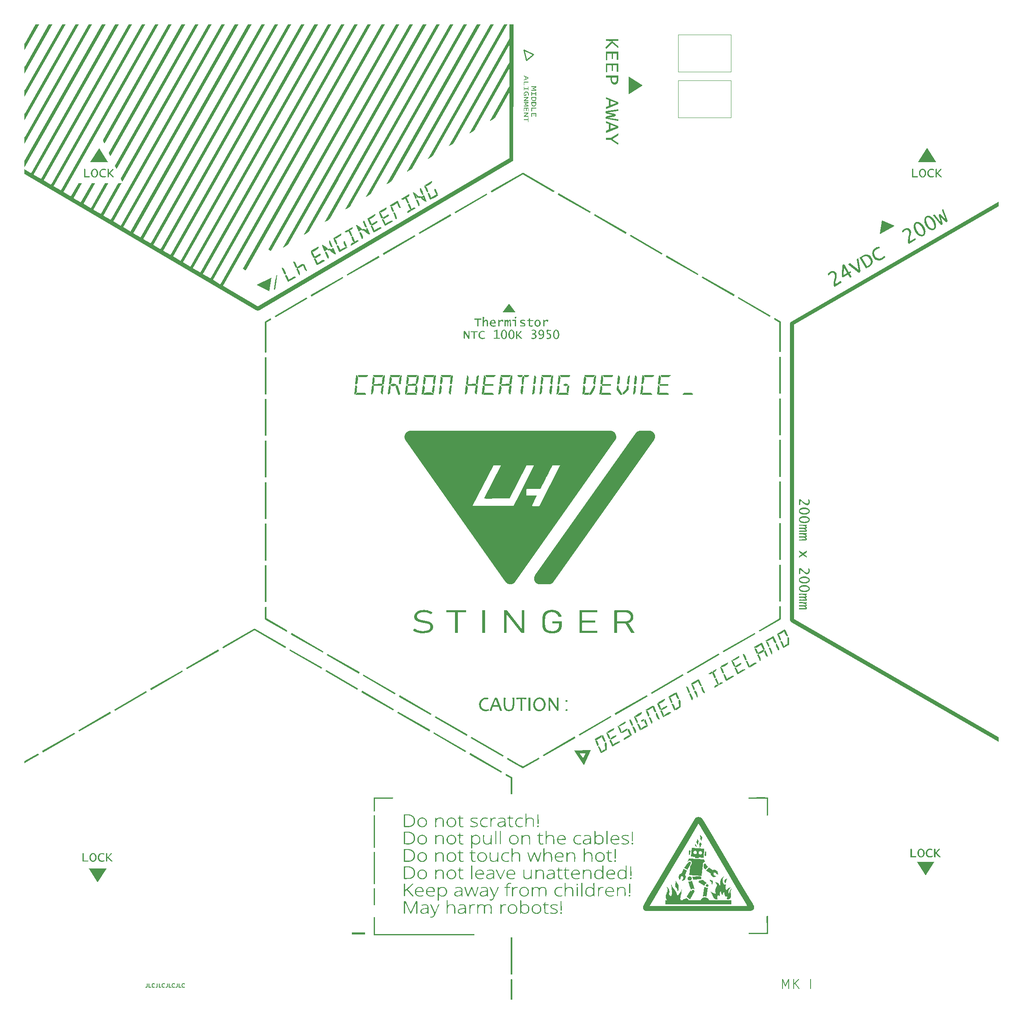
<source format=gto>
%TF.GenerationSoftware,KiCad,Pcbnew,7.0.6*%
%TF.CreationDate,2023-11-18T22:40:28+00:00*%
%TF.ProjectId,HeatedBedFoil,48656174-6564-4426-9564-466f696c2e6b,rev?*%
%TF.SameCoordinates,Original*%
%TF.FileFunction,Legend,Top*%
%TF.FilePolarity,Positive*%
%FSLAX46Y46*%
G04 Gerber Fmt 4.6, Leading zero omitted, Abs format (unit mm)*
G04 Created by KiCad (PCBNEW 7.0.6) date 2023-11-18 22:40:28*
%MOMM*%
%LPD*%
G01*
G04 APERTURE LIST*
%ADD10C,0.000000*%
%ADD11C,0.244659*%
%ADD12C,0.150000*%
%ADD13C,0.120000*%
%ADD14R,10.000000X7.000000*%
G04 APERTURE END LIST*
D10*
G36*
X177273468Y-217451635D02*
G01*
X177292922Y-217452703D01*
X177313075Y-217454792D01*
X177325031Y-217456713D01*
X177336648Y-217459353D01*
X177347930Y-217462683D01*
X177358880Y-217466674D01*
X177369500Y-217471296D01*
X177379795Y-217476522D01*
X177389767Y-217482322D01*
X177399419Y-217488668D01*
X177408754Y-217495530D01*
X177417775Y-217502880D01*
X177426486Y-217510689D01*
X177434889Y-217518928D01*
X177442987Y-217527568D01*
X177450784Y-217536580D01*
X177458283Y-217545936D01*
X177465486Y-217555607D01*
X177479019Y-217575777D01*
X177491407Y-217596859D01*
X177502674Y-217618622D01*
X177512847Y-217640837D01*
X177521948Y-217663271D01*
X177530002Y-217685695D01*
X177537035Y-217707876D01*
X177543070Y-217729586D01*
X177543447Y-217731186D01*
X177543750Y-217732774D01*
X177543979Y-217734351D01*
X177544134Y-217735916D01*
X177544214Y-217737470D01*
X177544221Y-217739013D01*
X177544153Y-217740546D01*
X177544011Y-217742067D01*
X177543795Y-217743578D01*
X177543504Y-217745079D01*
X177543138Y-217746570D01*
X177542698Y-217748050D01*
X177542184Y-217749521D01*
X177541594Y-217750983D01*
X177540930Y-217752434D01*
X177540191Y-217753877D01*
X176639854Y-219390555D01*
X176639579Y-219391028D01*
X176639291Y-219391489D01*
X176638988Y-219391939D01*
X176638671Y-219392377D01*
X176638341Y-219392802D01*
X176637998Y-219393215D01*
X176637642Y-219393616D01*
X176637275Y-219394003D01*
X176636895Y-219394377D01*
X176636504Y-219394738D01*
X176636102Y-219395085D01*
X176635689Y-219395419D01*
X176635266Y-219395738D01*
X176634833Y-219396043D01*
X176634390Y-219396334D01*
X176633939Y-219396610D01*
X176633478Y-219396871D01*
X176633009Y-219397117D01*
X176632532Y-219397347D01*
X176632047Y-219397562D01*
X176631555Y-219397761D01*
X176631055Y-219397943D01*
X176630550Y-219398110D01*
X176630038Y-219398260D01*
X176629520Y-219398393D01*
X176628997Y-219398509D01*
X176628469Y-219398607D01*
X176627936Y-219398689D01*
X176627399Y-219398753D01*
X176626858Y-219398798D01*
X176626313Y-219398826D01*
X176625765Y-219398835D01*
X176625142Y-219398823D01*
X176624522Y-219398787D01*
X176623904Y-219398727D01*
X176623289Y-219398643D01*
X176622679Y-219398536D01*
X176622075Y-219398405D01*
X176621475Y-219398251D01*
X176620882Y-219398075D01*
X176620297Y-219397876D01*
X176619719Y-219397654D01*
X176619150Y-219397410D01*
X176618590Y-219397144D01*
X176618040Y-219396857D01*
X176617501Y-219396547D01*
X176616973Y-219396217D01*
X176616458Y-219395865D01*
X175929992Y-218908715D01*
X175929883Y-218908631D01*
X175929778Y-218908542D01*
X175929679Y-218908449D01*
X175929585Y-218908352D01*
X175929495Y-218908251D01*
X175929411Y-218908146D01*
X175929332Y-218908038D01*
X175929257Y-218907926D01*
X175929188Y-218907811D01*
X175929124Y-218907694D01*
X175929066Y-218907574D01*
X175929012Y-218907451D01*
X175928964Y-218907325D01*
X175928922Y-218907198D01*
X175928884Y-218907068D01*
X175928853Y-218906937D01*
X175928826Y-218906804D01*
X175928805Y-218906670D01*
X175928790Y-218906535D01*
X175928781Y-218906398D01*
X175928777Y-218906261D01*
X175928778Y-218906123D01*
X175928786Y-218905984D01*
X175928799Y-218905845D01*
X175928818Y-218905706D01*
X175928843Y-218905568D01*
X175928874Y-218905429D01*
X175928910Y-218905291D01*
X175928953Y-218905154D01*
X175929002Y-218905017D01*
X175929056Y-218904882D01*
X175929117Y-218904748D01*
X175932704Y-218897057D01*
X175936392Y-218889443D01*
X175940183Y-218881906D01*
X175944075Y-218874444D01*
X175948071Y-218867059D01*
X175952171Y-218859751D01*
X175956374Y-218852518D01*
X175960682Y-218845362D01*
X176595269Y-217805532D01*
X176617937Y-217768981D01*
X176640909Y-217732830D01*
X176664182Y-217697077D01*
X176687759Y-217661724D01*
X176711638Y-217626770D01*
X176735820Y-217592217D01*
X176760305Y-217558063D01*
X176785093Y-217524309D01*
X176786207Y-217522846D01*
X176787283Y-217521490D01*
X176788322Y-217520239D01*
X176789324Y-217519096D01*
X176790289Y-217518058D01*
X176791217Y-217517127D01*
X176792108Y-217516303D01*
X176792961Y-217515585D01*
X176793777Y-217514973D01*
X176794557Y-217514468D01*
X176795299Y-217514069D01*
X176796004Y-217513777D01*
X176796672Y-217513591D01*
X176797302Y-217513512D01*
X176797896Y-217513538D01*
X176798452Y-217513672D01*
X176798971Y-217513911D01*
X176799454Y-217514257D01*
X176799899Y-217514710D01*
X176800307Y-217515269D01*
X176800677Y-217515934D01*
X176801011Y-217516705D01*
X176801307Y-217517583D01*
X176801567Y-217518567D01*
X176801789Y-217519658D01*
X176801974Y-217520855D01*
X176802122Y-217522158D01*
X176802233Y-217523568D01*
X176802307Y-217525084D01*
X176802343Y-217526706D01*
X176802343Y-217528435D01*
X176802305Y-217530270D01*
X176801930Y-217549180D01*
X176801797Y-217568481D01*
X176801906Y-217588174D01*
X176802255Y-217608259D01*
X176802846Y-217628735D01*
X176803677Y-217649603D01*
X176804748Y-217670864D01*
X176806058Y-217692518D01*
X176806600Y-217698650D01*
X176807390Y-217704431D01*
X176808421Y-217709875D01*
X176809685Y-217714996D01*
X176811172Y-217719805D01*
X176812876Y-217724316D01*
X176814788Y-217728543D01*
X176816898Y-217732499D01*
X176819200Y-217736196D01*
X176821685Y-217739647D01*
X176824344Y-217742867D01*
X176827169Y-217745868D01*
X176830153Y-217748663D01*
X176833286Y-217751265D01*
X176836560Y-217753688D01*
X176839968Y-217755945D01*
X176843500Y-217758048D01*
X176847149Y-217760011D01*
X176850906Y-217761847D01*
X176854763Y-217763570D01*
X176862744Y-217766725D01*
X176871025Y-217769583D01*
X176905828Y-217780142D01*
X176906811Y-217780436D01*
X176907804Y-217780691D01*
X176908807Y-217780908D01*
X176909818Y-217781085D01*
X176910836Y-217781224D01*
X176911859Y-217781324D01*
X176912886Y-217781383D01*
X176913915Y-217781403D01*
X176914991Y-217781381D01*
X176916058Y-217781316D01*
X176918163Y-217781059D01*
X176920222Y-217780638D01*
X176922227Y-217780059D01*
X176924171Y-217779328D01*
X176926044Y-217778450D01*
X176927839Y-217777432D01*
X176929549Y-217776279D01*
X176931164Y-217774998D01*
X176932677Y-217773594D01*
X176934080Y-217772074D01*
X176935365Y-217770443D01*
X176936524Y-217768707D01*
X176937548Y-217766873D01*
X176938431Y-217764945D01*
X176939163Y-217762930D01*
X176950561Y-217728645D01*
X176962986Y-217695378D01*
X176976561Y-217663340D01*
X176991407Y-217632743D01*
X177007646Y-217603798D01*
X177025400Y-217576715D01*
X177044790Y-217551707D01*
X177055138Y-217540046D01*
X177065940Y-217528983D01*
X177077212Y-217518545D01*
X177088970Y-217508756D01*
X177101228Y-217499645D01*
X177114002Y-217491236D01*
X177127307Y-217483557D01*
X177141159Y-217476635D01*
X177155572Y-217470494D01*
X177170562Y-217465163D01*
X177186144Y-217460666D01*
X177202333Y-217457031D01*
X177219145Y-217454284D01*
X177236595Y-217452452D01*
X177254697Y-217451560D01*
X177273468Y-217451635D01*
G37*
G36*
X179728507Y-216867143D02*
G01*
X179728986Y-216867170D01*
X179729463Y-216867219D01*
X179729936Y-216867290D01*
X179730406Y-216867383D01*
X179730871Y-216867498D01*
X179731330Y-216867634D01*
X179731783Y-216867791D01*
X179732228Y-216867971D01*
X179732665Y-216868171D01*
X179733094Y-216868393D01*
X179733512Y-216868636D01*
X179733919Y-216868900D01*
X179734315Y-216869186D01*
X179734698Y-216869492D01*
X179735068Y-216869820D01*
X179735424Y-216870168D01*
X179735764Y-216870537D01*
X179751189Y-216887419D01*
X179766756Y-216903358D01*
X179782471Y-216918379D01*
X179798337Y-216932506D01*
X179814358Y-216945762D01*
X179830536Y-216958173D01*
X179846877Y-216969761D01*
X179863384Y-216980551D01*
X179880060Y-216990567D01*
X179896910Y-216999832D01*
X179913936Y-217008371D01*
X179931143Y-217016208D01*
X179966113Y-217029870D01*
X180001851Y-217041009D01*
X180038385Y-217049819D01*
X180075746Y-217056490D01*
X180113963Y-217061214D01*
X180153066Y-217064184D01*
X180193084Y-217065590D01*
X180234048Y-217065624D01*
X180275987Y-217064479D01*
X180318930Y-217062346D01*
X180319728Y-217062317D01*
X180320496Y-217062314D01*
X180321235Y-217062338D01*
X180321944Y-217062388D01*
X180322623Y-217062464D01*
X180323273Y-217062566D01*
X180323893Y-217062695D01*
X180324484Y-217062850D01*
X180325044Y-217063032D01*
X180325576Y-217063239D01*
X180326077Y-217063473D01*
X180326549Y-217063734D01*
X180326991Y-217064020D01*
X180327403Y-217064334D01*
X180327786Y-217064673D01*
X180328139Y-217065039D01*
X180328462Y-217065431D01*
X180328756Y-217065850D01*
X180329019Y-217066295D01*
X180329253Y-217066767D01*
X180329457Y-217067265D01*
X180329632Y-217067789D01*
X180329776Y-217068340D01*
X180329891Y-217068917D01*
X180329976Y-217069521D01*
X180330031Y-217070152D01*
X180330056Y-217070809D01*
X180330051Y-217071492D01*
X180330017Y-217072202D01*
X180329952Y-217072939D01*
X180329858Y-217073702D01*
X180329733Y-217074491D01*
X180006153Y-218839401D01*
X180006137Y-218839510D01*
X180006118Y-218839621D01*
X180006096Y-218839734D01*
X180006072Y-218839849D01*
X180006046Y-218839963D01*
X180006019Y-218840076D01*
X180005990Y-218840188D01*
X180005960Y-218840296D01*
X180005834Y-218840706D01*
X180005687Y-218841106D01*
X180005521Y-218841493D01*
X180005337Y-218841869D01*
X180005134Y-218842232D01*
X180004915Y-218842582D01*
X180004678Y-218842920D01*
X180004426Y-218843244D01*
X180004159Y-218843555D01*
X180003877Y-218843851D01*
X180003582Y-218844133D01*
X180003273Y-218844399D01*
X180002952Y-218844651D01*
X180002620Y-218844887D01*
X180002276Y-218845107D01*
X180001922Y-218845311D01*
X180001558Y-218845498D01*
X180001185Y-218845668D01*
X180000804Y-218845821D01*
X180000416Y-218845956D01*
X180000020Y-218846072D01*
X179999619Y-218846170D01*
X179999211Y-218846250D01*
X179998799Y-218846310D01*
X179998383Y-218846350D01*
X179997963Y-218846371D01*
X179997541Y-218846371D01*
X179997116Y-218846350D01*
X179996691Y-218846309D01*
X179996264Y-218846246D01*
X179995837Y-218846161D01*
X179995412Y-218846054D01*
X179995317Y-218846029D01*
X179995224Y-218846001D01*
X179995132Y-218845971D01*
X179995042Y-218845939D01*
X179994861Y-218845873D01*
X179994770Y-218845841D01*
X179994679Y-218845809D01*
X179949204Y-218829582D01*
X179903287Y-218815828D01*
X179856976Y-218804422D01*
X179810319Y-218795242D01*
X179763365Y-218788164D01*
X179716163Y-218783063D01*
X179668760Y-218779816D01*
X179621205Y-218778299D01*
X179573548Y-218778388D01*
X179525835Y-218779959D01*
X179478115Y-218782889D01*
X179430438Y-218787054D01*
X179335403Y-218798592D01*
X179241117Y-218813584D01*
X179240751Y-218813629D01*
X179240567Y-218813649D01*
X179240384Y-218813668D01*
X179240199Y-218813683D01*
X179240014Y-218813695D01*
X179239829Y-218813703D01*
X179239642Y-218813706D01*
X179239156Y-218813693D01*
X179238676Y-218813656D01*
X179238202Y-218813595D01*
X179237736Y-218813511D01*
X179237277Y-218813404D01*
X179236828Y-218813275D01*
X179236387Y-218813125D01*
X179235956Y-218812954D01*
X179235536Y-218812762D01*
X179235126Y-218812551D01*
X179234729Y-218812321D01*
X179234343Y-218812073D01*
X179233970Y-218811807D01*
X179233611Y-218811524D01*
X179233266Y-218811224D01*
X179232935Y-218810908D01*
X179232620Y-218810578D01*
X179232320Y-218810232D01*
X179232037Y-218809873D01*
X179231772Y-218809500D01*
X179231524Y-218809114D01*
X179231294Y-218808716D01*
X179231083Y-218808307D01*
X179230892Y-218807887D01*
X179230721Y-218807456D01*
X179230571Y-218807016D01*
X179230442Y-218806566D01*
X179230336Y-218806108D01*
X179230252Y-218805643D01*
X179230191Y-218805170D01*
X179230154Y-218804690D01*
X179230141Y-218804205D01*
X179230145Y-218803999D01*
X179230155Y-218803793D01*
X179230171Y-218803586D01*
X179230192Y-218803378D01*
X179230217Y-218803170D01*
X179230244Y-218802960D01*
X179230304Y-218802537D01*
X179524741Y-217050200D01*
X179525283Y-217047418D01*
X179525946Y-217044673D01*
X179526730Y-217041969D01*
X179527630Y-217039310D01*
X179528646Y-217036700D01*
X179529775Y-217034142D01*
X179531016Y-217031640D01*
X179532365Y-217029197D01*
X179533821Y-217026817D01*
X179535381Y-217024505D01*
X179537044Y-217022262D01*
X179538808Y-217020094D01*
X179540670Y-217018004D01*
X179542628Y-217015995D01*
X179544680Y-217014072D01*
X179546825Y-217012237D01*
X179721635Y-216869418D01*
X179722045Y-216869108D01*
X179722465Y-216868820D01*
X179722896Y-216868555D01*
X179723335Y-216868313D01*
X179723782Y-216868094D01*
X179724236Y-216867898D01*
X179724697Y-216867724D01*
X179725163Y-216867573D01*
X179725634Y-216867445D01*
X179726108Y-216867339D01*
X179726586Y-216867255D01*
X179727065Y-216867194D01*
X179727545Y-216867155D01*
X179728026Y-216867138D01*
X179728507Y-216867143D01*
G37*
G36*
X172781116Y-216337421D02*
G01*
X172781946Y-216337577D01*
X172782756Y-216337838D01*
X172783545Y-216338203D01*
X172784314Y-216338673D01*
X172785061Y-216339248D01*
X172785789Y-216339927D01*
X172786495Y-216340712D01*
X172787181Y-216341601D01*
X172787846Y-216342594D01*
X172788491Y-216343693D01*
X172789115Y-216344896D01*
X172789719Y-216346204D01*
X172790302Y-216347617D01*
X172790864Y-216349134D01*
X172791406Y-216350757D01*
X172791927Y-216352484D01*
X172806830Y-216400205D01*
X172823608Y-216447896D01*
X172842261Y-216495558D01*
X172862789Y-216543191D01*
X172885192Y-216590797D01*
X172909471Y-216638376D01*
X172935626Y-216685929D01*
X172963656Y-216733456D01*
X172998647Y-216789485D01*
X173034675Y-216844577D01*
X173109347Y-216952394D01*
X173186688Y-217057810D01*
X173265716Y-217161724D01*
X173424901Y-217368650D01*
X173503092Y-217473464D01*
X173579038Y-217580379D01*
X173619353Y-217640444D01*
X173657959Y-217701173D01*
X173694858Y-217762566D01*
X173730049Y-217824624D01*
X173763533Y-217887345D01*
X173795308Y-217950731D01*
X173825376Y-218014780D01*
X173853737Y-218079494D01*
X173880391Y-218144872D01*
X173905337Y-218210913D01*
X173928576Y-218277619D01*
X173950109Y-218344988D01*
X173969934Y-218413021D01*
X173988053Y-218481718D01*
X174004465Y-218551079D01*
X174019171Y-218621104D01*
X174019344Y-218621911D01*
X174019533Y-218622676D01*
X174019738Y-218623400D01*
X174019959Y-218624081D01*
X174020196Y-218624721D01*
X174020449Y-218625319D01*
X174020718Y-218625876D01*
X174021003Y-218626390D01*
X174021303Y-218626863D01*
X174021620Y-218627294D01*
X174021953Y-218627684D01*
X174022302Y-218628031D01*
X174022667Y-218628337D01*
X174023047Y-218628601D01*
X174023444Y-218628823D01*
X174023857Y-218629003D01*
X174024286Y-218629141D01*
X174024731Y-218629238D01*
X174025191Y-218629292D01*
X174025668Y-218629305D01*
X174026161Y-218629276D01*
X174026670Y-218629205D01*
X174027195Y-218629092D01*
X174027736Y-218628937D01*
X174028293Y-218628741D01*
X174028865Y-218628502D01*
X174029454Y-218628222D01*
X174030059Y-218627899D01*
X174030680Y-218627535D01*
X174031317Y-218627129D01*
X174031970Y-218626680D01*
X174032639Y-218626190D01*
X174079840Y-218588640D01*
X174126159Y-218549405D01*
X174171582Y-218508601D01*
X174216091Y-218466345D01*
X174259671Y-218422752D01*
X174302304Y-218377937D01*
X174343974Y-218332017D01*
X174384665Y-218285106D01*
X174424360Y-218237322D01*
X174463043Y-218188778D01*
X174500698Y-218139592D01*
X174537307Y-218089879D01*
X174572855Y-218039754D01*
X174607324Y-217989334D01*
X174640699Y-217938734D01*
X174672964Y-217888070D01*
X174713315Y-217821245D01*
X174751487Y-217753410D01*
X174787479Y-217684567D01*
X174821292Y-217614715D01*
X174852925Y-217543854D01*
X174882378Y-217471984D01*
X174909652Y-217399106D01*
X174934747Y-217325218D01*
X174935491Y-217322988D01*
X174936235Y-217320930D01*
X174936980Y-217319044D01*
X174937724Y-217317330D01*
X174938469Y-217315788D01*
X174939213Y-217314418D01*
X174939958Y-217313220D01*
X174940703Y-217312195D01*
X174941448Y-217311341D01*
X174942192Y-217310661D01*
X174942565Y-217310385D01*
X174942937Y-217310153D01*
X174943310Y-217309963D01*
X174943682Y-217309817D01*
X174944054Y-217309714D01*
X174944426Y-217309654D01*
X174944798Y-217309638D01*
X174945171Y-217309664D01*
X174945543Y-217309734D01*
X174945915Y-217309847D01*
X174946287Y-217310004D01*
X174946659Y-217310203D01*
X174947592Y-217310802D01*
X174948499Y-217311430D01*
X174949379Y-217312088D01*
X174950232Y-217312772D01*
X174951057Y-217313484D01*
X174951855Y-217314222D01*
X174952624Y-217314985D01*
X174953364Y-217315772D01*
X174954074Y-217316582D01*
X174954755Y-217317415D01*
X174955405Y-217318270D01*
X174956024Y-217319145D01*
X174956612Y-217320039D01*
X174957168Y-217320953D01*
X174957693Y-217321884D01*
X174958184Y-217322832D01*
X174958642Y-217323797D01*
X174959067Y-217324776D01*
X174959458Y-217325770D01*
X174959814Y-217326777D01*
X174960135Y-217327797D01*
X174960420Y-217328828D01*
X174960670Y-217329871D01*
X174960883Y-217330922D01*
X174961060Y-217331983D01*
X174961199Y-217333052D01*
X174961301Y-217334127D01*
X174961364Y-217335209D01*
X174961388Y-217336297D01*
X174961374Y-217337388D01*
X174961320Y-217338483D01*
X174961225Y-217339581D01*
X174935617Y-217575145D01*
X174909581Y-217796702D01*
X174897761Y-217886827D01*
X174884366Y-217976649D01*
X174869396Y-218066167D01*
X174852853Y-218155382D01*
X174834737Y-218244293D01*
X174815049Y-218332902D01*
X174793791Y-218421207D01*
X174770963Y-218509209D01*
X174734778Y-218642826D01*
X174699996Y-218779626D01*
X174684503Y-218848823D01*
X174671004Y-218918341D01*
X174660048Y-218988020D01*
X174652184Y-219057703D01*
X174647959Y-219127231D01*
X174647922Y-219196445D01*
X174652620Y-219265188D01*
X174662602Y-219333300D01*
X174669745Y-219367071D01*
X174678415Y-219400624D01*
X174688680Y-219433941D01*
X174700608Y-219467001D01*
X174714268Y-219499784D01*
X174729728Y-219532272D01*
X174747058Y-219564443D01*
X174766325Y-219596279D01*
X174767072Y-219597420D01*
X174767853Y-219598532D01*
X174768667Y-219599614D01*
X174769512Y-219600665D01*
X174770388Y-219601686D01*
X174771294Y-219602675D01*
X174773191Y-219604556D01*
X174775197Y-219606306D01*
X174777303Y-219607919D01*
X174779503Y-219609393D01*
X174781789Y-219610724D01*
X174784154Y-219611906D01*
X174786591Y-219612936D01*
X174789092Y-219613811D01*
X174791650Y-219614526D01*
X174792948Y-219614822D01*
X174794257Y-219615077D01*
X174795577Y-219615290D01*
X174796907Y-219615461D01*
X174798246Y-219615588D01*
X174799592Y-219615672D01*
X174800945Y-219615712D01*
X174802304Y-219615708D01*
X175061890Y-219612839D01*
X175063003Y-219612781D01*
X175064087Y-219612666D01*
X175065143Y-219612494D01*
X175066170Y-219612267D01*
X175067167Y-219611982D01*
X175068136Y-219611641D01*
X175069076Y-219611244D01*
X175069987Y-219610790D01*
X175070869Y-219610279D01*
X175071722Y-219609711D01*
X175072546Y-219609086D01*
X175073340Y-219608405D01*
X175074105Y-219607666D01*
X175074840Y-219606871D01*
X175075546Y-219606018D01*
X175076223Y-219605109D01*
X175092290Y-219582885D01*
X175109024Y-219561493D01*
X175126404Y-219540931D01*
X175144409Y-219521198D01*
X175163017Y-219502291D01*
X175182207Y-219484209D01*
X175201959Y-219466952D01*
X175222250Y-219450516D01*
X175243061Y-219434902D01*
X175264369Y-219420106D01*
X175286154Y-219406128D01*
X175308395Y-219392966D01*
X175331070Y-219380619D01*
X175354158Y-219369085D01*
X175401490Y-219348449D01*
X175450221Y-219331047D01*
X175500183Y-219316867D01*
X175551206Y-219305895D01*
X175603120Y-219298120D01*
X175655758Y-219293529D01*
X175708949Y-219292110D01*
X175762525Y-219293852D01*
X175816317Y-219298740D01*
X175816434Y-219298754D01*
X175816550Y-219298767D01*
X175816777Y-219298788D01*
X175817001Y-219298806D01*
X175817222Y-219298821D01*
X175818093Y-219298854D01*
X175818956Y-219298844D01*
X175819809Y-219298790D01*
X175820652Y-219298695D01*
X175821483Y-219298559D01*
X175822302Y-219298383D01*
X175823106Y-219298168D01*
X175823895Y-219297916D01*
X175824668Y-219297627D01*
X175825424Y-219297302D01*
X175826161Y-219296943D01*
X175826878Y-219296550D01*
X175827574Y-219296124D01*
X175828248Y-219295667D01*
X175828898Y-219295179D01*
X175829524Y-219294661D01*
X175830125Y-219294115D01*
X175830698Y-219293541D01*
X175831244Y-219292940D01*
X175831760Y-219292314D01*
X175832246Y-219291664D01*
X175832701Y-219290990D01*
X175833123Y-219290293D01*
X175833511Y-219289575D01*
X175833864Y-219288836D01*
X175834181Y-219288078D01*
X175834461Y-219287301D01*
X175834702Y-219286507D01*
X175834903Y-219285697D01*
X175835064Y-219284871D01*
X175835182Y-219284030D01*
X175835258Y-219283176D01*
X175835291Y-219282686D01*
X175835298Y-219282561D01*
X175835303Y-219282435D01*
X175835307Y-219282308D01*
X175835308Y-219282180D01*
X175837068Y-219166073D01*
X175837076Y-219165653D01*
X175837098Y-219165232D01*
X175837134Y-219164810D01*
X175837184Y-219164390D01*
X175837247Y-219163971D01*
X175837321Y-219163556D01*
X175837408Y-219163144D01*
X175837506Y-219162737D01*
X175837696Y-219162097D01*
X175837917Y-219161473D01*
X175838168Y-219160868D01*
X175838448Y-219160281D01*
X175838755Y-219159712D01*
X175839089Y-219159163D01*
X175839449Y-219158634D01*
X175839833Y-219158125D01*
X175840240Y-219157637D01*
X175840670Y-219157171D01*
X175841122Y-219156728D01*
X175841594Y-219156307D01*
X175842085Y-219155909D01*
X175842594Y-219155536D01*
X175843121Y-219155187D01*
X175843664Y-219154863D01*
X175844222Y-219154566D01*
X175844793Y-219154294D01*
X175845378Y-219154049D01*
X175845975Y-219153832D01*
X175846583Y-219153643D01*
X175847201Y-219153482D01*
X175847827Y-219153351D01*
X175848462Y-219153250D01*
X175849103Y-219153179D01*
X175849749Y-219153139D01*
X175850401Y-219153130D01*
X175851055Y-219153154D01*
X175851713Y-219153210D01*
X175852372Y-219153300D01*
X175853031Y-219153424D01*
X175853690Y-219153582D01*
X175854087Y-219153701D01*
X175854479Y-219153830D01*
X175854866Y-219153969D01*
X175855246Y-219154118D01*
X175855621Y-219154278D01*
X175855990Y-219154449D01*
X175856353Y-219154630D01*
X175856711Y-219154823D01*
X175895600Y-219177194D01*
X175934122Y-219199938D01*
X175972277Y-219223054D01*
X176010066Y-219246541D01*
X176047489Y-219270400D01*
X176084548Y-219294632D01*
X176121244Y-219319235D01*
X176157576Y-219344210D01*
X176176075Y-219357353D01*
X176193551Y-219370290D01*
X176209955Y-219383140D01*
X176225235Y-219396022D01*
X176239341Y-219409057D01*
X176252223Y-219422365D01*
X176263830Y-219436063D01*
X176269139Y-219443097D01*
X176274111Y-219450274D01*
X176278739Y-219457608D01*
X176283016Y-219465115D01*
X176286937Y-219472810D01*
X176290495Y-219480707D01*
X176293684Y-219488822D01*
X176296497Y-219497170D01*
X176298928Y-219505765D01*
X176300971Y-219514623D01*
X176302620Y-219523758D01*
X176303867Y-219533185D01*
X176304708Y-219542920D01*
X176305135Y-219552977D01*
X176305142Y-219563371D01*
X176304723Y-219574117D01*
X176303872Y-219585231D01*
X176302582Y-219596727D01*
X176302499Y-219597459D01*
X176302442Y-219598167D01*
X176302411Y-219598852D01*
X176302407Y-219599513D01*
X176302429Y-219600151D01*
X176302477Y-219600765D01*
X176302552Y-219601355D01*
X176302653Y-219601922D01*
X176302780Y-219602465D01*
X176302933Y-219602984D01*
X176303113Y-219603480D01*
X176303319Y-219603952D01*
X176303552Y-219604401D01*
X176303810Y-219604826D01*
X176304095Y-219605227D01*
X176304407Y-219605604D01*
X176304744Y-219605958D01*
X176305108Y-219606289D01*
X176305498Y-219606595D01*
X176305915Y-219606878D01*
X176306358Y-219607137D01*
X176306827Y-219607373D01*
X176307323Y-219607585D01*
X176307845Y-219607773D01*
X176308393Y-219607937D01*
X176308967Y-219608078D01*
X176309568Y-219608195D01*
X176310196Y-219608288D01*
X176310849Y-219608358D01*
X176311529Y-219608404D01*
X176312235Y-219608426D01*
X176312968Y-219608425D01*
X178771850Y-219607530D01*
X178774133Y-219607450D01*
X178776385Y-219607207D01*
X178778598Y-219606804D01*
X178780765Y-219606248D01*
X178782879Y-219605541D01*
X178784933Y-219604690D01*
X178786919Y-219603698D01*
X178788830Y-219602571D01*
X178790659Y-219601312D01*
X178792398Y-219599927D01*
X178794040Y-219598419D01*
X178795579Y-219596795D01*
X178797006Y-219595058D01*
X178798314Y-219593214D01*
X178799497Y-219591266D01*
X178800546Y-219589219D01*
X178820176Y-219548672D01*
X178840662Y-219509397D01*
X178862005Y-219471413D01*
X178884206Y-219434736D01*
X178907265Y-219399385D01*
X178931183Y-219365376D01*
X178955962Y-219332728D01*
X178981602Y-219301457D01*
X179008103Y-219271580D01*
X179035468Y-219243116D01*
X179063697Y-219216081D01*
X179092790Y-219190494D01*
X179122749Y-219166370D01*
X179153574Y-219143728D01*
X179185267Y-219122586D01*
X179217828Y-219102959D01*
X179251258Y-219084867D01*
X179285558Y-219068326D01*
X179320729Y-219053353D01*
X179356772Y-219039966D01*
X179393687Y-219028183D01*
X179431476Y-219018021D01*
X179470140Y-219009496D01*
X179509679Y-219002627D01*
X179550094Y-218997431D01*
X179591386Y-218993925D01*
X179633556Y-218992127D01*
X179676605Y-218992054D01*
X179720534Y-218993723D01*
X179765343Y-218997152D01*
X179811034Y-219002358D01*
X179857608Y-219009359D01*
X179915931Y-219021385D01*
X179972791Y-219037469D01*
X180028075Y-219057422D01*
X180081668Y-219081054D01*
X180133458Y-219108178D01*
X180183333Y-219138603D01*
X180231177Y-219172141D01*
X180276880Y-219208601D01*
X180320326Y-219247795D01*
X180361404Y-219289534D01*
X180399999Y-219333629D01*
X180435999Y-219379890D01*
X180469291Y-219428127D01*
X180499761Y-219478153D01*
X180527296Y-219529777D01*
X180551784Y-219582811D01*
X180553032Y-219585512D01*
X180553698Y-219586797D01*
X180554394Y-219588039D01*
X180555119Y-219589237D01*
X180555872Y-219590391D01*
X180556654Y-219591502D01*
X180557464Y-219592569D01*
X180558304Y-219593593D01*
X180559172Y-219594572D01*
X180560069Y-219595509D01*
X180560994Y-219596402D01*
X180561949Y-219597251D01*
X180562932Y-219598056D01*
X180563944Y-219598818D01*
X180564985Y-219599537D01*
X180566055Y-219600212D01*
X180567153Y-219600843D01*
X180568280Y-219601431D01*
X180569436Y-219601975D01*
X180570621Y-219602475D01*
X180571835Y-219602932D01*
X180573077Y-219603346D01*
X180574348Y-219603716D01*
X180575648Y-219604042D01*
X180576977Y-219604325D01*
X180578335Y-219604565D01*
X180579721Y-219604760D01*
X180581137Y-219604913D01*
X180582581Y-219605022D01*
X180585556Y-219605109D01*
X185061010Y-219591417D01*
X185062164Y-219591435D01*
X185063282Y-219591490D01*
X185064363Y-219591582D01*
X185065408Y-219591710D01*
X185066416Y-219591875D01*
X185067387Y-219592077D01*
X185068321Y-219592316D01*
X185069219Y-219592591D01*
X185070080Y-219592903D01*
X185070904Y-219593251D01*
X185071692Y-219593636D01*
X185072443Y-219594058D01*
X185073157Y-219594516D01*
X185073835Y-219595011D01*
X185074476Y-219595543D01*
X185075080Y-219596111D01*
X185075648Y-219596716D01*
X185076179Y-219597357D01*
X185076674Y-219598035D01*
X185077131Y-219598750D01*
X185077552Y-219599501D01*
X185077937Y-219600289D01*
X185078285Y-219601113D01*
X185078596Y-219601974D01*
X185078870Y-219602871D01*
X185079108Y-219603805D01*
X185079310Y-219604775D01*
X185079474Y-219605782D01*
X185079603Y-219606825D01*
X185079694Y-219607905D01*
X185079749Y-219609021D01*
X185079767Y-219610174D01*
X185074915Y-220446742D01*
X185074893Y-220447605D01*
X185074829Y-220448458D01*
X185074722Y-220449300D01*
X185074574Y-220450129D01*
X185074387Y-220450945D01*
X185074161Y-220451747D01*
X185073898Y-220452533D01*
X185073597Y-220453302D01*
X185073261Y-220454054D01*
X185072891Y-220454787D01*
X185072487Y-220455499D01*
X185072051Y-220456191D01*
X185071584Y-220456861D01*
X185071086Y-220457508D01*
X185070558Y-220458130D01*
X185070003Y-220458727D01*
X185069421Y-220459298D01*
X185068812Y-220459841D01*
X185068178Y-220460356D01*
X185067521Y-220460841D01*
X185066840Y-220461295D01*
X185066138Y-220461718D01*
X185065415Y-220462107D01*
X185064671Y-220462463D01*
X185063910Y-220462783D01*
X185063130Y-220463068D01*
X185062334Y-220463315D01*
X185061522Y-220463523D01*
X185060696Y-220463693D01*
X185059857Y-220463822D01*
X185059004Y-220463909D01*
X185058141Y-220463953D01*
X185047752Y-220464247D01*
X185036452Y-220464457D01*
X185024243Y-220464583D01*
X185011125Y-220464625D01*
X171641728Y-220484033D01*
X171637797Y-220483882D01*
X171635924Y-220483712D01*
X171634115Y-220483479D01*
X171632368Y-220483185D01*
X171630683Y-220482827D01*
X171629061Y-220482407D01*
X171627502Y-220481924D01*
X171626005Y-220481379D01*
X171624570Y-220480771D01*
X171623198Y-220480101D01*
X171621889Y-220479368D01*
X171620642Y-220478573D01*
X171619458Y-220477715D01*
X171618336Y-220476795D01*
X171617277Y-220475812D01*
X171616280Y-220474766D01*
X171615346Y-220473658D01*
X171614474Y-220472488D01*
X171613665Y-220471255D01*
X171612918Y-220469959D01*
X171612234Y-220468601D01*
X171611612Y-220467181D01*
X171611053Y-220465698D01*
X171610557Y-220464152D01*
X171610123Y-220462544D01*
X171609751Y-220460874D01*
X171609442Y-220459141D01*
X171609196Y-220457345D01*
X171609012Y-220455487D01*
X171608890Y-220453567D01*
X171608831Y-220451584D01*
X171600663Y-219624090D01*
X171600677Y-219623514D01*
X171600720Y-219622944D01*
X171600791Y-219622383D01*
X171600889Y-219621831D01*
X171601014Y-219621288D01*
X171601164Y-219620755D01*
X171601339Y-219620233D01*
X171601538Y-219619723D01*
X171601761Y-219619225D01*
X171602006Y-219618740D01*
X171602274Y-219618269D01*
X171602562Y-219617812D01*
X171602872Y-219617371D01*
X171603201Y-219616946D01*
X171603550Y-219616537D01*
X171603917Y-219616145D01*
X171604301Y-219615772D01*
X171604703Y-219615418D01*
X171605121Y-219615083D01*
X171605555Y-219614768D01*
X171606003Y-219614475D01*
X171606466Y-219614203D01*
X171606942Y-219613954D01*
X171607430Y-219613728D01*
X171607931Y-219613525D01*
X171608443Y-219613348D01*
X171608965Y-219613195D01*
X171609498Y-219613069D01*
X171610039Y-219612970D01*
X171610589Y-219612898D01*
X171611146Y-219612854D01*
X171611710Y-219612839D01*
X171757997Y-219610635D01*
X171906818Y-219607102D01*
X171907340Y-219607094D01*
X171907856Y-219607071D01*
X171908367Y-219607032D01*
X171908873Y-219606977D01*
X171909373Y-219606906D01*
X171909868Y-219606820D01*
X171910358Y-219606718D01*
X171910843Y-219606601D01*
X171911324Y-219606469D01*
X171911799Y-219606320D01*
X171912269Y-219606157D01*
X171912734Y-219605978D01*
X171913195Y-219605784D01*
X171913651Y-219605574D01*
X171914102Y-219605349D01*
X171914549Y-219605109D01*
X171917137Y-219603690D01*
X171918225Y-219603073D01*
X171919177Y-219602517D01*
X171919991Y-219602024D01*
X171920668Y-219601592D01*
X171921207Y-219601224D01*
X171921608Y-219600918D01*
X171922172Y-219600329D01*
X171922703Y-219599720D01*
X171923201Y-219599092D01*
X171923667Y-219598445D01*
X171924100Y-219597782D01*
X171924501Y-219597103D01*
X171924868Y-219596410D01*
X171925203Y-219595704D01*
X171925504Y-219594986D01*
X171925773Y-219594257D01*
X171926008Y-219593518D01*
X171926210Y-219592771D01*
X171926378Y-219592017D01*
X171926513Y-219591258D01*
X171926615Y-219590493D01*
X171926683Y-219589726D01*
X171926717Y-219588956D01*
X171926718Y-219588184D01*
X171926685Y-219587414D01*
X171926618Y-219586644D01*
X171926517Y-219585878D01*
X171926382Y-219585115D01*
X171926213Y-219584357D01*
X171926010Y-219583606D01*
X171925772Y-219582862D01*
X171925501Y-219582127D01*
X171925194Y-219581402D01*
X171924854Y-219580688D01*
X171924478Y-219579987D01*
X171924068Y-219579299D01*
X171923624Y-219578626D01*
X171923144Y-219577969D01*
X171907731Y-219557631D01*
X171892496Y-219537129D01*
X171877440Y-219516463D01*
X171862562Y-219495632D01*
X171847863Y-219474636D01*
X171833343Y-219453475D01*
X171819002Y-219432148D01*
X171804841Y-219410655D01*
X171771171Y-219354631D01*
X171741773Y-219296635D01*
X171716541Y-219236899D01*
X171695369Y-219175654D01*
X171678151Y-219113133D01*
X171664784Y-219049566D01*
X171655160Y-218985187D01*
X171649176Y-218920227D01*
X171646725Y-218854918D01*
X171647701Y-218789491D01*
X171652001Y-218724178D01*
X171659517Y-218659212D01*
X171670146Y-218594824D01*
X171683781Y-218531246D01*
X171700316Y-218468709D01*
X171719648Y-218407446D01*
X171748979Y-218327229D01*
X171782195Y-218244026D01*
X171854893Y-218070224D01*
X171926972Y-217889168D01*
X171959413Y-217796899D01*
X171987659Y-217703990D01*
X172010366Y-217610833D01*
X172026185Y-217517819D01*
X172031091Y-217471488D01*
X172033771Y-217425339D01*
X172034056Y-217379422D01*
X172031778Y-217333785D01*
X172026768Y-217288477D01*
X172018858Y-217243548D01*
X172007881Y-217199045D01*
X171993667Y-217155019D01*
X171976048Y-217111517D01*
X171954856Y-217068589D01*
X171929923Y-217026284D01*
X171901081Y-216984650D01*
X171880563Y-216956952D01*
X171860297Y-216929066D01*
X171840280Y-216900993D01*
X171820506Y-216872735D01*
X171820004Y-216871987D01*
X171819547Y-216871233D01*
X171819134Y-216870471D01*
X171818767Y-216869702D01*
X171818444Y-216868927D01*
X171818166Y-216868144D01*
X171817933Y-216867354D01*
X171817746Y-216866558D01*
X171817603Y-216865754D01*
X171817505Y-216864943D01*
X171817451Y-216864126D01*
X171817443Y-216863302D01*
X171817480Y-216862471D01*
X171817562Y-216861633D01*
X171817689Y-216860789D01*
X171817861Y-216859938D01*
X171817939Y-216859607D01*
X171818030Y-216859282D01*
X171818135Y-216858964D01*
X171818253Y-216858652D01*
X171818384Y-216858347D01*
X171818527Y-216858049D01*
X171818682Y-216857758D01*
X171818849Y-216857476D01*
X171819028Y-216857201D01*
X171819217Y-216856935D01*
X171819417Y-216856678D01*
X171819627Y-216856429D01*
X171819847Y-216856190D01*
X171820077Y-216855960D01*
X171820316Y-216855740D01*
X171820563Y-216855531D01*
X171820819Y-216855331D01*
X171821084Y-216855143D01*
X171821356Y-216854965D01*
X171821635Y-216854799D01*
X171821922Y-216854644D01*
X171822215Y-216854502D01*
X171822515Y-216854371D01*
X171822821Y-216854253D01*
X171823132Y-216854148D01*
X171823449Y-216854056D01*
X171823770Y-216853977D01*
X171824096Y-216853912D01*
X171824427Y-216853861D01*
X171824761Y-216853824D01*
X171825099Y-216853801D01*
X171825440Y-216853794D01*
X171825634Y-216853796D01*
X171825828Y-216853803D01*
X171826022Y-216853815D01*
X171826215Y-216853832D01*
X171826407Y-216853853D01*
X171826599Y-216853880D01*
X171826790Y-216853911D01*
X171826979Y-216853946D01*
X171827168Y-216853987D01*
X171827356Y-216854032D01*
X171827542Y-216854082D01*
X171827727Y-216854137D01*
X171827910Y-216854197D01*
X171828092Y-216854261D01*
X171828272Y-216854330D01*
X171828451Y-216854404D01*
X171860457Y-216869158D01*
X171891617Y-216885243D01*
X171921922Y-216902611D01*
X171951362Y-216921212D01*
X171979931Y-216940998D01*
X172007619Y-216961921D01*
X172034418Y-216983931D01*
X172060318Y-217006979D01*
X172085313Y-217031018D01*
X172109393Y-217055998D01*
X172132549Y-217081871D01*
X172154773Y-217108587D01*
X172176057Y-217136098D01*
X172196392Y-217164356D01*
X172215769Y-217193311D01*
X172234181Y-217222915D01*
X172251617Y-217253119D01*
X172268071Y-217283875D01*
X172283533Y-217315133D01*
X172297995Y-217346845D01*
X172323885Y-217411435D01*
X172345672Y-217477256D01*
X172363288Y-217543918D01*
X172376665Y-217611030D01*
X172385734Y-217678204D01*
X172390428Y-217745048D01*
X172390510Y-217805404D01*
X172387155Y-217868251D01*
X172374372Y-217999275D01*
X172360554Y-218133833D01*
X172355904Y-218201099D01*
X172354174Y-218267640D01*
X172356422Y-218332923D01*
X172363707Y-218396409D01*
X172369569Y-218427312D01*
X172377088Y-218457565D01*
X172386397Y-218487101D01*
X172397626Y-218515854D01*
X172410909Y-218543756D01*
X172426379Y-218570740D01*
X172444167Y-218596739D01*
X172464406Y-218621687D01*
X172487229Y-218645516D01*
X172512768Y-218668160D01*
X172541154Y-218689551D01*
X172572522Y-218709623D01*
X172581079Y-218714498D01*
X172589640Y-218719023D01*
X172598207Y-218723198D01*
X172606779Y-218727022D01*
X172615356Y-218730496D01*
X172623938Y-218733619D01*
X172632525Y-218736392D01*
X172641117Y-218738815D01*
X172649715Y-218740888D01*
X172658317Y-218742610D01*
X172666925Y-218743982D01*
X172675537Y-218745004D01*
X172684155Y-218745677D01*
X172692779Y-218745998D01*
X172701407Y-218745970D01*
X172710041Y-218745592D01*
X172714029Y-218745251D01*
X172717971Y-218744694D01*
X172721859Y-218743926D01*
X172725685Y-218742952D01*
X172729440Y-218741775D01*
X172733118Y-218740400D01*
X172736710Y-218738832D01*
X172740209Y-218737073D01*
X172743607Y-218735129D01*
X172746895Y-218733004D01*
X172750066Y-218730701D01*
X172753112Y-218728226D01*
X172756026Y-218725583D01*
X172758799Y-218722775D01*
X172761424Y-218719807D01*
X172763893Y-218716683D01*
X172778338Y-218695559D01*
X172791736Y-218672568D01*
X172804125Y-218647938D01*
X172815544Y-218621899D01*
X172826032Y-218594677D01*
X172835628Y-218566501D01*
X172844370Y-218537600D01*
X172852297Y-218508202D01*
X172859449Y-218478535D01*
X172865863Y-218448827D01*
X172876634Y-218390202D01*
X172884922Y-218334155D01*
X172891036Y-218282510D01*
X172901310Y-218161441D01*
X172906659Y-218040798D01*
X172907610Y-217920530D01*
X172904690Y-217800581D01*
X172898428Y-217680898D01*
X172889349Y-217561427D01*
X172864854Y-217322909D01*
X172805275Y-216846060D01*
X172778628Y-216606872D01*
X172759702Y-216366603D01*
X172759650Y-216365433D01*
X172759652Y-216364265D01*
X172759706Y-216363102D01*
X172759813Y-216361945D01*
X172759972Y-216360796D01*
X172760181Y-216359656D01*
X172760442Y-216358528D01*
X172760753Y-216357412D01*
X172761114Y-216356312D01*
X172761525Y-216355228D01*
X172761984Y-216354162D01*
X172762493Y-216353117D01*
X172763049Y-216352092D01*
X172763653Y-216351092D01*
X172764304Y-216350116D01*
X172765001Y-216349168D01*
X172766165Y-216347649D01*
X172767308Y-216346234D01*
X172768429Y-216344924D01*
X172769530Y-216343719D01*
X172770610Y-216342618D01*
X172771669Y-216341622D01*
X172772707Y-216340731D01*
X172773725Y-216339944D01*
X172774721Y-216339263D01*
X172775697Y-216338685D01*
X172776652Y-216338213D01*
X172777586Y-216337845D01*
X172778500Y-216337582D01*
X172779392Y-216337424D01*
X172780264Y-216337370D01*
X172781116Y-216337421D01*
G37*
G36*
X180158092Y-216326834D02*
G01*
X180172078Y-216327897D01*
X180185859Y-216329616D01*
X180199417Y-216331973D01*
X180212735Y-216334952D01*
X180225795Y-216338538D01*
X180238580Y-216342712D01*
X180251073Y-216347459D01*
X180263257Y-216352762D01*
X180275115Y-216358604D01*
X180286628Y-216364969D01*
X180297781Y-216371841D01*
X180308556Y-216379202D01*
X180318935Y-216387036D01*
X180328901Y-216395327D01*
X180338437Y-216404057D01*
X180347526Y-216413212D01*
X180356151Y-216422773D01*
X180364293Y-216432724D01*
X180371937Y-216443049D01*
X180379065Y-216453731D01*
X180385659Y-216464754D01*
X180391702Y-216476101D01*
X180397178Y-216487755D01*
X180402068Y-216499700D01*
X180406356Y-216511919D01*
X180410024Y-216524396D01*
X180413056Y-216537115D01*
X180415433Y-216550057D01*
X180417138Y-216563208D01*
X180418155Y-216576550D01*
X180418466Y-216590068D01*
X180418060Y-216603582D01*
X180416950Y-216616917D01*
X180415152Y-216630056D01*
X180412684Y-216642982D01*
X180409564Y-216655679D01*
X180405809Y-216668130D01*
X180401435Y-216680319D01*
X180396461Y-216692230D01*
X180390904Y-216703846D01*
X180384782Y-216715150D01*
X180378110Y-216726127D01*
X180370908Y-216736759D01*
X180363192Y-216747030D01*
X180354980Y-216756925D01*
X180346289Y-216766425D01*
X180337136Y-216775516D01*
X180327539Y-216784180D01*
X180317516Y-216792400D01*
X180307082Y-216800162D01*
X180296257Y-216807447D01*
X180285057Y-216814240D01*
X180273499Y-216820524D01*
X180261601Y-216826283D01*
X180249381Y-216831500D01*
X180236855Y-216836159D01*
X180224042Y-216840243D01*
X180210958Y-216843737D01*
X180197620Y-216846622D01*
X180184047Y-216848884D01*
X180170255Y-216850505D01*
X180156262Y-216851469D01*
X180142086Y-216851759D01*
X180127911Y-216851368D01*
X180113925Y-216850305D01*
X180100145Y-216848587D01*
X180086588Y-216846230D01*
X180073271Y-216843251D01*
X180060212Y-216839667D01*
X180047427Y-216835493D01*
X180034935Y-216830747D01*
X180022751Y-216825445D01*
X180010894Y-216819603D01*
X179999381Y-216813239D01*
X179988229Y-216806368D01*
X179977454Y-216799008D01*
X179967076Y-216791175D01*
X179957110Y-216782885D01*
X179947574Y-216774155D01*
X179938485Y-216765002D01*
X179929861Y-216755442D01*
X179921718Y-216745491D01*
X179914074Y-216735167D01*
X179906947Y-216724486D01*
X179900353Y-216713464D01*
X179894310Y-216702118D01*
X179888834Y-216690465D01*
X179883944Y-216678520D01*
X179879656Y-216666302D01*
X179875988Y-216653825D01*
X179872957Y-216641107D01*
X179870580Y-216628165D01*
X179868874Y-216615014D01*
X179867857Y-216601672D01*
X179867546Y-216588155D01*
X179867952Y-216574639D01*
X179869062Y-216561302D01*
X179870860Y-216548162D01*
X179873328Y-216535235D01*
X179876448Y-216522537D01*
X179880204Y-216510085D01*
X179884577Y-216497895D01*
X179889551Y-216485984D01*
X179895108Y-216474368D01*
X179901230Y-216463063D01*
X179907901Y-216452086D01*
X179915104Y-216441454D01*
X179922819Y-216431182D01*
X179931031Y-216421288D01*
X179939722Y-216411787D01*
X179948875Y-216402697D01*
X179958471Y-216394033D01*
X179968495Y-216385812D01*
X179978928Y-216378051D01*
X179989753Y-216370765D01*
X180000953Y-216363972D01*
X180012510Y-216357688D01*
X180024407Y-216351928D01*
X180036627Y-216346711D01*
X180049152Y-216342051D01*
X180061965Y-216337967D01*
X180075048Y-216334473D01*
X180088385Y-216331586D01*
X180101958Y-216329323D01*
X180115749Y-216327701D01*
X180129741Y-216326735D01*
X180143917Y-216326443D01*
X180158092Y-216326834D01*
G37*
G36*
X173705898Y-215612169D02*
G01*
X173707400Y-215612666D01*
X173708968Y-215613475D01*
X173710601Y-215614595D01*
X173712300Y-215616027D01*
X173714064Y-215617771D01*
X173715894Y-215619826D01*
X173717788Y-215622193D01*
X173719749Y-215624871D01*
X173723865Y-215631163D01*
X173728243Y-215638701D01*
X173732883Y-215647484D01*
X173751179Y-215682257D01*
X173770561Y-215716724D01*
X173790911Y-215750903D01*
X173812108Y-215784808D01*
X173856567Y-215851861D01*
X173902985Y-215918011D01*
X173997877Y-216048109D01*
X174044442Y-216112311D01*
X174089146Y-216176117D01*
X174136302Y-216250801D01*
X174177570Y-216327620D01*
X174213122Y-216406348D01*
X174243135Y-216486761D01*
X174267783Y-216568635D01*
X174287238Y-216651745D01*
X174301677Y-216735865D01*
X174311272Y-216820772D01*
X174316199Y-216906240D01*
X174316631Y-216992045D01*
X174312743Y-217077962D01*
X174304709Y-217163766D01*
X174292704Y-217249233D01*
X174276901Y-217334137D01*
X174257475Y-217418255D01*
X174234600Y-217501361D01*
X174190675Y-217646829D01*
X174145430Y-217791840D01*
X174144660Y-217794418D01*
X174143948Y-217797016D01*
X174143295Y-217799634D01*
X174142700Y-217802273D01*
X174142164Y-217804932D01*
X174141687Y-217807612D01*
X174141267Y-217810313D01*
X174140907Y-217813034D01*
X174140605Y-217815775D01*
X174140361Y-217818538D01*
X174140176Y-217821320D01*
X174140050Y-217824123D01*
X174139982Y-217826947D01*
X174139972Y-217829791D01*
X174140022Y-217832655D01*
X174140130Y-217835540D01*
X174140439Y-217844157D01*
X174140588Y-217851912D01*
X174140577Y-217858805D01*
X174140407Y-217864836D01*
X174140078Y-217870005D01*
X174139589Y-217874312D01*
X174139285Y-217876142D01*
X174138942Y-217877756D01*
X174138559Y-217879155D01*
X174138136Y-217880339D01*
X174133564Y-217890659D01*
X174129224Y-217899541D01*
X174127142Y-217903442D01*
X174125117Y-217906984D01*
X174123150Y-217910166D01*
X174121242Y-217912988D01*
X174119392Y-217915451D01*
X174117599Y-217917554D01*
X174115865Y-217919298D01*
X174114189Y-217920682D01*
X174112571Y-217921707D01*
X174111012Y-217922371D01*
X174109510Y-217922677D01*
X174108067Y-217922622D01*
X174106682Y-217922209D01*
X174105355Y-217921435D01*
X174104086Y-217920302D01*
X174102875Y-217918809D01*
X174101723Y-217916957D01*
X174100629Y-217914745D01*
X174099593Y-217912174D01*
X174098615Y-217909243D01*
X174097695Y-217905953D01*
X174096834Y-217902303D01*
X174096031Y-217898293D01*
X174095286Y-217893924D01*
X174093972Y-217884107D01*
X174092890Y-217872852D01*
X174082095Y-217746624D01*
X174068389Y-217623468D01*
X174059580Y-217563160D01*
X174049007Y-217503762D01*
X174036324Y-217445322D01*
X174021185Y-217387886D01*
X174003245Y-217331504D01*
X173982158Y-217276221D01*
X173957578Y-217222087D01*
X173929160Y-217169147D01*
X173896559Y-217117449D01*
X173859428Y-217067042D01*
X173817422Y-217017972D01*
X173770195Y-216970287D01*
X173757979Y-216959055D01*
X173744065Y-216946751D01*
X173728455Y-216933376D01*
X173711147Y-216918929D01*
X173692144Y-216903412D01*
X173671443Y-216886824D01*
X173649047Y-216869166D01*
X173624955Y-216850437D01*
X173619116Y-216845295D01*
X173613717Y-216839254D01*
X173608741Y-216832371D01*
X173604174Y-216824700D01*
X173600002Y-216816296D01*
X173596209Y-216807215D01*
X173589700Y-216787241D01*
X173584529Y-216765222D01*
X173580575Y-216741597D01*
X173577720Y-216716809D01*
X173575842Y-216691299D01*
X173574823Y-216665510D01*
X173574544Y-216639883D01*
X173575722Y-216590883D01*
X173578421Y-216547832D01*
X173581682Y-216514264D01*
X173595375Y-216406974D01*
X173610599Y-216299540D01*
X173642496Y-216084569D01*
X173657595Y-215977199D01*
X173671080Y-215870015D01*
X173682163Y-215763100D01*
X173690058Y-215656538D01*
X173690769Y-215646618D01*
X173691742Y-215637946D01*
X173692978Y-215630522D01*
X173693694Y-215627278D01*
X173694476Y-215624345D01*
X173695323Y-215621724D01*
X173696236Y-215619416D01*
X173697215Y-215617419D01*
X173698259Y-215615733D01*
X173699368Y-215614360D01*
X173700543Y-215613298D01*
X173701784Y-215612549D01*
X173703090Y-215612110D01*
X173704461Y-215611984D01*
X173705898Y-215612169D01*
G37*
G36*
X177009243Y-215589152D02*
G01*
X177010179Y-215589258D01*
X177011097Y-215589433D01*
X177011994Y-215589673D01*
X177012868Y-215589978D01*
X177013714Y-215590344D01*
X177014530Y-215590771D01*
X177015311Y-215591255D01*
X177016055Y-215591794D01*
X177016759Y-215592387D01*
X177017418Y-215593032D01*
X177018031Y-215593725D01*
X177018592Y-215594466D01*
X177019100Y-215595251D01*
X177019551Y-215596080D01*
X177019941Y-215596949D01*
X177039813Y-215648178D01*
X177058797Y-215699907D01*
X177076895Y-215752132D01*
X177094107Y-215804850D01*
X177301704Y-216464112D01*
X177506867Y-217124152D01*
X177513043Y-217144512D01*
X177518984Y-217164880D01*
X177524690Y-217185257D01*
X177530160Y-217205643D01*
X177535396Y-217226035D01*
X177540396Y-217246435D01*
X177545161Y-217266842D01*
X177549692Y-217287255D01*
X177549744Y-217287515D01*
X177549790Y-217287777D01*
X177549832Y-217288039D01*
X177549868Y-217288302D01*
X177549897Y-217288566D01*
X177549918Y-217288828D01*
X177549932Y-217289090D01*
X177549936Y-217289350D01*
X177549924Y-217289834D01*
X177549887Y-217290312D01*
X177549826Y-217290783D01*
X177549741Y-217291248D01*
X177549634Y-217291705D01*
X177549505Y-217292153D01*
X177549354Y-217292593D01*
X177549183Y-217293023D01*
X177548991Y-217293443D01*
X177548780Y-217293853D01*
X177548550Y-217294250D01*
X177548301Y-217294636D01*
X177548035Y-217295009D01*
X177547752Y-217295369D01*
X177547452Y-217295715D01*
X177547136Y-217296046D01*
X177546806Y-217296362D01*
X177546460Y-217296662D01*
X177546101Y-217296946D01*
X177545728Y-217297213D01*
X177545343Y-217297462D01*
X177544946Y-217297692D01*
X177544537Y-217297904D01*
X177544117Y-217298096D01*
X177543687Y-217298268D01*
X177543248Y-217298419D01*
X177542800Y-217298548D01*
X177542343Y-217298656D01*
X177541879Y-217298740D01*
X177541407Y-217298801D01*
X177540929Y-217298839D01*
X177540446Y-217298851D01*
X177540169Y-217298847D01*
X177539894Y-217298835D01*
X177539620Y-217298815D01*
X177539347Y-217298787D01*
X177539075Y-217298751D01*
X177538805Y-217298707D01*
X177538537Y-217298656D01*
X177538270Y-217298597D01*
X177538006Y-217298530D01*
X177537743Y-217298456D01*
X177537483Y-217298374D01*
X177537226Y-217298285D01*
X177536971Y-217298188D01*
X177536719Y-217298084D01*
X177536470Y-217297973D01*
X177536224Y-217297854D01*
X177487374Y-217275778D01*
X177437848Y-217257767D01*
X177387918Y-217243896D01*
X177337855Y-217234236D01*
X177287931Y-217228861D01*
X177238417Y-217227843D01*
X177213898Y-217228991D01*
X177189584Y-217231255D01*
X177165507Y-217234645D01*
X177141703Y-217239170D01*
X177118204Y-217244839D01*
X177095045Y-217251661D01*
X177072260Y-217259645D01*
X177049883Y-217268800D01*
X177027947Y-217279135D01*
X177006486Y-217290660D01*
X176985535Y-217303384D01*
X176965127Y-217317314D01*
X176945296Y-217332462D01*
X176926076Y-217348835D01*
X176907501Y-217366443D01*
X176889605Y-217385296D01*
X176872422Y-217405401D01*
X176855985Y-217426768D01*
X176840329Y-217449407D01*
X176825488Y-217473326D01*
X176824993Y-217474141D01*
X176824505Y-217474901D01*
X176824022Y-217475606D01*
X176823545Y-217476256D01*
X176823073Y-217476850D01*
X176822606Y-217477389D01*
X176822146Y-217477872D01*
X176821691Y-217478300D01*
X176821241Y-217478673D01*
X176820797Y-217478991D01*
X176820359Y-217479254D01*
X176819927Y-217479461D01*
X176819500Y-217479613D01*
X176819078Y-217479709D01*
X176818663Y-217479751D01*
X176818253Y-217479737D01*
X176817848Y-217479668D01*
X176817449Y-217479543D01*
X176817056Y-217479364D01*
X176816669Y-217479129D01*
X176816287Y-217478839D01*
X176815911Y-217478494D01*
X176815541Y-217478093D01*
X176815177Y-217477637D01*
X176814818Y-217477126D01*
X176814465Y-217476560D01*
X176814117Y-217475939D01*
X176813776Y-217475262D01*
X176813440Y-217474530D01*
X176813110Y-217473743D01*
X176812786Y-217472901D01*
X176812467Y-217472003D01*
X176701120Y-217134501D01*
X176594989Y-216795092D01*
X176389107Y-216114534D01*
X176366019Y-216036553D01*
X176343535Y-215956663D01*
X176321655Y-215874869D01*
X176300375Y-215791178D01*
X176300084Y-215789916D01*
X176299844Y-215788696D01*
X176299655Y-215787519D01*
X176299518Y-215786385D01*
X176299432Y-215785293D01*
X176299398Y-215784245D01*
X176299414Y-215783238D01*
X176299482Y-215782275D01*
X176299601Y-215781354D01*
X176299772Y-215780476D01*
X176299993Y-215779641D01*
X176300266Y-215778848D01*
X176300591Y-215778099D01*
X176300966Y-215777391D01*
X176301393Y-215776727D01*
X176301871Y-215776105D01*
X176302401Y-215775526D01*
X176302981Y-215774990D01*
X176303613Y-215774497D01*
X176304297Y-215774046D01*
X176305031Y-215773638D01*
X176305817Y-215773273D01*
X176306654Y-215772950D01*
X176307543Y-215772671D01*
X176308482Y-215772434D01*
X176309474Y-215772239D01*
X176310516Y-215772088D01*
X176311610Y-215771979D01*
X176312755Y-215771914D01*
X176313951Y-215771890D01*
X176315199Y-215771910D01*
X176316498Y-215771973D01*
X176321843Y-215772236D01*
X176327181Y-215772299D01*
X176332511Y-215772164D01*
X176337832Y-215771829D01*
X176343145Y-215771296D01*
X176348450Y-215770564D01*
X176353746Y-215769633D01*
X176359034Y-215768504D01*
X176364314Y-215767177D01*
X176369585Y-215765651D01*
X176374847Y-215763927D01*
X176380101Y-215762005D01*
X176385346Y-215759885D01*
X176390582Y-215757568D01*
X176395810Y-215755053D01*
X176401029Y-215752340D01*
X176405591Y-215749939D01*
X176409933Y-215747817D01*
X176414068Y-215745963D01*
X176418011Y-215744364D01*
X176421775Y-215743005D01*
X176425374Y-215741873D01*
X176428823Y-215740957D01*
X176432134Y-215740241D01*
X176435322Y-215739714D01*
X176438401Y-215739362D01*
X176441384Y-215739172D01*
X176444286Y-215739130D01*
X176447120Y-215739224D01*
X176449900Y-215739440D01*
X176455354Y-215740187D01*
X176460759Y-215741265D01*
X176466226Y-215742568D01*
X176477788Y-215745431D01*
X176484106Y-215746779D01*
X176490929Y-215747932D01*
X176498369Y-215748783D01*
X176502355Y-215749063D01*
X176506536Y-215749228D01*
X176540954Y-215749388D01*
X176574902Y-215748214D01*
X176608379Y-215745705D01*
X176641386Y-215741862D01*
X176673921Y-215736683D01*
X176705986Y-215730171D01*
X176737580Y-215722323D01*
X176768703Y-215713141D01*
X176799356Y-215702625D01*
X176829537Y-215690774D01*
X176859248Y-215677588D01*
X176888487Y-215663067D01*
X176917256Y-215647212D01*
X176945553Y-215630022D01*
X176973380Y-215611498D01*
X177000735Y-215591639D01*
X177001151Y-215591342D01*
X177001576Y-215591063D01*
X177002011Y-215590802D01*
X177002456Y-215590558D01*
X177002908Y-215590332D01*
X177003369Y-215590125D01*
X177003837Y-215589937D01*
X177004312Y-215589767D01*
X177004794Y-215589616D01*
X177005281Y-215589485D01*
X177005773Y-215589373D01*
X177006270Y-215589281D01*
X177006771Y-215589209D01*
X177007276Y-215589158D01*
X177007783Y-215589126D01*
X177008293Y-215589116D01*
X177009243Y-215589152D01*
G37*
G36*
X179222843Y-215452470D02*
G01*
X179224015Y-215452533D01*
X179225175Y-215452647D01*
X179226323Y-215452812D01*
X179227460Y-215453028D01*
X179228584Y-215453293D01*
X179229696Y-215453609D01*
X179230796Y-215453975D01*
X179231884Y-215454392D01*
X179232960Y-215454858D01*
X179234023Y-215455375D01*
X179235074Y-215455941D01*
X179236113Y-215456557D01*
X179237140Y-215457222D01*
X180158453Y-216098869D01*
X180159066Y-216099336D01*
X180159646Y-216099836D01*
X180160192Y-216100368D01*
X180160703Y-216100928D01*
X180161179Y-216101517D01*
X180161618Y-216102131D01*
X180162019Y-216102769D01*
X180162382Y-216103429D01*
X180162705Y-216104109D01*
X180162989Y-216104808D01*
X180163231Y-216105523D01*
X180163431Y-216106253D01*
X180163588Y-216106996D01*
X180163701Y-216107750D01*
X180163770Y-216108514D01*
X180163793Y-216109285D01*
X180163776Y-216109940D01*
X180163727Y-216110586D01*
X180163645Y-216111223D01*
X180163531Y-216111850D01*
X180163387Y-216112467D01*
X180163214Y-216113073D01*
X180163011Y-216113666D01*
X180162781Y-216114246D01*
X180162523Y-216114812D01*
X180162239Y-216115363D01*
X180161929Y-216115899D01*
X180161595Y-216116419D01*
X180161237Y-216116921D01*
X180160855Y-216117405D01*
X180160452Y-216117870D01*
X180160027Y-216118316D01*
X180159581Y-216118741D01*
X180159116Y-216119144D01*
X180158632Y-216119525D01*
X180158130Y-216119884D01*
X180157610Y-216120218D01*
X180157075Y-216120528D01*
X180156523Y-216120812D01*
X180155957Y-216121070D01*
X180155377Y-216121300D01*
X180154784Y-216121503D01*
X180154178Y-216121676D01*
X180153561Y-216121820D01*
X180152934Y-216121933D01*
X180152297Y-216122015D01*
X180151651Y-216122065D01*
X180150996Y-216122082D01*
X180150879Y-216122081D01*
X180150762Y-216122079D01*
X180150530Y-216122069D01*
X180150300Y-216122056D01*
X180150071Y-216122041D01*
X180128481Y-216120628D01*
X180107085Y-216120197D01*
X180085881Y-216120747D01*
X180064870Y-216122277D01*
X180044053Y-216124790D01*
X180023428Y-216128283D01*
X180002997Y-216132757D01*
X179982759Y-216138213D01*
X179962714Y-216144649D01*
X179942862Y-216152067D01*
X179923204Y-216160465D01*
X179903739Y-216169845D01*
X179884467Y-216180205D01*
X179865389Y-216191547D01*
X179846504Y-216203869D01*
X179827813Y-216217172D01*
X179813137Y-216228441D01*
X179799219Y-216239935D01*
X179786032Y-216251650D01*
X179773549Y-216263581D01*
X179761740Y-216275725D01*
X179750580Y-216288076D01*
X179740039Y-216300631D01*
X179730090Y-216313383D01*
X179711859Y-216339466D01*
X179695665Y-216366289D01*
X179681285Y-216393815D01*
X179668498Y-216422009D01*
X179657082Y-216450833D01*
X179646815Y-216480253D01*
X179637476Y-216510231D01*
X179628843Y-216540732D01*
X179612807Y-216603155D01*
X179596933Y-216667234D01*
X179596825Y-216667614D01*
X179596703Y-216667986D01*
X179596565Y-216668350D01*
X179596413Y-216668707D01*
X179596248Y-216669054D01*
X179596068Y-216669393D01*
X179595876Y-216669723D01*
X179595671Y-216670044D01*
X179595454Y-216670354D01*
X179595225Y-216670655D01*
X179594984Y-216670946D01*
X179594732Y-216671226D01*
X179594469Y-216671496D01*
X179594196Y-216671754D01*
X179593912Y-216672001D01*
X179593620Y-216672237D01*
X179593317Y-216672460D01*
X179593006Y-216672671D01*
X179592687Y-216672869D01*
X179592360Y-216673055D01*
X179592024Y-216673227D01*
X179591682Y-216673386D01*
X179591333Y-216673532D01*
X179590977Y-216673663D01*
X179590615Y-216673780D01*
X179590247Y-216673882D01*
X179589874Y-216673969D01*
X179589495Y-216674042D01*
X179589113Y-216674098D01*
X179588726Y-216674139D01*
X179588335Y-216674164D01*
X179587941Y-216674172D01*
X179587613Y-216674166D01*
X179587287Y-216674149D01*
X179586963Y-216674121D01*
X179586641Y-216674081D01*
X179586321Y-216674030D01*
X179586003Y-216673968D01*
X179585688Y-216673895D01*
X179585376Y-216673811D01*
X179585067Y-216673716D01*
X179584762Y-216673610D01*
X179584461Y-216673493D01*
X179584163Y-216673365D01*
X179583870Y-216673227D01*
X179583581Y-216673078D01*
X179583297Y-216672918D01*
X179583017Y-216672748D01*
X178322887Y-215864235D01*
X178322573Y-215864026D01*
X178322267Y-215863808D01*
X178321679Y-215863345D01*
X178321125Y-215862848D01*
X178320604Y-215862319D01*
X178320119Y-215861760D01*
X178319670Y-215861174D01*
X178319258Y-215860561D01*
X178318885Y-215859925D01*
X178318552Y-215859267D01*
X178318259Y-215858589D01*
X178318009Y-215857894D01*
X178317801Y-215857183D01*
X178317638Y-215856459D01*
X178317520Y-215855723D01*
X178317448Y-215854978D01*
X178317430Y-215854603D01*
X178317424Y-215854226D01*
X178317432Y-215853788D01*
X178317455Y-215853353D01*
X178317494Y-215852920D01*
X178317547Y-215852490D01*
X178317616Y-215852063D01*
X178317700Y-215851640D01*
X178317800Y-215851220D01*
X178317914Y-215850805D01*
X178318043Y-215850395D01*
X178318187Y-215849989D01*
X178318345Y-215849588D01*
X178318518Y-215849193D01*
X178318706Y-215848804D01*
X178318909Y-215848421D01*
X178319126Y-215848045D01*
X178319357Y-215847675D01*
X178349015Y-215802952D01*
X178379596Y-215758944D01*
X178411099Y-215715653D01*
X178443526Y-215673078D01*
X178476876Y-215631220D01*
X178511151Y-215590080D01*
X178546349Y-215549659D01*
X178582473Y-215509955D01*
X178583534Y-215508862D01*
X178584627Y-215507831D01*
X178585752Y-215506863D01*
X178586908Y-215505958D01*
X178588096Y-215505117D01*
X178589315Y-215504339D01*
X178590566Y-215503624D01*
X178591848Y-215502972D01*
X178593161Y-215502384D01*
X178594505Y-215501859D01*
X178595880Y-215501398D01*
X178597285Y-215501001D01*
X178598722Y-215500667D01*
X178600189Y-215500397D01*
X178601686Y-215500190D01*
X178603214Y-215500048D01*
X179219257Y-215452584D01*
X179220464Y-215452495D01*
X179221660Y-215452457D01*
X179222843Y-215452470D01*
G37*
G36*
X180717094Y-215357785D02*
G01*
X180717510Y-215357805D01*
X180717926Y-215357838D01*
X180718340Y-215357884D01*
X180718752Y-215357943D01*
X180719162Y-215358015D01*
X180719570Y-215358100D01*
X180719975Y-215358198D01*
X180720377Y-215358308D01*
X180720775Y-215358431D01*
X180721170Y-215358566D01*
X180721560Y-215358714D01*
X180721946Y-215358874D01*
X180722328Y-215359046D01*
X180722704Y-215359230D01*
X180723075Y-215359426D01*
X180754269Y-215376172D01*
X180785726Y-215392415D01*
X180817447Y-215408154D01*
X180849431Y-215423389D01*
X180881679Y-215438121D01*
X180914191Y-215452350D01*
X180946966Y-215466075D01*
X180980006Y-215479296D01*
X181019284Y-215494964D01*
X181056554Y-215510414D01*
X181091817Y-215525645D01*
X181125073Y-215540655D01*
X181156322Y-215555444D01*
X181185565Y-215570011D01*
X181212803Y-215584355D01*
X181238036Y-215598474D01*
X181243208Y-215601815D01*
X181248175Y-215605691D01*
X181252943Y-215610073D01*
X181257517Y-215614931D01*
X181261904Y-215620236D01*
X181266109Y-215625957D01*
X181270137Y-215632065D01*
X181273995Y-215638530D01*
X181281224Y-215652413D01*
X181287840Y-215667368D01*
X181293891Y-215683159D01*
X181299422Y-215699546D01*
X181304479Y-215716293D01*
X181309110Y-215733162D01*
X181317274Y-215766315D01*
X181330512Y-215823628D01*
X181332130Y-215830922D01*
X181333277Y-215837936D01*
X181333987Y-215844705D01*
X181334289Y-215851262D01*
X181334216Y-215857643D01*
X181333800Y-215863882D01*
X181333072Y-215870013D01*
X181332063Y-215876071D01*
X181330807Y-215882090D01*
X181329333Y-215888105D01*
X181325863Y-215900261D01*
X181317715Y-215926042D01*
X181286519Y-216030410D01*
X181256735Y-216134505D01*
X181228359Y-216238329D01*
X181201385Y-216341884D01*
X181201214Y-216342476D01*
X181201019Y-216343055D01*
X181200802Y-216343623D01*
X181200562Y-216344178D01*
X181200301Y-216344720D01*
X181200019Y-216345248D01*
X181199717Y-216345762D01*
X181199394Y-216346262D01*
X181199053Y-216346747D01*
X181198693Y-216347216D01*
X181198315Y-216347670D01*
X181197920Y-216348107D01*
X181197507Y-216348528D01*
X181197079Y-216348931D01*
X181196636Y-216349317D01*
X181196177Y-216349684D01*
X181195704Y-216350033D01*
X181195217Y-216350362D01*
X181194718Y-216350672D01*
X181194206Y-216350962D01*
X181193682Y-216351232D01*
X181193146Y-216351480D01*
X181192600Y-216351707D01*
X181192044Y-216351912D01*
X181191479Y-216352095D01*
X181190904Y-216352255D01*
X181190322Y-216352391D01*
X181189732Y-216352504D01*
X181189134Y-216352592D01*
X181188531Y-216352656D01*
X181187921Y-216352695D01*
X181187307Y-216352708D01*
X181186633Y-216352692D01*
X181185963Y-216352644D01*
X181185299Y-216352566D01*
X181184640Y-216352457D01*
X181183987Y-216352318D01*
X181183343Y-216352150D01*
X181182708Y-216351952D01*
X181182082Y-216351726D01*
X181181467Y-216351472D01*
X181180864Y-216351190D01*
X181180274Y-216350881D01*
X181179698Y-216350545D01*
X181179137Y-216350183D01*
X181178591Y-216349795D01*
X181178062Y-216349382D01*
X181177552Y-216348944D01*
X181161874Y-216334130D01*
X181146632Y-216318938D01*
X181131826Y-216303367D01*
X181117455Y-216287417D01*
X181103520Y-216271088D01*
X181090019Y-216254378D01*
X181076954Y-216237288D01*
X181064324Y-216219817D01*
X181057142Y-216208872D01*
X181050909Y-216197848D01*
X181045558Y-216186752D01*
X181041024Y-216175589D01*
X181037241Y-216164364D01*
X181034144Y-216153083D01*
X181031666Y-216141753D01*
X181029742Y-216130378D01*
X181027294Y-216107519D01*
X181026273Y-216084551D01*
X181026409Y-216038471D01*
X181026516Y-216015451D01*
X181025946Y-215992504D01*
X181024175Y-215969676D01*
X181022675Y-215958322D01*
X181020677Y-215947014D01*
X181018116Y-215935759D01*
X181014926Y-215924562D01*
X181011042Y-215913429D01*
X181006396Y-215902366D01*
X181000925Y-215891379D01*
X180994562Y-215880472D01*
X180987241Y-215869652D01*
X180978897Y-215858925D01*
X180970944Y-215849664D01*
X180961816Y-215839696D01*
X180951514Y-215829020D01*
X180940037Y-215817636D01*
X180927385Y-215805545D01*
X180913559Y-215792746D01*
X180882384Y-215765025D01*
X180846512Y-215734474D01*
X180805943Y-215701092D01*
X180760677Y-215664880D01*
X180710716Y-215625838D01*
X180709620Y-215624944D01*
X180708595Y-215624016D01*
X180707641Y-215623054D01*
X180706758Y-215622059D01*
X180705945Y-215621030D01*
X180705203Y-215619968D01*
X180704532Y-215618872D01*
X180703932Y-215617743D01*
X180703402Y-215616581D01*
X180702943Y-215615386D01*
X180702555Y-215614159D01*
X180702237Y-215612898D01*
X180701990Y-215611604D01*
X180701814Y-215610278D01*
X180701708Y-215608919D01*
X180701672Y-215607528D01*
X180703432Y-215370921D01*
X180703455Y-215370248D01*
X180703512Y-215369583D01*
X180703601Y-215368928D01*
X180703723Y-215368282D01*
X180703875Y-215367648D01*
X180704058Y-215367026D01*
X180704271Y-215366416D01*
X180704512Y-215365820D01*
X180704781Y-215365239D01*
X180705076Y-215364672D01*
X180705398Y-215364122D01*
X180705745Y-215363589D01*
X180706117Y-215363073D01*
X180706512Y-215362576D01*
X180706929Y-215362098D01*
X180707369Y-215361641D01*
X180707829Y-215361205D01*
X180708310Y-215360791D01*
X180708810Y-215360400D01*
X180709328Y-215360032D01*
X180709864Y-215359689D01*
X180710417Y-215359372D01*
X180710985Y-215359080D01*
X180711569Y-215358816D01*
X180712166Y-215358580D01*
X180712778Y-215358372D01*
X180713401Y-215358194D01*
X180714036Y-215358047D01*
X180714682Y-215357930D01*
X180715338Y-215357846D01*
X180716003Y-215357795D01*
X180716676Y-215357778D01*
X180717094Y-215357785D01*
G37*
G36*
X184273052Y-215160857D02*
G01*
X184274749Y-215160927D01*
X184276320Y-215161060D01*
X184277762Y-215161255D01*
X184279078Y-215161514D01*
X184280265Y-215161835D01*
X184281325Y-215162220D01*
X184282258Y-215162667D01*
X184283063Y-215163178D01*
X184283740Y-215163751D01*
X184284290Y-215164388D01*
X184284713Y-215165087D01*
X184285007Y-215165850D01*
X184285175Y-215166675D01*
X184285214Y-215167564D01*
X184285127Y-215168515D01*
X184284911Y-215169530D01*
X184284568Y-215170607D01*
X184284098Y-215171748D01*
X184283500Y-215172952D01*
X184282774Y-215174218D01*
X184281921Y-215175548D01*
X184280940Y-215176940D01*
X184279832Y-215178396D01*
X184277233Y-215181497D01*
X184274123Y-215184850D01*
X184255729Y-215205029D01*
X184238119Y-215226430D01*
X184221286Y-215248939D01*
X184205223Y-215272443D01*
X184189923Y-215296827D01*
X184175378Y-215321980D01*
X184161583Y-215347786D01*
X184148529Y-215374133D01*
X184136209Y-215400906D01*
X184124618Y-215427994D01*
X184113746Y-215455281D01*
X184103588Y-215482655D01*
X184094136Y-215510001D01*
X184085383Y-215537207D01*
X184077322Y-215564159D01*
X184069945Y-215590744D01*
X184034062Y-215721646D01*
X183996827Y-215851695D01*
X183958243Y-215980894D01*
X183918307Y-216109245D01*
X183918179Y-216109641D01*
X183918036Y-216110030D01*
X183917878Y-216110411D01*
X183917705Y-216110783D01*
X183917518Y-216111147D01*
X183917318Y-216111501D01*
X183917103Y-216111846D01*
X183916876Y-216112182D01*
X183916637Y-216112507D01*
X183916385Y-216112822D01*
X183916122Y-216113127D01*
X183915847Y-216113420D01*
X183915561Y-216113702D01*
X183915265Y-216113973D01*
X183914958Y-216114232D01*
X183914642Y-216114478D01*
X183914316Y-216114712D01*
X183913981Y-216114933D01*
X183913638Y-216115141D01*
X183913286Y-216115336D01*
X183912927Y-216115517D01*
X183912560Y-216115684D01*
X183912186Y-216115836D01*
X183911806Y-216115974D01*
X183911419Y-216116096D01*
X183911027Y-216116203D01*
X183910629Y-216116295D01*
X183910226Y-216116371D01*
X183909819Y-216116430D01*
X183909407Y-216116473D01*
X183908992Y-216116499D01*
X183908573Y-216116508D01*
X183908061Y-216116495D01*
X183907554Y-216116457D01*
X183907051Y-216116393D01*
X183906554Y-216116305D01*
X183906063Y-216116193D01*
X183905579Y-216116056D01*
X183905104Y-216115895D01*
X183904637Y-216115712D01*
X183904180Y-216115505D01*
X183903734Y-216115275D01*
X183903298Y-216115023D01*
X183902875Y-216114748D01*
X183902465Y-216114452D01*
X183902068Y-216114134D01*
X183901686Y-216113795D01*
X183901320Y-216113436D01*
X183867791Y-216079418D01*
X183836089Y-216045320D01*
X183806484Y-216011022D01*
X183779245Y-215976403D01*
X183754642Y-215941341D01*
X183743413Y-215923606D01*
X183732945Y-215905716D01*
X183723270Y-215887654D01*
X183714423Y-215869406D01*
X183706437Y-215850957D01*
X183699345Y-215832292D01*
X183693183Y-215813395D01*
X183687983Y-215794251D01*
X183683779Y-215774845D01*
X183680605Y-215755163D01*
X183678494Y-215735188D01*
X183677480Y-215714907D01*
X183677597Y-215694303D01*
X183678879Y-215673361D01*
X183681360Y-215652067D01*
X183685072Y-215630406D01*
X183690050Y-215608361D01*
X183696327Y-215585919D01*
X183703937Y-215563064D01*
X183712915Y-215539781D01*
X183723293Y-215516054D01*
X183735105Y-215491869D01*
X183745150Y-215473168D01*
X183755783Y-215455050D01*
X183766985Y-215437512D01*
X183778739Y-215420550D01*
X183791030Y-215404158D01*
X183803838Y-215388333D01*
X183817148Y-215373069D01*
X183830941Y-215358364D01*
X183845202Y-215344212D01*
X183859913Y-215330609D01*
X183875056Y-215317551D01*
X183890614Y-215305034D01*
X183906571Y-215293052D01*
X183922909Y-215281602D01*
X183939612Y-215270679D01*
X183956661Y-215260280D01*
X183991731Y-215241032D01*
X184027984Y-215223823D01*
X184065282Y-215208620D01*
X184103488Y-215195386D01*
X184142465Y-215184087D01*
X184182075Y-215174689D01*
X184222182Y-215167156D01*
X184262649Y-215161453D01*
X184267193Y-215161026D01*
X184271226Y-215160851D01*
X184273052Y-215160857D01*
G37*
G36*
X183550469Y-214728527D02*
G01*
X183551203Y-214728605D01*
X183551926Y-214728733D01*
X183552634Y-214728910D01*
X183553326Y-214729134D01*
X183553999Y-214729404D01*
X183554651Y-214729719D01*
X183555279Y-214730078D01*
X183555882Y-214730478D01*
X183556457Y-214730919D01*
X183557001Y-214731399D01*
X183557513Y-214731917D01*
X183557989Y-214732472D01*
X183558429Y-214733061D01*
X183558828Y-214733684D01*
X183559186Y-214734340D01*
X183559739Y-214735425D01*
X183560241Y-214736530D01*
X183560691Y-214737653D01*
X183561089Y-214738795D01*
X183561436Y-214739956D01*
X183561730Y-214741137D01*
X183561973Y-214742336D01*
X183562163Y-214743554D01*
X183562303Y-214744790D01*
X183562390Y-214746046D01*
X183562426Y-214747320D01*
X183562410Y-214748613D01*
X183562342Y-214749925D01*
X183562223Y-214751256D01*
X183562053Y-214752605D01*
X183561830Y-214753972D01*
X183561641Y-214754939D01*
X183561406Y-214755910D01*
X183561124Y-214756885D01*
X183560796Y-214757863D01*
X183560422Y-214758844D01*
X183560001Y-214759830D01*
X183559534Y-214760818D01*
X183559020Y-214761810D01*
X183558460Y-214762806D01*
X183557853Y-214763804D01*
X183557200Y-214764806D01*
X183556500Y-214765811D01*
X183555754Y-214766819D01*
X183554961Y-214767830D01*
X183554121Y-214768845D01*
X183553235Y-214769862D01*
X183522117Y-214806977D01*
X183493389Y-214846255D01*
X183467020Y-214887551D01*
X183442976Y-214930721D01*
X183421227Y-214975621D01*
X183401739Y-215022107D01*
X183384481Y-215070036D01*
X183369421Y-215119263D01*
X183345765Y-215221036D01*
X183330513Y-215326277D01*
X183323408Y-215433832D01*
X183324195Y-215542552D01*
X183332614Y-215651285D01*
X183348410Y-215758880D01*
X183371325Y-215864185D01*
X183401102Y-215966048D01*
X183437484Y-216063320D01*
X183480215Y-216154848D01*
X183529036Y-216239480D01*
X183555650Y-216278852D01*
X183583691Y-216316067D01*
X183593861Y-216328041D01*
X183604371Y-216338947D01*
X183615204Y-216348818D01*
X183626340Y-216357687D01*
X183637761Y-216365588D01*
X183649450Y-216372554D01*
X183661388Y-216378619D01*
X183673557Y-216383817D01*
X183685939Y-216388180D01*
X183698515Y-216391743D01*
X183711268Y-216394539D01*
X183724179Y-216396600D01*
X183737230Y-216397961D01*
X183750403Y-216398656D01*
X183763679Y-216398717D01*
X183777041Y-216398178D01*
X183803949Y-216395434D01*
X183830980Y-216390692D01*
X183857989Y-216384220D01*
X183884830Y-216376285D01*
X183911359Y-216367155D01*
X183937429Y-216357097D01*
X183962895Y-216346381D01*
X183987611Y-216335272D01*
X183987954Y-216335118D01*
X183988304Y-216334976D01*
X183988660Y-216334847D01*
X183989020Y-216334731D01*
X183989384Y-216334629D01*
X183989567Y-216334584D01*
X183989751Y-216334543D01*
X183989935Y-216334506D01*
X183990120Y-216334472D01*
X183990305Y-216334443D01*
X183990490Y-216334418D01*
X183991006Y-216334358D01*
X183991519Y-216334325D01*
X183992029Y-216334319D01*
X183992534Y-216334340D01*
X183993035Y-216334387D01*
X183993530Y-216334459D01*
X183994019Y-216334556D01*
X183994500Y-216334677D01*
X183994974Y-216334821D01*
X183995439Y-216334989D01*
X183995895Y-216335178D01*
X183996341Y-216335390D01*
X183996775Y-216335623D01*
X183997199Y-216335876D01*
X183997609Y-216336149D01*
X183998007Y-216336442D01*
X183998391Y-216336754D01*
X183998761Y-216337084D01*
X183999115Y-216337431D01*
X183999453Y-216337796D01*
X183999774Y-216338177D01*
X184000077Y-216338574D01*
X184000363Y-216338986D01*
X184000629Y-216339413D01*
X184000876Y-216339854D01*
X184001102Y-216340309D01*
X184001306Y-216340777D01*
X184001489Y-216341257D01*
X184001649Y-216341748D01*
X184001785Y-216342251D01*
X184001897Y-216342765D01*
X184001985Y-216343288D01*
X184002028Y-216343663D01*
X184002059Y-216344039D01*
X184002076Y-216344416D01*
X184002081Y-216344794D01*
X184002073Y-216345171D01*
X184002050Y-216345548D01*
X184002014Y-216345925D01*
X184001964Y-216346299D01*
X183999858Y-216358481D01*
X183997398Y-216370737D01*
X183994587Y-216383067D01*
X183991423Y-216395472D01*
X183987908Y-216407954D01*
X183984040Y-216420512D01*
X183979822Y-216433149D01*
X183975252Y-216445865D01*
X183953549Y-216508764D01*
X183935180Y-216572821D01*
X183920236Y-216637809D01*
X183908808Y-216703502D01*
X183900987Y-216769670D01*
X183896864Y-216836087D01*
X183896529Y-216902525D01*
X183900074Y-216968756D01*
X183907589Y-217034552D01*
X183919166Y-217099687D01*
X183934895Y-217163932D01*
X183954868Y-217227060D01*
X183979174Y-217288842D01*
X184007906Y-217349053D01*
X184041154Y-217407463D01*
X184079009Y-217463845D01*
X184079155Y-217464044D01*
X184079304Y-217464241D01*
X184079456Y-217464438D01*
X184079610Y-217464634D01*
X184079767Y-217464827D01*
X184079926Y-217465018D01*
X184080087Y-217465207D01*
X184080250Y-217465392D01*
X184080900Y-217466066D01*
X184081576Y-217466700D01*
X184082278Y-217467294D01*
X184083003Y-217467848D01*
X184083749Y-217468362D01*
X184084515Y-217468835D01*
X184085300Y-217469268D01*
X184086101Y-217469661D01*
X184086917Y-217470013D01*
X184087746Y-217470324D01*
X184088587Y-217470594D01*
X184089438Y-217470824D01*
X184090297Y-217471012D01*
X184091162Y-217471160D01*
X184092033Y-217471267D01*
X184092907Y-217471332D01*
X184093782Y-217471356D01*
X184094658Y-217471339D01*
X184095532Y-217471281D01*
X184096402Y-217471181D01*
X184097267Y-217471039D01*
X184098126Y-217470856D01*
X184098976Y-217470631D01*
X184099816Y-217470364D01*
X184100644Y-217470055D01*
X184101460Y-217469704D01*
X184102260Y-217469312D01*
X184103043Y-217468877D01*
X184103808Y-217468400D01*
X184104553Y-217467880D01*
X184105276Y-217467318D01*
X184105976Y-217466714D01*
X184106170Y-217466530D01*
X184106362Y-217466344D01*
X184106553Y-217466155D01*
X184106742Y-217465964D01*
X184106929Y-217465770D01*
X184107113Y-217465572D01*
X184107294Y-217465372D01*
X184107471Y-217465168D01*
X184148446Y-217419428D01*
X184189850Y-217375238D01*
X184231823Y-217332710D01*
X184274505Y-217291954D01*
X184318036Y-217253082D01*
X184362554Y-217216207D01*
X184408201Y-217181438D01*
X184455115Y-217148889D01*
X184503436Y-217118670D01*
X184553304Y-217090893D01*
X184604859Y-217065670D01*
X184658240Y-217043112D01*
X184713587Y-217023330D01*
X184771040Y-217006437D01*
X184830738Y-216992543D01*
X184892821Y-216981761D01*
X184902512Y-216980391D01*
X184911177Y-216979255D01*
X184918814Y-216978353D01*
X184925425Y-216977684D01*
X184931007Y-216977250D01*
X184935562Y-216977049D01*
X184939089Y-216977081D01*
X184941587Y-216977346D01*
X184946195Y-216978339D01*
X184950528Y-216979384D01*
X184954584Y-216980480D01*
X184958365Y-216981627D01*
X184961869Y-216982827D01*
X184965098Y-216984077D01*
X184968050Y-216985380D01*
X184970727Y-216986734D01*
X184973128Y-216988140D01*
X184975253Y-216989598D01*
X184977102Y-216991107D01*
X184978675Y-216992668D01*
X184979972Y-216994280D01*
X184980993Y-216995944D01*
X184981738Y-216997660D01*
X184982208Y-216999428D01*
X184982401Y-217001247D01*
X184982319Y-217003118D01*
X184981960Y-217005040D01*
X184981326Y-217007015D01*
X184980416Y-217009040D01*
X184979230Y-217011118D01*
X184977768Y-217013247D01*
X184976030Y-217015428D01*
X184974016Y-217017661D01*
X184971727Y-217019946D01*
X184969162Y-217022282D01*
X184966320Y-217024670D01*
X184963203Y-217027109D01*
X184959810Y-217029600D01*
X184956141Y-217032143D01*
X184952197Y-217034738D01*
X184943100Y-217040706D01*
X184934020Y-217046914D01*
X184924958Y-217053363D01*
X184915912Y-217060051D01*
X184906884Y-217066980D01*
X184897874Y-217074149D01*
X184888880Y-217081557D01*
X184879904Y-217089206D01*
X184862003Y-217105222D01*
X184844172Y-217122198D01*
X184826409Y-217140131D01*
X184808717Y-217159023D01*
X184776533Y-217195627D01*
X184746140Y-217233037D01*
X184717539Y-217271254D01*
X184690729Y-217310277D01*
X184665711Y-217350107D01*
X184642485Y-217390743D01*
X184621050Y-217432187D01*
X184601406Y-217474437D01*
X184583554Y-217517495D01*
X184567493Y-217561359D01*
X184553224Y-217606031D01*
X184540746Y-217651510D01*
X184530059Y-217697797D01*
X184521164Y-217744890D01*
X184514060Y-217792792D01*
X184508747Y-217841501D01*
X184506961Y-217869250D01*
X184506494Y-217898053D01*
X184507358Y-217927694D01*
X184509570Y-217957955D01*
X184513143Y-217988619D01*
X184518092Y-218019467D01*
X184524432Y-218050282D01*
X184532177Y-218080847D01*
X184541342Y-218110944D01*
X184551942Y-218140355D01*
X184563990Y-218168863D01*
X184577503Y-218196250D01*
X184592493Y-218222299D01*
X184608976Y-218246793D01*
X184626967Y-218269512D01*
X184646479Y-218290241D01*
X184646655Y-218290399D01*
X184646833Y-218290554D01*
X184647015Y-218290706D01*
X184647200Y-218290854D01*
X184647388Y-218290998D01*
X184647579Y-218291138D01*
X184647774Y-218291274D01*
X184647971Y-218291405D01*
X184648171Y-218291533D01*
X184648374Y-218291656D01*
X184648581Y-218291775D01*
X184648790Y-218291889D01*
X184649001Y-218291998D01*
X184649216Y-218292102D01*
X184649433Y-218292201D01*
X184649653Y-218292295D01*
X184650147Y-218292488D01*
X184650646Y-218292654D01*
X184651147Y-218292794D01*
X184651651Y-218292908D01*
X184652156Y-218292996D01*
X184652662Y-218293059D01*
X184653168Y-218293097D01*
X184653672Y-218293110D01*
X184654174Y-218293099D01*
X184654673Y-218293065D01*
X184655169Y-218293007D01*
X184655659Y-218292925D01*
X184656145Y-218292821D01*
X184656623Y-218292694D01*
X184657095Y-218292545D01*
X184657558Y-218292374D01*
X184658013Y-218292182D01*
X184658457Y-218291968D01*
X184658891Y-218291734D01*
X184659312Y-218291479D01*
X184659722Y-218291204D01*
X184660118Y-218290909D01*
X184660500Y-218290595D01*
X184660867Y-218290261D01*
X184661217Y-218289909D01*
X184661551Y-218289538D01*
X184661867Y-218289149D01*
X184662165Y-218288743D01*
X184662443Y-218288319D01*
X184662701Y-218287877D01*
X184662937Y-218287419D01*
X184663152Y-218286945D01*
X184663243Y-218286722D01*
X184663328Y-218286498D01*
X184663408Y-218286271D01*
X184663483Y-218286042D01*
X184663552Y-218285811D01*
X184663615Y-218285579D01*
X184663673Y-218285345D01*
X184663725Y-218285109D01*
X184663771Y-218284872D01*
X184663812Y-218284633D01*
X184663846Y-218284393D01*
X184663874Y-218284153D01*
X184663896Y-218283911D01*
X184663912Y-218283668D01*
X184663922Y-218283425D01*
X184663925Y-218283181D01*
X184666207Y-218213441D01*
X184671498Y-218144039D01*
X184679828Y-218075124D01*
X184691225Y-218006841D01*
X184705720Y-217939338D01*
X184723342Y-217872762D01*
X184744119Y-217807261D01*
X184768082Y-217742980D01*
X184795261Y-217680068D01*
X184825684Y-217618671D01*
X184859381Y-217558936D01*
X184896381Y-217501011D01*
X184936715Y-217445043D01*
X184980411Y-217391178D01*
X185027498Y-217339564D01*
X185078007Y-217290347D01*
X185092769Y-217277150D01*
X185107256Y-217264916D01*
X185121466Y-217253646D01*
X185135401Y-217243341D01*
X185142264Y-217238550D01*
X185149059Y-217234001D01*
X185155785Y-217229693D01*
X185162441Y-217225627D01*
X185169029Y-217221802D01*
X185175547Y-217218218D01*
X185181996Y-217214877D01*
X185188377Y-217211776D01*
X185193659Y-217209417D01*
X185198360Y-217207526D01*
X185202480Y-217206104D01*
X185204323Y-217205569D01*
X185206019Y-217205151D01*
X185207571Y-217204850D01*
X185208977Y-217204667D01*
X185210238Y-217204601D01*
X185211353Y-217204652D01*
X185212324Y-217204820D01*
X185213149Y-217205106D01*
X185213828Y-217205509D01*
X185214363Y-217206029D01*
X185214752Y-217206667D01*
X185214996Y-217207421D01*
X185215095Y-217208294D01*
X185215048Y-217209283D01*
X185214856Y-217210390D01*
X185214519Y-217211614D01*
X185214036Y-217212955D01*
X185213408Y-217214414D01*
X185212635Y-217215990D01*
X185211717Y-217217684D01*
X185209445Y-217221423D01*
X185206591Y-217225632D01*
X185203157Y-217230310D01*
X185183458Y-217256555D01*
X185162765Y-217284727D01*
X185141077Y-217314829D01*
X185118391Y-217346864D01*
X185097618Y-217377974D01*
X185078667Y-217409384D01*
X185061470Y-217441081D01*
X185045962Y-217473051D01*
X185032075Y-217505283D01*
X185019744Y-217537762D01*
X184999480Y-217603411D01*
X184984637Y-217669895D01*
X184974683Y-217737109D01*
X184969084Y-217804949D01*
X184967309Y-217873310D01*
X184968824Y-217942087D01*
X184973096Y-218011177D01*
X184979593Y-218080475D01*
X184987782Y-218149876D01*
X185026800Y-218426427D01*
X185033423Y-218483890D01*
X185037727Y-218541277D01*
X185039714Y-218598588D01*
X185039383Y-218655822D01*
X185036735Y-218712980D01*
X185031770Y-218770062D01*
X185024487Y-218827067D01*
X185014889Y-218883996D01*
X185008542Y-218914377D01*
X185001146Y-218944161D01*
X184992715Y-218973316D01*
X184983261Y-219001808D01*
X184972801Y-219029604D01*
X184961347Y-219056670D01*
X184948915Y-219082973D01*
X184935518Y-219108479D01*
X184921172Y-219133155D01*
X184905889Y-219156968D01*
X184889685Y-219179884D01*
X184872573Y-219201869D01*
X184854568Y-219222891D01*
X184835685Y-219242916D01*
X184815936Y-219261910D01*
X184795338Y-219279840D01*
X184773903Y-219296673D01*
X184751647Y-219312374D01*
X184728583Y-219326912D01*
X184704726Y-219340252D01*
X184680090Y-219352361D01*
X184654689Y-219363205D01*
X184628537Y-219372751D01*
X184601650Y-219380966D01*
X184574040Y-219387817D01*
X184545723Y-219393268D01*
X184516713Y-219397289D01*
X184487023Y-219399844D01*
X184456668Y-219400901D01*
X184425663Y-219400426D01*
X184394021Y-219398385D01*
X184361757Y-219394746D01*
X184314128Y-219388015D01*
X184292197Y-219384304D01*
X184281624Y-219382215D01*
X184271283Y-219379915D01*
X184261151Y-219377361D01*
X184251207Y-219374511D01*
X184241427Y-219371323D01*
X184231790Y-219367756D01*
X184222273Y-219363767D01*
X184212854Y-219359314D01*
X184203511Y-219354355D01*
X184194220Y-219348849D01*
X184193349Y-219348280D01*
X184192502Y-219347683D01*
X184191682Y-219347059D01*
X184190888Y-219346410D01*
X184190120Y-219345736D01*
X184189379Y-219345037D01*
X184188666Y-219344315D01*
X184187981Y-219343571D01*
X184187324Y-219342805D01*
X184186695Y-219342019D01*
X184186096Y-219341213D01*
X184185526Y-219340388D01*
X184184986Y-219339545D01*
X184184477Y-219338685D01*
X184183998Y-219337808D01*
X184183551Y-219336917D01*
X184183135Y-219336010D01*
X184182751Y-219335090D01*
X184182400Y-219334157D01*
X184182081Y-219333212D01*
X184181796Y-219332256D01*
X184181544Y-219331290D01*
X184181327Y-219330315D01*
X184181144Y-219329331D01*
X184180996Y-219328340D01*
X184180884Y-219327342D01*
X184180807Y-219326338D01*
X184180767Y-219325329D01*
X184180763Y-219324316D01*
X184180796Y-219323300D01*
X184180867Y-219322281D01*
X184180976Y-219321261D01*
X184242559Y-218815130D01*
X184242573Y-218815023D01*
X184242585Y-218814916D01*
X184242596Y-218814809D01*
X184242605Y-218814703D01*
X184242611Y-218814596D01*
X184242616Y-218814489D01*
X184242619Y-218814382D01*
X184242620Y-218814275D01*
X184242611Y-218813938D01*
X184242585Y-218813604D01*
X184242543Y-218813275D01*
X184242484Y-218812951D01*
X184242409Y-218812632D01*
X184242319Y-218812319D01*
X184242214Y-218812012D01*
X184242094Y-218811711D01*
X184241961Y-218811418D01*
X184241813Y-218811133D01*
X184241653Y-218810855D01*
X184241479Y-218810586D01*
X184241294Y-218810325D01*
X184241096Y-218810074D01*
X184240887Y-218809833D01*
X184240667Y-218809601D01*
X184240436Y-218809381D01*
X184240195Y-218809171D01*
X184239944Y-218808973D01*
X184239684Y-218808787D01*
X184239416Y-218808613D01*
X184239138Y-218808452D01*
X184238853Y-218808304D01*
X184238560Y-218808170D01*
X184238260Y-218808050D01*
X184237954Y-218807945D01*
X184237641Y-218807854D01*
X184237322Y-218807780D01*
X184236998Y-218807721D01*
X184236669Y-218807678D01*
X184236335Y-218807652D01*
X184235998Y-218807643D01*
X184235793Y-218807646D01*
X184235589Y-218807655D01*
X184235387Y-218807670D01*
X184235186Y-218807691D01*
X184234987Y-218807720D01*
X184234787Y-218807755D01*
X184234589Y-218807797D01*
X184234390Y-218807847D01*
X183999533Y-218866561D01*
X183996661Y-218867169D01*
X183993777Y-218867568D01*
X183990891Y-218867761D01*
X183988014Y-218867752D01*
X183985155Y-218867545D01*
X183982325Y-218867142D01*
X183979534Y-218866546D01*
X183976792Y-218865762D01*
X183974108Y-218864793D01*
X183971494Y-218863641D01*
X183968959Y-218862311D01*
X183966513Y-218860805D01*
X183964167Y-218859127D01*
X183961931Y-218857280D01*
X183959814Y-218855267D01*
X183957827Y-218853093D01*
X183912340Y-218796338D01*
X183870573Y-218736985D01*
X183832650Y-218675281D01*
X183798694Y-218611471D01*
X183768831Y-218545805D01*
X183743183Y-218478528D01*
X183721876Y-218409887D01*
X183705034Y-218340131D01*
X183692781Y-218269505D01*
X183685241Y-218198256D01*
X183682538Y-218126633D01*
X183684796Y-218054882D01*
X183692140Y-217983249D01*
X183704694Y-217911983D01*
X183722582Y-217841329D01*
X183745928Y-217771536D01*
X183746990Y-217768545D01*
X183747804Y-217765867D01*
X183748117Y-217764645D01*
X183748368Y-217763501D01*
X183748558Y-217762435D01*
X183748685Y-217761447D01*
X183748750Y-217760537D01*
X183748753Y-217759705D01*
X183748694Y-217758951D01*
X183748572Y-217758276D01*
X183748389Y-217757678D01*
X183748144Y-217757159D01*
X183747836Y-217756717D01*
X183747467Y-217756354D01*
X183747035Y-217756069D01*
X183746542Y-217755862D01*
X183745986Y-217755733D01*
X183745368Y-217755682D01*
X183744689Y-217755709D01*
X183743947Y-217755814D01*
X183743143Y-217755997D01*
X183742278Y-217756259D01*
X183741350Y-217756598D01*
X183740360Y-217757016D01*
X183739309Y-217757511D01*
X183738195Y-217758085D01*
X183735782Y-217759467D01*
X183733121Y-217761160D01*
X183709270Y-217777464D01*
X183686059Y-217794453D01*
X183641564Y-217830411D01*
X183599654Y-217868880D01*
X183560344Y-217909705D01*
X183523653Y-217952732D01*
X183489596Y-217997807D01*
X183458191Y-218044777D01*
X183429453Y-218093486D01*
X183403401Y-218143781D01*
X183380051Y-218195508D01*
X183359419Y-218248511D01*
X183341523Y-218302638D01*
X183326378Y-218357735D01*
X183314003Y-218413645D01*
X183304413Y-218470217D01*
X183297626Y-218527295D01*
X183297569Y-218527791D01*
X183297488Y-218528280D01*
X183297386Y-218528760D01*
X183297261Y-218529232D01*
X183297116Y-218529695D01*
X183296949Y-218530148D01*
X183296763Y-218530590D01*
X183296558Y-218531022D01*
X183296333Y-218531443D01*
X183296091Y-218531851D01*
X183295830Y-218532248D01*
X183295553Y-218532631D01*
X183295259Y-218533001D01*
X183294949Y-218533357D01*
X183294623Y-218533698D01*
X183294283Y-218534024D01*
X183293929Y-218534335D01*
X183293561Y-218534629D01*
X183293180Y-218534907D01*
X183292786Y-218535168D01*
X183292381Y-218535410D01*
X183291964Y-218535635D01*
X183291536Y-218535841D01*
X183291099Y-218536027D01*
X183290651Y-218536193D01*
X183290195Y-218536339D01*
X183289731Y-218536464D01*
X183289258Y-218536568D01*
X183288778Y-218536649D01*
X183288292Y-218536708D01*
X183287799Y-218536744D01*
X183287301Y-218536756D01*
X183286768Y-218536742D01*
X183286239Y-218536700D01*
X183285714Y-218536631D01*
X183285195Y-218536536D01*
X183284682Y-218536414D01*
X183284176Y-218536266D01*
X183283679Y-218536094D01*
X183283191Y-218535896D01*
X183282714Y-218535674D01*
X183282249Y-218535428D01*
X183281796Y-218535159D01*
X183281356Y-218534867D01*
X183280931Y-218534553D01*
X183280522Y-218534217D01*
X183280129Y-218533859D01*
X183279753Y-218533480D01*
X183238012Y-218487701D01*
X183199824Y-218440468D01*
X183164996Y-218391852D01*
X183133334Y-218341925D01*
X183104646Y-218290760D01*
X183078738Y-218238427D01*
X183055418Y-218184998D01*
X183034492Y-218130546D01*
X183015768Y-218075142D01*
X182999051Y-218018859D01*
X182984150Y-217961767D01*
X182970871Y-217903939D01*
X182959020Y-217845447D01*
X182948406Y-217786362D01*
X182930112Y-217666701D01*
X182930042Y-217666302D01*
X182929954Y-217665909D01*
X182929849Y-217665524D01*
X182929728Y-217665147D01*
X182929590Y-217664777D01*
X182929436Y-217664416D01*
X182929267Y-217664063D01*
X182929083Y-217663720D01*
X182928885Y-217663386D01*
X182928672Y-217663062D01*
X182928446Y-217662748D01*
X182928207Y-217662445D01*
X182927956Y-217662153D01*
X182927692Y-217661873D01*
X182927417Y-217661604D01*
X182927130Y-217661348D01*
X182926833Y-217661104D01*
X182926525Y-217660873D01*
X182926208Y-217660655D01*
X182925881Y-217660451D01*
X182925545Y-217660261D01*
X182925201Y-217660086D01*
X182924849Y-217659925D01*
X182924489Y-217659780D01*
X182924122Y-217659651D01*
X182923748Y-217659537D01*
X182923369Y-217659440D01*
X182922983Y-217659360D01*
X182922593Y-217659296D01*
X182922197Y-217659251D01*
X182921798Y-217659223D01*
X182921394Y-217659214D01*
X182920953Y-217659225D01*
X182920515Y-217659257D01*
X182920080Y-217659311D01*
X182919650Y-217659387D01*
X182919224Y-217659483D01*
X182918805Y-217659599D01*
X182918393Y-217659736D01*
X182917988Y-217659893D01*
X182917591Y-217660070D01*
X182917203Y-217660266D01*
X182916825Y-217660481D01*
X182916458Y-217660716D01*
X182916101Y-217660969D01*
X182915757Y-217661241D01*
X182915426Y-217661531D01*
X182915108Y-217661838D01*
X182905986Y-217672518D01*
X182897017Y-217685184D01*
X182888230Y-217699584D01*
X182879654Y-217715464D01*
X182871318Y-217732572D01*
X182863250Y-217750654D01*
X182855479Y-217769457D01*
X182848033Y-217788727D01*
X182834234Y-217827659D01*
X182822083Y-217865424D01*
X182811808Y-217899995D01*
X182803640Y-217929349D01*
X182778261Y-218030586D01*
X182767211Y-218081436D01*
X182757368Y-218132423D01*
X182748818Y-218183533D01*
X182741644Y-218234754D01*
X182735932Y-218286074D01*
X182731768Y-218337478D01*
X182729236Y-218388955D01*
X182728421Y-218440491D01*
X182729408Y-218492073D01*
X182732282Y-218543690D01*
X182737129Y-218595326D01*
X182744034Y-218646971D01*
X182753080Y-218698610D01*
X182764355Y-218750231D01*
X182764406Y-218750437D01*
X182764451Y-218750644D01*
X182764491Y-218750851D01*
X182764527Y-218751058D01*
X182764557Y-218751266D01*
X182764581Y-218751474D01*
X182764601Y-218751683D01*
X182764615Y-218751891D01*
X182764625Y-218752100D01*
X182764629Y-218752310D01*
X182764628Y-218752519D01*
X182764622Y-218752728D01*
X182764611Y-218752938D01*
X182764595Y-218753148D01*
X182764574Y-218753358D01*
X182764548Y-218753567D01*
X182764477Y-218754025D01*
X182764383Y-218754473D01*
X182764267Y-218754912D01*
X182764129Y-218755342D01*
X182763969Y-218755760D01*
X182763790Y-218756169D01*
X182763590Y-218756565D01*
X182763372Y-218756950D01*
X182763136Y-218757323D01*
X182762881Y-218757683D01*
X182762610Y-218758029D01*
X182762323Y-218758362D01*
X182762019Y-218758680D01*
X182761701Y-218758983D01*
X182761369Y-218759271D01*
X182761023Y-218759544D01*
X182760665Y-218759799D01*
X182760294Y-218760039D01*
X182759911Y-218760260D01*
X182759518Y-218760464D01*
X182759115Y-218760650D01*
X182758702Y-218760817D01*
X182758280Y-218760964D01*
X182757851Y-218761092D01*
X182757413Y-218761199D01*
X182756970Y-218761285D01*
X182756520Y-218761351D01*
X182756064Y-218761394D01*
X182755604Y-218761415D01*
X182755140Y-218761413D01*
X182754673Y-218761388D01*
X182754203Y-218761339D01*
X182753999Y-218761310D01*
X182753797Y-218761277D01*
X182753597Y-218761240D01*
X182753398Y-218761198D01*
X182753200Y-218761152D01*
X182753003Y-218761103D01*
X182752808Y-218761049D01*
X182752613Y-218760991D01*
X182752229Y-218760862D01*
X182751848Y-218760718D01*
X182751472Y-218760558D01*
X182751100Y-218760383D01*
X182696851Y-218730100D01*
X182643682Y-218698300D01*
X182591595Y-218664984D01*
X182540589Y-218630152D01*
X182490666Y-218593804D01*
X182441827Y-218555939D01*
X182394073Y-218516558D01*
X182347404Y-218475661D01*
X182346733Y-218475078D01*
X182346077Y-218474541D01*
X182345434Y-218474050D01*
X182344806Y-218473606D01*
X182344191Y-218473208D01*
X182343590Y-218472857D01*
X182343003Y-218472552D01*
X182342430Y-218472294D01*
X182341870Y-218472082D01*
X182341325Y-218471917D01*
X182340793Y-218471798D01*
X182340275Y-218471726D01*
X182339771Y-218471700D01*
X182339281Y-218471721D01*
X182338805Y-218471788D01*
X182338343Y-218471902D01*
X182337894Y-218472063D01*
X182337460Y-218472270D01*
X182337039Y-218472524D01*
X182336632Y-218472825D01*
X182336239Y-218473172D01*
X182335860Y-218473566D01*
X182335495Y-218474006D01*
X182335144Y-218474494D01*
X182334807Y-218475028D01*
X182334484Y-218475608D01*
X182334175Y-218476236D01*
X182333879Y-218476910D01*
X182333598Y-218477631D01*
X182333330Y-218478399D01*
X182333076Y-218479214D01*
X182332837Y-218480076D01*
X182318025Y-218536585D01*
X182304518Y-218593289D01*
X182292392Y-218650169D01*
X182281726Y-218707206D01*
X182272599Y-218764382D01*
X182265086Y-218821678D01*
X182259268Y-218879075D01*
X182255221Y-218936556D01*
X182253024Y-218994102D01*
X182252754Y-219051695D01*
X182254489Y-219109315D01*
X182258308Y-219166944D01*
X182264287Y-219224565D01*
X182272506Y-219282158D01*
X182283042Y-219339705D01*
X182295973Y-219397187D01*
X182296277Y-219398490D01*
X182296528Y-219399752D01*
X182296727Y-219400972D01*
X182296872Y-219402151D01*
X182296964Y-219403289D01*
X182297003Y-219404385D01*
X182296989Y-219405440D01*
X182296923Y-219406453D01*
X182296803Y-219407425D01*
X182296630Y-219408356D01*
X182296404Y-219409245D01*
X182296125Y-219410093D01*
X182295793Y-219410900D01*
X182295408Y-219411665D01*
X182294971Y-219412389D01*
X182294480Y-219413071D01*
X182293936Y-219413712D01*
X182293339Y-219414312D01*
X182292689Y-219414871D01*
X182291986Y-219415388D01*
X182291231Y-219415863D01*
X182290422Y-219416298D01*
X182289560Y-219416691D01*
X182288646Y-219417042D01*
X182287678Y-219417353D01*
X182286657Y-219417621D01*
X182285584Y-219417849D01*
X182284457Y-219418035D01*
X182283278Y-219418180D01*
X182282046Y-219418283D01*
X182280760Y-219418345D01*
X182279422Y-219418366D01*
X182111933Y-219418714D01*
X182071602Y-219417830D01*
X182031850Y-219415918D01*
X181992658Y-219412655D01*
X181954007Y-219407721D01*
X181915880Y-219400795D01*
X181878256Y-219391557D01*
X181841118Y-219379686D01*
X181804446Y-219364860D01*
X181768221Y-219346761D01*
X181732426Y-219325066D01*
X181714683Y-219312770D01*
X181697041Y-219299455D01*
X181679496Y-219285080D01*
X181662047Y-219269607D01*
X181628058Y-219236928D01*
X181595877Y-219203314D01*
X181565393Y-219168803D01*
X181536497Y-219133433D01*
X181509076Y-219097241D01*
X181483019Y-219060267D01*
X181458217Y-219022547D01*
X181434558Y-218984119D01*
X181411931Y-218945022D01*
X181390225Y-218905293D01*
X181369330Y-218864970D01*
X181349134Y-218824091D01*
X181310398Y-218740816D01*
X181273130Y-218655771D01*
X181225549Y-218546614D01*
X181176837Y-218437995D01*
X181126992Y-218329914D01*
X181076017Y-218222371D01*
X181023911Y-218115366D01*
X180970673Y-218008899D01*
X180916306Y-217902969D01*
X180860807Y-217797577D01*
X180858955Y-217794265D01*
X180856987Y-217790943D01*
X180852861Y-217784240D01*
X180848741Y-217777396D01*
X180846781Y-217773901D01*
X180844940Y-217770344D01*
X180843257Y-217766717D01*
X180841771Y-217763011D01*
X180840521Y-217759218D01*
X180839997Y-217757287D01*
X180839546Y-217755330D01*
X180839174Y-217753346D01*
X180838886Y-217751336D01*
X180838686Y-217749297D01*
X180838579Y-217747229D01*
X180838570Y-217745130D01*
X180838664Y-217742999D01*
X180838866Y-217740836D01*
X180839181Y-217738639D01*
X180839293Y-217738047D01*
X180839430Y-217737465D01*
X180839592Y-217736894D01*
X180839779Y-217736334D01*
X180839990Y-217735787D01*
X180840224Y-217735251D01*
X180840480Y-217734729D01*
X180840758Y-217734220D01*
X180841058Y-217733726D01*
X180841378Y-217733246D01*
X180841717Y-217732781D01*
X180842076Y-217732332D01*
X180842453Y-217731900D01*
X180842848Y-217731485D01*
X180843260Y-217731087D01*
X180843689Y-217730707D01*
X180844133Y-217730346D01*
X180844592Y-217730004D01*
X180845066Y-217729682D01*
X180845554Y-217729381D01*
X180846054Y-217729100D01*
X180846567Y-217728840D01*
X180847092Y-217728603D01*
X180847628Y-217728388D01*
X180848174Y-217728197D01*
X180848730Y-217728029D01*
X180849295Y-217727885D01*
X180849869Y-217727767D01*
X180850450Y-217727673D01*
X180851038Y-217727606D01*
X180851632Y-217727565D01*
X180852232Y-217727551D01*
X180852959Y-217727571D01*
X180853680Y-217727631D01*
X180854394Y-217727729D01*
X180855100Y-217727865D01*
X180855795Y-217728039D01*
X180856480Y-217728250D01*
X180857151Y-217728497D01*
X180857808Y-217728780D01*
X180858448Y-217729097D01*
X180859072Y-217729450D01*
X180859675Y-217729836D01*
X180860259Y-217730255D01*
X180860819Y-217730707D01*
X180861357Y-217731190D01*
X180861869Y-217731705D01*
X180862354Y-217732251D01*
X180890288Y-217763911D01*
X180918966Y-217794440D01*
X180948387Y-217823838D01*
X180978551Y-217852105D01*
X181009459Y-217879241D01*
X181041111Y-217905246D01*
X181073505Y-217930119D01*
X181106643Y-217953861D01*
X181140524Y-217976472D01*
X181175148Y-217997952D01*
X181210515Y-218018300D01*
X181246625Y-218037517D01*
X181283478Y-218055603D01*
X181321074Y-218072557D01*
X181359412Y-218088380D01*
X181398493Y-218103071D01*
X181482012Y-218133626D01*
X181565032Y-218165478D01*
X181647555Y-218198627D01*
X181729580Y-218233073D01*
X181752285Y-218243301D01*
X181776494Y-218254972D01*
X181828248Y-218280803D01*
X181855202Y-218294042D01*
X181882483Y-218306882D01*
X181909794Y-218318864D01*
X181923368Y-218324389D01*
X181936840Y-218329526D01*
X181937038Y-218329596D01*
X181937236Y-218329662D01*
X181937635Y-218329782D01*
X181938038Y-218329886D01*
X181938445Y-218329974D01*
X181938855Y-218330046D01*
X181939267Y-218330104D01*
X181939680Y-218330147D01*
X181940096Y-218330177D01*
X181940647Y-218330188D01*
X181941193Y-218330171D01*
X181941733Y-218330127D01*
X181942266Y-218330057D01*
X181942792Y-218329962D01*
X181943309Y-218329841D01*
X181943816Y-218329696D01*
X181944314Y-218329527D01*
X181944801Y-218329336D01*
X181945277Y-218329122D01*
X181945741Y-218328886D01*
X181946192Y-218328629D01*
X181946629Y-218328352D01*
X181947052Y-218328055D01*
X181947460Y-218327739D01*
X181947852Y-218327405D01*
X181948227Y-218327053D01*
X181948586Y-218326684D01*
X181948926Y-218326298D01*
X181949247Y-218325897D01*
X181949549Y-218325480D01*
X181949830Y-218325049D01*
X181950091Y-218324604D01*
X181950329Y-218324146D01*
X181950545Y-218323676D01*
X181950738Y-218323193D01*
X181950907Y-218322699D01*
X181951052Y-218322195D01*
X181951170Y-218321681D01*
X181951263Y-218321158D01*
X181951329Y-218320626D01*
X181951366Y-218320086D01*
X181951377Y-218319665D01*
X181951370Y-218319241D01*
X181951347Y-218318817D01*
X181951307Y-218318392D01*
X181951250Y-218317970D01*
X181951176Y-218317551D01*
X181951086Y-218317137D01*
X181950980Y-218316729D01*
X181937278Y-218266384D01*
X181923329Y-218216235D01*
X181909133Y-218166280D01*
X181894687Y-218116519D01*
X181882010Y-218071427D01*
X181870570Y-218026376D01*
X181860369Y-217981364D01*
X181851405Y-217936393D01*
X181843679Y-217891461D01*
X181837190Y-217846570D01*
X181831940Y-217801718D01*
X181827927Y-217756906D01*
X181825153Y-217712134D01*
X181823616Y-217667402D01*
X181823318Y-217622709D01*
X181824257Y-217578056D01*
X181826435Y-217533443D01*
X181829851Y-217488869D01*
X181834505Y-217444336D01*
X181840397Y-217399841D01*
X181846313Y-217363819D01*
X181853442Y-217328148D01*
X181861743Y-217292777D01*
X181871178Y-217257653D01*
X181881707Y-217222725D01*
X181893291Y-217187941D01*
X181905890Y-217153247D01*
X181919465Y-217118593D01*
X181933976Y-217083926D01*
X181949384Y-217049194D01*
X181982734Y-216979327D01*
X182019198Y-216908575D01*
X182058460Y-216836521D01*
X182071567Y-216811751D01*
X182083455Y-216786705D01*
X182094137Y-216761413D01*
X182103626Y-216735903D01*
X182111935Y-216710204D01*
X182119076Y-216684345D01*
X182129907Y-216632260D01*
X182136220Y-216579879D01*
X182138117Y-216527431D01*
X182135700Y-216475146D01*
X182129071Y-216423255D01*
X182118332Y-216371987D01*
X182103584Y-216321571D01*
X182084930Y-216272238D01*
X182062471Y-216224218D01*
X182036310Y-216177740D01*
X182006547Y-216133034D01*
X181973286Y-216090330D01*
X181936627Y-216049859D01*
X181894677Y-216006803D01*
X181874597Y-215986879D01*
X181864622Y-215977354D01*
X181854631Y-215968135D01*
X181844577Y-215959231D01*
X181834415Y-215950653D01*
X181824101Y-215942411D01*
X181813589Y-215934517D01*
X181802833Y-215926979D01*
X181791788Y-215919809D01*
X181780410Y-215913017D01*
X181768652Y-215906613D01*
X181764738Y-215904495D01*
X181761381Y-215902505D01*
X181759911Y-215901557D01*
X181758580Y-215900642D01*
X181757388Y-215899759D01*
X181756336Y-215898908D01*
X181755422Y-215898088D01*
X181754648Y-215897301D01*
X181754013Y-215896546D01*
X181753518Y-215895823D01*
X181753161Y-215895131D01*
X181752944Y-215894472D01*
X181752866Y-215893844D01*
X181752927Y-215893249D01*
X181753128Y-215892686D01*
X181753467Y-215892154D01*
X181753946Y-215891655D01*
X181754565Y-215891188D01*
X181755322Y-215890753D01*
X181756219Y-215890349D01*
X181757256Y-215889978D01*
X181758431Y-215889639D01*
X181759746Y-215889332D01*
X181761201Y-215889057D01*
X181762794Y-215888814D01*
X181764527Y-215888603D01*
X181768412Y-215888277D01*
X181772853Y-215888079D01*
X181849149Y-215888584D01*
X181924157Y-215894659D01*
X181997627Y-215906192D01*
X182069306Y-215923066D01*
X182138943Y-215945169D01*
X182206286Y-215972385D01*
X182271083Y-216004599D01*
X182333082Y-216041698D01*
X182392032Y-216083567D01*
X182447680Y-216130092D01*
X182499774Y-216181157D01*
X182548064Y-216236649D01*
X182592296Y-216296453D01*
X182632220Y-216360454D01*
X182667583Y-216428539D01*
X182698133Y-216500592D01*
X182706661Y-216524563D01*
X182715141Y-216551555D01*
X182723573Y-216581569D01*
X182731956Y-216614603D01*
X182740292Y-216650659D01*
X182748580Y-216689735D01*
X182756822Y-216731833D01*
X182765016Y-216776953D01*
X182765104Y-216777409D01*
X182765200Y-216777864D01*
X182765304Y-216778317D01*
X182765416Y-216778768D01*
X182765538Y-216779217D01*
X182765670Y-216779665D01*
X182765811Y-216780110D01*
X182765962Y-216780553D01*
X182766392Y-216781694D01*
X182766875Y-216782801D01*
X182767409Y-216783872D01*
X182767991Y-216784907D01*
X182768619Y-216785905D01*
X182769293Y-216786865D01*
X182770009Y-216787785D01*
X182770766Y-216788666D01*
X182771562Y-216789505D01*
X182772395Y-216790303D01*
X182773263Y-216791058D01*
X182774163Y-216791768D01*
X182775095Y-216792434D01*
X182776056Y-216793055D01*
X182777045Y-216793628D01*
X182778058Y-216794154D01*
X182779095Y-216794631D01*
X182780153Y-216795059D01*
X182781230Y-216795436D01*
X182782325Y-216795761D01*
X182783435Y-216796034D01*
X182784559Y-216796254D01*
X182785695Y-216796419D01*
X182786840Y-216796529D01*
X182787993Y-216796583D01*
X182789151Y-216796579D01*
X182790313Y-216796518D01*
X182791477Y-216796397D01*
X182792641Y-216796216D01*
X182793803Y-216795974D01*
X182794961Y-216795670D01*
X182796113Y-216795303D01*
X182796568Y-216795132D01*
X182797021Y-216794952D01*
X182797469Y-216794765D01*
X182797914Y-216794571D01*
X182798356Y-216794369D01*
X182798795Y-216794159D01*
X182799230Y-216793941D01*
X182799663Y-216793716D01*
X182803974Y-216791293D01*
X182808279Y-216788854D01*
X182810503Y-216787607D01*
X182812652Y-216786317D01*
X182814725Y-216784986D01*
X182816723Y-216783613D01*
X182818646Y-216782198D01*
X182820493Y-216780741D01*
X182822265Y-216779242D01*
X182823961Y-216777701D01*
X182825582Y-216776118D01*
X182827127Y-216774493D01*
X182828597Y-216772827D01*
X182829991Y-216771118D01*
X182831311Y-216769368D01*
X182832554Y-216767576D01*
X182833723Y-216765742D01*
X182834816Y-216763866D01*
X182835833Y-216761948D01*
X182836775Y-216759989D01*
X182837642Y-216757987D01*
X182838433Y-216755944D01*
X182839149Y-216753859D01*
X182839790Y-216751732D01*
X182840355Y-216749564D01*
X182840845Y-216747353D01*
X182841259Y-216745101D01*
X182841598Y-216742807D01*
X182841862Y-216740471D01*
X182842051Y-216738094D01*
X182842164Y-216735674D01*
X182842201Y-216733213D01*
X182842164Y-216730711D01*
X182842051Y-216728166D01*
X182823346Y-216392812D01*
X182809601Y-216127555D01*
X182807901Y-216023873D01*
X182812711Y-215919869D01*
X182823999Y-215816077D01*
X182841730Y-215713033D01*
X182865870Y-215611272D01*
X182896387Y-215511330D01*
X182933246Y-215413742D01*
X182976414Y-215319042D01*
X183025857Y-215227767D01*
X183081542Y-215140453D01*
X183143434Y-215057633D01*
X183211502Y-214979844D01*
X183285710Y-214907621D01*
X183366025Y-214841499D01*
X183408462Y-214810894D01*
X183452414Y-214782014D01*
X183497875Y-214754928D01*
X183544843Y-214729701D01*
X183545125Y-214729557D01*
X183545412Y-214729422D01*
X183545702Y-214729296D01*
X183545996Y-214729179D01*
X183546294Y-214729071D01*
X183546594Y-214728973D01*
X183546898Y-214728884D01*
X183547204Y-214728804D01*
X183547513Y-214728733D01*
X183547824Y-214728672D01*
X183548137Y-214728620D01*
X183548452Y-214728577D01*
X183548768Y-214728544D01*
X183549086Y-214728520D01*
X183549405Y-214728506D01*
X183549725Y-214728501D01*
X183550469Y-214728527D01*
G37*
G36*
X176573227Y-214718093D02*
G01*
X176595253Y-214719686D01*
X176616959Y-214722309D01*
X176638317Y-214725937D01*
X176659301Y-214730544D01*
X176679883Y-214736103D01*
X176700035Y-214742590D01*
X176719732Y-214749976D01*
X176738944Y-214758238D01*
X176757645Y-214767349D01*
X176775808Y-214777283D01*
X176793406Y-214788013D01*
X176810411Y-214799516D01*
X176826796Y-214811763D01*
X176842533Y-214824730D01*
X176857596Y-214838390D01*
X176871958Y-214852717D01*
X176885590Y-214867686D01*
X176898466Y-214883271D01*
X176910558Y-214899446D01*
X176921840Y-214916184D01*
X176932284Y-214933460D01*
X176941862Y-214951248D01*
X176950548Y-214969523D01*
X176958314Y-214988257D01*
X176965133Y-215007425D01*
X176970978Y-215027002D01*
X176975821Y-215046961D01*
X176979635Y-215067277D01*
X176982393Y-215087923D01*
X176984068Y-215108873D01*
X176984633Y-215130102D01*
X176984068Y-215151332D01*
X176982393Y-215172282D01*
X176979635Y-215192928D01*
X176975821Y-215213243D01*
X176970978Y-215233201D01*
X176965133Y-215252778D01*
X176958314Y-215271945D01*
X176950548Y-215290679D01*
X176941862Y-215308952D01*
X176932284Y-215326740D01*
X176921840Y-215344015D01*
X176910558Y-215360753D01*
X176898466Y-215376926D01*
X176885590Y-215392510D01*
X176871958Y-215407478D01*
X176857596Y-215421805D01*
X176842533Y-215435464D01*
X176826796Y-215448430D01*
X176810411Y-215460676D01*
X176793406Y-215472177D01*
X176775808Y-215482907D01*
X176757645Y-215492840D01*
X176738944Y-215501950D01*
X176719732Y-215510211D01*
X176700035Y-215517597D01*
X176679883Y-215524083D01*
X176659301Y-215529642D01*
X176638317Y-215534248D01*
X176616959Y-215537876D01*
X176595253Y-215540499D01*
X176573227Y-215542092D01*
X176550907Y-215542629D01*
X176528587Y-215542092D01*
X176506560Y-215540499D01*
X176484854Y-215537876D01*
X176463495Y-215534248D01*
X176442510Y-215529642D01*
X176421928Y-215524083D01*
X176401775Y-215517597D01*
X176382079Y-215510211D01*
X176362867Y-215501950D01*
X176344165Y-215492840D01*
X176326002Y-215482907D01*
X176308404Y-215472177D01*
X176291400Y-215460676D01*
X176275015Y-215448430D01*
X176259278Y-215435464D01*
X176244215Y-215421805D01*
X176229854Y-215407478D01*
X176216222Y-215392510D01*
X176203346Y-215376926D01*
X176191254Y-215360753D01*
X176179972Y-215344015D01*
X176169529Y-215326740D01*
X176159951Y-215308952D01*
X176151265Y-215290679D01*
X176143500Y-215271945D01*
X176136681Y-215252778D01*
X176130836Y-215233201D01*
X176125994Y-215213243D01*
X176122179Y-215192928D01*
X176119421Y-215172282D01*
X176117746Y-215151332D01*
X176117182Y-215130102D01*
X176117746Y-215108873D01*
X176119421Y-215087923D01*
X176122179Y-215067277D01*
X176125994Y-215046961D01*
X176130836Y-215027002D01*
X176136681Y-215007425D01*
X176143500Y-214988257D01*
X176151265Y-214969523D01*
X176159951Y-214951248D01*
X176169529Y-214933460D01*
X176179972Y-214916184D01*
X176191254Y-214899446D01*
X176203346Y-214883271D01*
X176216222Y-214867686D01*
X176229854Y-214852717D01*
X176244215Y-214838390D01*
X176259278Y-214824730D01*
X176275015Y-214811763D01*
X176291400Y-214799516D01*
X176308404Y-214788013D01*
X176326002Y-214777283D01*
X176344165Y-214767349D01*
X176362867Y-214758238D01*
X176382079Y-214749976D01*
X176401775Y-214742590D01*
X176421928Y-214736103D01*
X176442510Y-214730544D01*
X176463495Y-214725937D01*
X176484854Y-214722309D01*
X176506560Y-214719686D01*
X176528587Y-214718093D01*
X176550907Y-214717556D01*
X176573227Y-214718093D01*
G37*
G36*
X178662813Y-214701729D02*
G01*
X178687041Y-214702673D01*
X178711064Y-214704422D01*
X178734778Y-214707162D01*
X178758081Y-214711076D01*
X178780869Y-214716348D01*
X178803039Y-214723162D01*
X178824489Y-214731702D01*
X178834911Y-214736676D01*
X178845114Y-214742151D01*
X178855086Y-214748149D01*
X178864812Y-214754694D01*
X178874282Y-214761809D01*
X178883481Y-214769515D01*
X178892396Y-214777837D01*
X178901015Y-214786798D01*
X178909325Y-214796420D01*
X178917313Y-214806726D01*
X178920221Y-214810882D01*
X178922929Y-214815179D01*
X178925437Y-214819617D01*
X178927744Y-214824197D01*
X178929852Y-214828917D01*
X178931759Y-214833779D01*
X178933467Y-214838782D01*
X178934974Y-214843926D01*
X178936281Y-214849211D01*
X178937388Y-214854637D01*
X178938294Y-214860205D01*
X178939001Y-214865913D01*
X178939507Y-214871763D01*
X178939813Y-214877754D01*
X178939919Y-214883886D01*
X178939825Y-214890159D01*
X178937343Y-214983216D01*
X178935634Y-215076299D01*
X178934695Y-215169408D01*
X178934525Y-215262545D01*
X178934487Y-215263719D01*
X178934439Y-215264279D01*
X178934373Y-215264821D01*
X178934287Y-215265345D01*
X178934183Y-215265851D01*
X178934059Y-215266339D01*
X178933917Y-215266809D01*
X178933756Y-215267262D01*
X178933575Y-215267696D01*
X178933376Y-215268113D01*
X178933158Y-215268511D01*
X178932920Y-215268892D01*
X178932664Y-215269254D01*
X178932389Y-215269599D01*
X178932095Y-215269925D01*
X178931782Y-215270234D01*
X178931450Y-215270524D01*
X178931099Y-215270797D01*
X178930730Y-215271052D01*
X178930341Y-215271288D01*
X178929934Y-215271506D01*
X178929507Y-215271707D01*
X178929062Y-215271889D01*
X178928598Y-215272054D01*
X178928115Y-215272200D01*
X178927613Y-215272328D01*
X178927092Y-215272438D01*
X178926553Y-215272530D01*
X178925994Y-215272604D01*
X178924821Y-215272697D01*
X177216611Y-215382395D01*
X177216504Y-215382402D01*
X177216394Y-215382407D01*
X177216284Y-215382409D01*
X177216173Y-215382410D01*
X177216061Y-215382409D01*
X177215949Y-215382407D01*
X177215837Y-215382402D01*
X177215726Y-215382395D01*
X177215196Y-215382363D01*
X177214673Y-215382305D01*
X177214158Y-215382221D01*
X177213652Y-215382113D01*
X177213156Y-215381982D01*
X177212670Y-215381827D01*
X177212194Y-215381649D01*
X177211730Y-215381450D01*
X177211279Y-215381229D01*
X177210839Y-215380988D01*
X177210414Y-215380727D01*
X177210002Y-215380447D01*
X177209605Y-215380149D01*
X177209223Y-215379833D01*
X177208857Y-215379500D01*
X177208508Y-215379150D01*
X177208176Y-215378785D01*
X177207862Y-215378404D01*
X177207566Y-215378010D01*
X177207290Y-215377601D01*
X177207034Y-215377179D01*
X177206798Y-215376746D01*
X177206583Y-215376300D01*
X177206390Y-215375844D01*
X177206219Y-215375377D01*
X177206071Y-215374900D01*
X177205948Y-215374415D01*
X177205848Y-215373921D01*
X177205774Y-215373420D01*
X177205725Y-215372911D01*
X177205702Y-215372397D01*
X177205707Y-215371877D01*
X177205722Y-215371636D01*
X177205741Y-215371399D01*
X177205752Y-215371281D01*
X177205765Y-215371162D01*
X177205781Y-215371042D01*
X177205798Y-215370921D01*
X177209921Y-215334684D01*
X177212505Y-215297917D01*
X177213524Y-215260755D01*
X177212948Y-215223336D01*
X177210750Y-215185795D01*
X177206903Y-215148269D01*
X177201379Y-215110895D01*
X177194150Y-215073809D01*
X177185187Y-215037147D01*
X177174464Y-215001046D01*
X177161953Y-214965642D01*
X177147625Y-214931072D01*
X177131453Y-214897472D01*
X177113410Y-214864979D01*
X177093466Y-214833728D01*
X177071595Y-214803857D01*
X177071351Y-214803547D01*
X177071121Y-214803229D01*
X177070905Y-214802901D01*
X177070705Y-214802565D01*
X177070519Y-214802222D01*
X177070349Y-214801872D01*
X177070194Y-214801515D01*
X177070054Y-214801151D01*
X177069931Y-214800783D01*
X177069823Y-214800408D01*
X177069731Y-214800029D01*
X177069656Y-214799646D01*
X177069597Y-214799259D01*
X177069554Y-214798868D01*
X177069529Y-214798475D01*
X177069520Y-214798079D01*
X177069531Y-214797645D01*
X177069562Y-214797215D01*
X177069613Y-214796790D01*
X177069684Y-214796371D01*
X177069774Y-214795959D01*
X177069882Y-214795553D01*
X177070010Y-214795154D01*
X177070154Y-214794763D01*
X177070317Y-214794380D01*
X177070496Y-214794007D01*
X177070691Y-214793642D01*
X177070903Y-214793288D01*
X177071130Y-214792944D01*
X177071372Y-214792610D01*
X177071629Y-214792289D01*
X177071899Y-214791979D01*
X177072184Y-214791681D01*
X177072482Y-214791397D01*
X177072792Y-214791126D01*
X177073115Y-214790869D01*
X177073450Y-214790626D01*
X177073796Y-214790399D01*
X177074152Y-214790187D01*
X177074520Y-214789992D01*
X177074897Y-214789812D01*
X177075284Y-214789650D01*
X177075680Y-214789506D01*
X177076085Y-214789380D01*
X177076498Y-214789272D01*
X177076918Y-214789184D01*
X177077346Y-214789115D01*
X177077780Y-214789067D01*
X177263171Y-214771297D01*
X177448741Y-214755506D01*
X177634489Y-214741695D01*
X177820416Y-214729864D01*
X178006521Y-214720013D01*
X178192806Y-214712142D01*
X178379270Y-214706250D01*
X178565912Y-214702338D01*
X178614155Y-214701525D01*
X178662813Y-214701729D01*
G37*
G36*
X175317361Y-213170309D02*
G01*
X175318251Y-213170381D01*
X175319140Y-213170497D01*
X175320028Y-213170658D01*
X175320911Y-213170863D01*
X175321789Y-213171114D01*
X175322661Y-213171410D01*
X175323523Y-213171753D01*
X175324376Y-213172144D01*
X175324449Y-213172188D01*
X175324524Y-213172232D01*
X175324600Y-213172273D01*
X175324677Y-213172314D01*
X175324832Y-213172392D01*
X175324986Y-213172469D01*
X175986275Y-213528295D01*
X175987206Y-213528812D01*
X175988093Y-213529344D01*
X175988939Y-213529891D01*
X175989741Y-213530454D01*
X175990501Y-213531032D01*
X175991218Y-213531625D01*
X175991893Y-213532233D01*
X175992525Y-213532856D01*
X175993114Y-213533495D01*
X175993661Y-213534149D01*
X175994165Y-213534818D01*
X175994627Y-213535502D01*
X175995045Y-213536201D01*
X175995421Y-213536915D01*
X175995755Y-213537644D01*
X175996046Y-213538389D01*
X175996294Y-213539148D01*
X175996499Y-213539923D01*
X175996662Y-213540712D01*
X175996782Y-213541517D01*
X175996859Y-213542337D01*
X175996894Y-213543171D01*
X175996886Y-213544021D01*
X175996835Y-213544886D01*
X175996741Y-213545766D01*
X175996605Y-213546660D01*
X175996426Y-213547570D01*
X175996205Y-213548495D01*
X175995940Y-213549434D01*
X175995633Y-213550389D01*
X175995284Y-213551358D01*
X175994891Y-213552342D01*
X175661597Y-214373896D01*
X175660486Y-214376847D01*
X175659531Y-214379837D01*
X175658732Y-214382860D01*
X175658089Y-214385909D01*
X175657600Y-214388981D01*
X175657268Y-214392067D01*
X175657090Y-214395162D01*
X175657069Y-214398261D01*
X175657202Y-214401357D01*
X175657491Y-214404445D01*
X175657935Y-214407518D01*
X175658534Y-214410570D01*
X175659288Y-214413597D01*
X175660198Y-214416591D01*
X175661262Y-214419546D01*
X175662482Y-214422458D01*
X175816317Y-214770757D01*
X175816691Y-214771700D01*
X175817018Y-214772667D01*
X175817297Y-214773657D01*
X175817528Y-214774667D01*
X175817711Y-214775696D01*
X175817845Y-214776741D01*
X175817932Y-214777802D01*
X175817971Y-214778877D01*
X175817962Y-214779963D01*
X175817905Y-214781059D01*
X175817799Y-214782163D01*
X175817646Y-214783273D01*
X175817444Y-214784389D01*
X175817194Y-214785507D01*
X175816897Y-214786626D01*
X175816551Y-214787744D01*
X175577279Y-215453031D01*
X175576242Y-215455634D01*
X175575059Y-215458152D01*
X175573734Y-215460581D01*
X175572274Y-215462915D01*
X175570683Y-215465149D01*
X175568967Y-215467279D01*
X175567132Y-215469299D01*
X175565184Y-215471204D01*
X175563127Y-215472990D01*
X175560967Y-215474651D01*
X175558711Y-215476182D01*
X175556362Y-215477578D01*
X175553928Y-215478835D01*
X175551412Y-215479947D01*
X175548822Y-215480910D01*
X175546162Y-215481717D01*
X175232694Y-215569733D01*
X175152058Y-215590040D01*
X175071648Y-215607673D01*
X175031705Y-215615175D01*
X174992031Y-215621634D01*
X174952696Y-215626925D01*
X174913772Y-215630924D01*
X174913522Y-215630939D01*
X174913277Y-215630952D01*
X174913038Y-215630961D01*
X174912921Y-215630964D01*
X174912805Y-215630965D01*
X174912206Y-215630949D01*
X174911615Y-215630904D01*
X174911031Y-215630829D01*
X174910457Y-215630726D01*
X174909892Y-215630594D01*
X174909338Y-215630436D01*
X174908795Y-215630251D01*
X174908264Y-215630041D01*
X174907746Y-215629806D01*
X174907241Y-215629546D01*
X174906751Y-215629264D01*
X174906276Y-215628958D01*
X174905816Y-215628631D01*
X174905373Y-215628283D01*
X174904948Y-215627915D01*
X174904540Y-215627526D01*
X174904152Y-215627120D01*
X174903783Y-215626694D01*
X174903434Y-215626252D01*
X174903107Y-215625793D01*
X174902801Y-215625318D01*
X174902518Y-215624829D01*
X174902258Y-215624324D01*
X174902023Y-215623807D01*
X174901812Y-215623276D01*
X174901627Y-215622733D01*
X174901468Y-215622180D01*
X174901337Y-215621615D01*
X174901233Y-215621041D01*
X174901158Y-215620457D01*
X174901113Y-215619866D01*
X174901097Y-215619267D01*
X174901106Y-215618821D01*
X174901131Y-215618377D01*
X174901174Y-215617936D01*
X174901233Y-215617498D01*
X174901308Y-215617062D01*
X174901400Y-215616631D01*
X174901508Y-215616203D01*
X174901632Y-215615780D01*
X174901772Y-215615362D01*
X174901928Y-215614950D01*
X174902099Y-215614543D01*
X174902286Y-215614143D01*
X174902488Y-215613749D01*
X174902704Y-215613363D01*
X174902936Y-215612984D01*
X174903182Y-215612614D01*
X174912823Y-215598559D01*
X174922294Y-215584409D01*
X174941200Y-215556021D01*
X174950873Y-215541879D01*
X174960852Y-215527838D01*
X174971255Y-215513946D01*
X174982201Y-215500251D01*
X175007235Y-215469344D01*
X175031348Y-215437930D01*
X175054540Y-215406009D01*
X175076811Y-215373582D01*
X175098161Y-215340649D01*
X175118590Y-215307208D01*
X175138097Y-215273260D01*
X175156684Y-215238806D01*
X175174350Y-215203844D01*
X175191096Y-215168375D01*
X175206920Y-215132399D01*
X175221824Y-215095916D01*
X175235807Y-215058925D01*
X175248869Y-215021426D01*
X175261011Y-214983420D01*
X175272233Y-214944906D01*
X175272525Y-214943643D01*
X175272730Y-214942374D01*
X175272851Y-214941102D01*
X175272887Y-214939832D01*
X175272840Y-214938568D01*
X175272711Y-214937313D01*
X175272502Y-214936072D01*
X175272212Y-214934848D01*
X175271844Y-214933645D01*
X175271398Y-214932468D01*
X175270876Y-214931319D01*
X175270278Y-214930204D01*
X175269607Y-214929125D01*
X175268862Y-214928087D01*
X175268045Y-214927093D01*
X175267157Y-214926148D01*
X175254245Y-214912397D01*
X175241804Y-214897851D01*
X175229789Y-214882603D01*
X175218160Y-214866744D01*
X175206873Y-214850364D01*
X175195887Y-214833555D01*
X175174646Y-214799015D01*
X175133903Y-214728800D01*
X175113724Y-214694583D01*
X175103534Y-214678017D01*
X175093221Y-214661934D01*
X175092844Y-214661380D01*
X175092459Y-214660849D01*
X175092064Y-214660341D01*
X175091660Y-214659855D01*
X175091247Y-214659391D01*
X175090825Y-214658950D01*
X175090394Y-214658531D01*
X175089954Y-214658134D01*
X175089505Y-214657760D01*
X175089046Y-214657408D01*
X175088579Y-214657079D01*
X175088102Y-214656772D01*
X175087617Y-214656487D01*
X175087122Y-214656224D01*
X175086618Y-214655984D01*
X175086105Y-214655767D01*
X175085583Y-214655572D01*
X175085053Y-214655399D01*
X175084513Y-214655248D01*
X175083964Y-214655120D01*
X175083405Y-214655014D01*
X175082838Y-214654930D01*
X175082262Y-214654869D01*
X175081677Y-214654830D01*
X175081083Y-214654813D01*
X175080479Y-214654819D01*
X175079867Y-214654847D01*
X175079246Y-214654897D01*
X175078616Y-214654970D01*
X175077976Y-214655065D01*
X175077328Y-214655182D01*
X175076671Y-214655322D01*
X174843136Y-214711168D01*
X174841353Y-214711661D01*
X174839616Y-214712261D01*
X174837930Y-214712965D01*
X174836297Y-214713769D01*
X174834723Y-214714670D01*
X174833210Y-214715663D01*
X174831764Y-214716746D01*
X174830388Y-214717914D01*
X174829087Y-214719165D01*
X174827864Y-214720494D01*
X174826723Y-214721899D01*
X174825668Y-214723375D01*
X174824704Y-214724920D01*
X174823834Y-214726528D01*
X174823063Y-214728198D01*
X174822394Y-214729925D01*
X174592165Y-215389678D01*
X174591762Y-215390791D01*
X174591313Y-215391876D01*
X174590820Y-215392934D01*
X174590284Y-215393964D01*
X174589708Y-215394964D01*
X174589091Y-215395934D01*
X174588436Y-215396873D01*
X174587743Y-215397780D01*
X174587015Y-215398655D01*
X174586252Y-215399496D01*
X174585456Y-215400303D01*
X174584628Y-215401074D01*
X174583770Y-215401809D01*
X174582883Y-215402508D01*
X174581968Y-215403168D01*
X174581027Y-215403790D01*
X174580060Y-215404372D01*
X174579070Y-215404914D01*
X174578058Y-215405415D01*
X174577024Y-215405874D01*
X174575971Y-215406289D01*
X174574900Y-215406661D01*
X174573812Y-215406989D01*
X174572708Y-215407270D01*
X174571590Y-215407506D01*
X174570459Y-215407694D01*
X174569317Y-215407834D01*
X174568164Y-215407926D01*
X174567003Y-215407967D01*
X174565834Y-215407958D01*
X174564659Y-215407898D01*
X174563479Y-215407785D01*
X174556133Y-215406749D01*
X174549100Y-215405412D01*
X174542380Y-215403774D01*
X174535975Y-215401834D01*
X174529882Y-215399592D01*
X174524104Y-215397049D01*
X174518639Y-215394204D01*
X174513488Y-215391057D01*
X174508650Y-215387608D01*
X174504127Y-215383858D01*
X174499917Y-215379805D01*
X174496021Y-215375451D01*
X174492439Y-215370794D01*
X174489171Y-215365835D01*
X174486217Y-215360574D01*
X174483576Y-215355011D01*
X174306772Y-214947347D01*
X174304620Y-214942067D01*
X174302709Y-214936713D01*
X174301039Y-214931293D01*
X174299610Y-214925817D01*
X174298423Y-214920291D01*
X174297478Y-214914725D01*
X174296776Y-214909126D01*
X174296317Y-214903502D01*
X174296103Y-214897862D01*
X174296133Y-214892214D01*
X174296407Y-214886565D01*
X174296927Y-214880925D01*
X174297694Y-214875300D01*
X174298706Y-214869700D01*
X174299965Y-214864132D01*
X174301472Y-214858604D01*
X174464371Y-214313635D01*
X174465517Y-214310104D01*
X174466805Y-214306689D01*
X174468234Y-214303390D01*
X174469805Y-214300207D01*
X174471517Y-214297140D01*
X174473371Y-214294189D01*
X174475366Y-214291354D01*
X174477502Y-214288634D01*
X174479780Y-214286030D01*
X174482200Y-214283542D01*
X174484761Y-214281169D01*
X174487463Y-214278912D01*
X174490307Y-214276770D01*
X174493293Y-214274743D01*
X174496420Y-214272831D01*
X174499689Y-214271034D01*
X174882645Y-214071494D01*
X174886822Y-214069211D01*
X174890885Y-214066757D01*
X174894831Y-214064139D01*
X174898654Y-214061359D01*
X174902351Y-214058424D01*
X174905917Y-214055338D01*
X174909348Y-214052106D01*
X174912639Y-214048731D01*
X174915786Y-214045220D01*
X174918785Y-214041576D01*
X174921632Y-214037805D01*
X174924322Y-214033910D01*
X174926850Y-214029897D01*
X174929213Y-214025771D01*
X174931406Y-214021535D01*
X174933425Y-214017195D01*
X175299606Y-213181095D01*
X175299645Y-213180998D01*
X175299686Y-213180903D01*
X175299727Y-213180812D01*
X175299769Y-213180721D01*
X175299852Y-213180543D01*
X175299893Y-213180453D01*
X175299932Y-213180363D01*
X175300361Y-213179541D01*
X175300828Y-213178750D01*
X175301330Y-213177991D01*
X175301867Y-213177264D01*
X175302437Y-213176570D01*
X175303038Y-213175909D01*
X175303668Y-213175282D01*
X175304326Y-213174690D01*
X175305011Y-213174132D01*
X175305720Y-213173610D01*
X175306452Y-213173123D01*
X175307206Y-213172673D01*
X175307980Y-213172260D01*
X175308773Y-213171885D01*
X175309582Y-213171547D01*
X175310406Y-213171248D01*
X175311245Y-213170989D01*
X175312095Y-213170768D01*
X175312956Y-213170588D01*
X175313825Y-213170449D01*
X175314702Y-213170351D01*
X175315585Y-213170295D01*
X175316471Y-213170281D01*
X175317361Y-213170309D01*
G37*
G36*
X180507613Y-212928147D02*
G01*
X180508160Y-212928184D01*
X180508710Y-212928246D01*
X180509262Y-212928332D01*
X180509817Y-212928444D01*
X180510375Y-212928579D01*
X180510935Y-212928740D01*
X180511498Y-212928925D01*
X180512631Y-212929369D01*
X180513775Y-212929911D01*
X180514930Y-212930552D01*
X181288796Y-213382384D01*
X181289580Y-213382822D01*
X181290379Y-213383226D01*
X181291191Y-213383597D01*
X181292016Y-213383934D01*
X181292853Y-213384237D01*
X181293699Y-213384506D01*
X181294555Y-213384740D01*
X181295419Y-213384940D01*
X181296290Y-213385104D01*
X181297166Y-213385234D01*
X181298046Y-213385327D01*
X181298930Y-213385385D01*
X181299817Y-213385407D01*
X181300704Y-213385392D01*
X181301591Y-213385341D01*
X181302477Y-213385253D01*
X181400568Y-213372527D01*
X181498600Y-213360379D01*
X181596573Y-213348807D01*
X181694486Y-213337809D01*
X181714087Y-213335649D01*
X181732518Y-213333978D01*
X181741383Y-213333478D01*
X181750061Y-213333283D01*
X181758585Y-213333452D01*
X181766993Y-213334048D01*
X181775317Y-213335130D01*
X181783594Y-213336760D01*
X181791859Y-213338997D01*
X181800145Y-213341903D01*
X181808489Y-213345539D01*
X181816925Y-213349965D01*
X181825488Y-213355241D01*
X181834212Y-213361429D01*
X181937190Y-213438458D01*
X182041748Y-213515043D01*
X182147880Y-213591189D01*
X182255578Y-213666902D01*
X182258848Y-213669308D01*
X182261981Y-213671859D01*
X182264975Y-213674550D01*
X182267824Y-213677373D01*
X182270526Y-213680324D01*
X182273076Y-213683396D01*
X182275470Y-213686583D01*
X182277704Y-213689879D01*
X182279775Y-213693278D01*
X182281677Y-213696773D01*
X182283407Y-213700359D01*
X182284962Y-213704029D01*
X182286336Y-213707778D01*
X182287527Y-213711598D01*
X182288530Y-213715485D01*
X182289340Y-213719432D01*
X182404572Y-214374771D01*
X182404600Y-214374962D01*
X182404625Y-214375156D01*
X182404646Y-214375350D01*
X182404663Y-214375546D01*
X182404677Y-214375743D01*
X182404686Y-214375941D01*
X182404692Y-214376139D01*
X182404694Y-214376337D01*
X182404682Y-214376800D01*
X182404647Y-214377257D01*
X182404589Y-214377708D01*
X182404509Y-214378151D01*
X182404407Y-214378588D01*
X182404285Y-214379016D01*
X182404142Y-214379436D01*
X182403979Y-214379846D01*
X182403797Y-214380246D01*
X182403596Y-214380636D01*
X182403377Y-214381016D01*
X182403141Y-214381383D01*
X182402888Y-214381738D01*
X182402619Y-214382081D01*
X182402334Y-214382410D01*
X182402034Y-214382725D01*
X182401719Y-214383026D01*
X182401390Y-214383311D01*
X182401048Y-214383581D01*
X182400693Y-214383835D01*
X182400326Y-214384071D01*
X182399948Y-214384290D01*
X182399558Y-214384492D01*
X182399158Y-214384674D01*
X182398748Y-214384837D01*
X182398329Y-214384980D01*
X182397901Y-214385103D01*
X182397464Y-214385205D01*
X182397021Y-214385285D01*
X182396570Y-214385343D01*
X182396113Y-214385379D01*
X182395651Y-214385390D01*
X182395431Y-214385388D01*
X182395212Y-214385379D01*
X182394993Y-214385365D01*
X182394774Y-214385345D01*
X182394556Y-214385320D01*
X182394338Y-214385290D01*
X182394121Y-214385254D01*
X182393905Y-214385212D01*
X182393689Y-214385166D01*
X182393475Y-214385114D01*
X182393261Y-214385057D01*
X182393049Y-214384996D01*
X182392837Y-214384929D01*
X182392628Y-214384857D01*
X182392419Y-214384780D01*
X182392212Y-214384699D01*
X182014994Y-214220701D01*
X182014214Y-214220347D01*
X182013452Y-214219968D01*
X182012706Y-214219564D01*
X182011977Y-214219136D01*
X182011267Y-214218685D01*
X182010575Y-214218212D01*
X182009902Y-214217716D01*
X182009247Y-214217199D01*
X182008613Y-214216661D01*
X182007999Y-214216102D01*
X182007405Y-214215524D01*
X182006832Y-214214928D01*
X182005750Y-214213679D01*
X182004757Y-214212363D01*
X182003856Y-214210982D01*
X182003441Y-214210270D01*
X182003051Y-214209543D01*
X182002685Y-214208803D01*
X182002345Y-214208050D01*
X182002030Y-214207285D01*
X182001741Y-214206508D01*
X182001478Y-214205720D01*
X182001243Y-214204922D01*
X182001034Y-214204114D01*
X182000854Y-214203297D01*
X182000701Y-214202472D01*
X182000577Y-214201638D01*
X182000483Y-214200797D01*
X182000417Y-214199950D01*
X181991374Y-214045453D01*
X181991260Y-214044223D01*
X181991081Y-214043007D01*
X181990836Y-214041805D01*
X181990527Y-214040622D01*
X181990156Y-214039459D01*
X181989724Y-214038319D01*
X181989233Y-214037203D01*
X181988682Y-214036115D01*
X181988074Y-214035057D01*
X181987411Y-214034030D01*
X181986692Y-214033037D01*
X181985920Y-214032081D01*
X181985095Y-214031164D01*
X181984220Y-214030288D01*
X181983294Y-214029456D01*
X181982321Y-214028669D01*
X181976208Y-214024259D01*
X181969681Y-214019846D01*
X181962741Y-214015433D01*
X181955386Y-214011018D01*
X181947618Y-214006602D01*
X181939436Y-214002185D01*
X181930843Y-213997768D01*
X181921836Y-213993351D01*
X181847066Y-213957855D01*
X181771966Y-213923109D01*
X181696534Y-213889107D01*
X181620768Y-213855842D01*
X181619453Y-213855343D01*
X181618158Y-213854943D01*
X181616885Y-213854643D01*
X181615633Y-213854442D01*
X181614401Y-213854341D01*
X181613191Y-213854340D01*
X181612001Y-213854439D01*
X181610832Y-213854637D01*
X181609684Y-213854935D01*
X181608556Y-213855332D01*
X181607449Y-213855829D01*
X181606363Y-213856426D01*
X181605297Y-213857122D01*
X181604252Y-213857918D01*
X181603228Y-213858814D01*
X181602224Y-213859809D01*
X181591417Y-213871355D01*
X181580513Y-213882801D01*
X181569512Y-213894148D01*
X181558413Y-213905396D01*
X181547217Y-213916548D01*
X181535925Y-213927603D01*
X181524537Y-213938562D01*
X181513053Y-213949427D01*
X181507683Y-213954114D01*
X181502136Y-213958461D01*
X181496488Y-213962559D01*
X181490815Y-213966499D01*
X181479702Y-213974266D01*
X181474414Y-213978274D01*
X181469407Y-213982487D01*
X181464756Y-213986994D01*
X181462589Y-213989387D01*
X181460539Y-213991887D01*
X181458616Y-213994506D01*
X181456831Y-213997255D01*
X181455192Y-214000146D01*
X181453709Y-214003190D01*
X181452391Y-214006398D01*
X181451248Y-214009782D01*
X181450290Y-214013353D01*
X181449526Y-214017122D01*
X181448966Y-214021100D01*
X181448619Y-214025300D01*
X181448494Y-214029731D01*
X181448602Y-214034406D01*
X181451076Y-214080523D01*
X181454072Y-214126376D01*
X181457592Y-214171967D01*
X181461634Y-214217294D01*
X181466199Y-214262357D01*
X181471288Y-214307158D01*
X181476900Y-214351695D01*
X181483035Y-214395970D01*
X181483382Y-214398065D01*
X181483861Y-214400122D01*
X181484467Y-214402134D01*
X181485196Y-214404098D01*
X181486045Y-214406008D01*
X181487011Y-214407859D01*
X181488089Y-214409645D01*
X181489276Y-214411363D01*
X181490567Y-214413006D01*
X181491960Y-214414570D01*
X181493450Y-214416050D01*
X181495034Y-214417441D01*
X181496708Y-214418737D01*
X181498467Y-214419935D01*
X181500309Y-214421027D01*
X181502230Y-214422011D01*
X181578112Y-214458446D01*
X181653449Y-214495579D01*
X181728240Y-214533409D01*
X181802485Y-214571937D01*
X181876185Y-214611162D01*
X181949340Y-214651084D01*
X182021949Y-214691703D01*
X182094012Y-214733018D01*
X182096319Y-214734380D01*
X182098495Y-214735708D01*
X182100539Y-214736999D01*
X182102451Y-214738256D01*
X182104233Y-214739479D01*
X182105884Y-214740668D01*
X182107404Y-214741823D01*
X182108793Y-214742946D01*
X182109132Y-214743247D01*
X182109465Y-214743556D01*
X182109790Y-214743872D01*
X182110107Y-214744196D01*
X182110417Y-214744526D01*
X182110719Y-214744864D01*
X182111014Y-214745209D01*
X182111300Y-214745560D01*
X182111578Y-214745918D01*
X182111848Y-214746283D01*
X182112110Y-214746654D01*
X182112363Y-214747031D01*
X182112608Y-214747415D01*
X182112843Y-214747804D01*
X182113071Y-214748200D01*
X182113289Y-214748602D01*
X182113762Y-214749524D01*
X182114184Y-214750461D01*
X182114555Y-214751409D01*
X182114874Y-214752367D01*
X182115144Y-214753334D01*
X182115364Y-214754307D01*
X182115534Y-214755285D01*
X182115656Y-214756265D01*
X182115730Y-214757247D01*
X182115756Y-214758227D01*
X182115736Y-214759206D01*
X182115668Y-214760180D01*
X182115555Y-214761148D01*
X182115396Y-214762108D01*
X182115191Y-214763058D01*
X182114943Y-214763997D01*
X182114650Y-214764923D01*
X182114315Y-214765834D01*
X182113936Y-214766728D01*
X182113514Y-214767603D01*
X182113051Y-214768458D01*
X182112547Y-214769291D01*
X182112002Y-214770100D01*
X182111416Y-214770883D01*
X182110791Y-214771638D01*
X182110126Y-214772364D01*
X182109423Y-214773059D01*
X182108682Y-214773722D01*
X182107902Y-214774349D01*
X182107086Y-214774940D01*
X182106233Y-214775493D01*
X182105344Y-214776006D01*
X182104938Y-214776222D01*
X182104527Y-214776429D01*
X182104112Y-214776626D01*
X182103694Y-214776813D01*
X182103272Y-214776991D01*
X182102846Y-214777158D01*
X182102417Y-214777316D01*
X182101985Y-214777463D01*
X182101549Y-214777600D01*
X182101111Y-214777726D01*
X182100670Y-214777843D01*
X182100226Y-214777948D01*
X182099780Y-214778043D01*
X182099331Y-214778128D01*
X182098880Y-214778201D01*
X182098427Y-214778264D01*
X181290118Y-214886863D01*
X181288482Y-214887033D01*
X181286887Y-214887109D01*
X181285331Y-214887090D01*
X181283815Y-214886977D01*
X181282339Y-214886770D01*
X181280903Y-214886468D01*
X181279506Y-214886072D01*
X181278149Y-214885581D01*
X181276831Y-214884996D01*
X181275553Y-214884317D01*
X181274314Y-214883543D01*
X181273114Y-214882675D01*
X181271953Y-214881712D01*
X181270832Y-214880655D01*
X181269749Y-214879503D01*
X181268705Y-214878257D01*
X180854623Y-214348506D01*
X180852761Y-214345974D01*
X180851069Y-214343353D01*
X180849548Y-214340650D01*
X180848200Y-214337873D01*
X180847025Y-214335032D01*
X180846026Y-214332135D01*
X180845204Y-214329190D01*
X180844560Y-214326206D01*
X180844096Y-214323190D01*
X180843814Y-214320153D01*
X180843714Y-214317102D01*
X180843800Y-214314046D01*
X180844071Y-214310992D01*
X180844530Y-214307951D01*
X180845178Y-214304930D01*
X180846017Y-214301937D01*
X180906725Y-214106813D01*
X180907020Y-214105765D01*
X180907267Y-214104712D01*
X180907467Y-214103657D01*
X180907620Y-214102600D01*
X180907786Y-214100486D01*
X180907771Y-214098382D01*
X180907579Y-214096298D01*
X180907214Y-214094247D01*
X180906680Y-214092238D01*
X180905982Y-214090283D01*
X180905125Y-214088392D01*
X180904112Y-214086578D01*
X180902949Y-214084851D01*
X180901638Y-214083221D01*
X180900185Y-214081701D01*
X180898595Y-214080300D01*
X180897749Y-214079648D01*
X180896870Y-214079030D01*
X180895959Y-214078448D01*
X180895017Y-214077903D01*
X179900860Y-213533585D01*
X179899800Y-213532973D01*
X179898800Y-213532351D01*
X179897860Y-213531718D01*
X179896980Y-213531075D01*
X179896160Y-213530421D01*
X179895400Y-213529757D01*
X179894700Y-213529083D01*
X179894060Y-213528398D01*
X179893480Y-213527703D01*
X179892960Y-213526997D01*
X179892500Y-213526281D01*
X179892100Y-213525554D01*
X179891760Y-213524818D01*
X179891479Y-213524070D01*
X179891259Y-213523313D01*
X179891099Y-213522545D01*
X179890998Y-213521767D01*
X179890958Y-213520979D01*
X179890977Y-213520180D01*
X179891056Y-213519371D01*
X179891196Y-213518552D01*
X179891395Y-213517722D01*
X179891654Y-213516883D01*
X179891973Y-213516033D01*
X179892352Y-213515173D01*
X179892790Y-213514302D01*
X179893289Y-213513422D01*
X179893847Y-213512531D01*
X179894465Y-213511630D01*
X179895144Y-213510719D01*
X179895882Y-213509798D01*
X179896679Y-213508866D01*
X179956941Y-213441672D01*
X180019516Y-213375265D01*
X180085371Y-213308553D01*
X180155474Y-213240440D01*
X180230791Y-213169833D01*
X180312291Y-213095636D01*
X180400941Y-213016756D01*
X180497708Y-212932098D01*
X180498707Y-212931266D01*
X180499716Y-212930532D01*
X180500224Y-212930201D01*
X180500735Y-212929895D01*
X180501249Y-212929613D01*
X180501765Y-212929356D01*
X180502284Y-212929124D01*
X180502805Y-212928916D01*
X180503329Y-212928732D01*
X180503855Y-212928573D01*
X180504384Y-212928438D01*
X180504916Y-212928328D01*
X180505450Y-212928243D01*
X180505987Y-212928182D01*
X180506526Y-212928146D01*
X180507068Y-212928134D01*
X180507613Y-212928147D01*
G37*
G36*
X187384686Y-212810334D02*
G01*
X187387252Y-212810528D01*
X187389737Y-212810837D01*
X187392141Y-212811261D01*
X187394465Y-212811799D01*
X187396708Y-212812452D01*
X187398871Y-212813219D01*
X187400953Y-212814102D01*
X187402955Y-212815099D01*
X187404876Y-212816210D01*
X187406716Y-212817436D01*
X187408476Y-212818777D01*
X187410156Y-212820233D01*
X187411755Y-212821803D01*
X187413273Y-212823488D01*
X187414711Y-212825288D01*
X187416068Y-212827202D01*
X187417344Y-212829231D01*
X187418541Y-212831375D01*
X187419656Y-212833633D01*
X187420691Y-212836006D01*
X187421645Y-212838494D01*
X187422519Y-212841096D01*
X187423312Y-212843814D01*
X187424025Y-212846645D01*
X187425208Y-212852653D01*
X187425259Y-212853050D01*
X187425298Y-212853450D01*
X187425325Y-212853850D01*
X187425339Y-212854251D01*
X187425341Y-212854652D01*
X187425331Y-212855054D01*
X187425308Y-212855454D01*
X187425272Y-212855855D01*
X187425224Y-212856253D01*
X187425163Y-212856651D01*
X187425089Y-212857046D01*
X187425002Y-212857439D01*
X187424903Y-212857829D01*
X187424791Y-212858217D01*
X187424665Y-212858600D01*
X187424527Y-212858980D01*
X187424278Y-212859585D01*
X187424002Y-212860170D01*
X187423697Y-212860735D01*
X187423367Y-212861280D01*
X187423011Y-212861804D01*
X187422631Y-212862306D01*
X187422227Y-212862787D01*
X187421802Y-212863246D01*
X187421356Y-212863681D01*
X187420890Y-212864094D01*
X187420405Y-212864482D01*
X187419902Y-212864847D01*
X187419383Y-212865186D01*
X187418848Y-212865501D01*
X187418298Y-212865790D01*
X187417735Y-212866052D01*
X187417160Y-212866288D01*
X187416574Y-212866497D01*
X187415978Y-212866678D01*
X187415372Y-212866832D01*
X187414759Y-212866956D01*
X187414138Y-212867052D01*
X187413512Y-212867118D01*
X187412881Y-212867154D01*
X187412247Y-212867159D01*
X187411610Y-212867134D01*
X187410971Y-212867077D01*
X187410332Y-212866988D01*
X187409694Y-212866867D01*
X187409057Y-212866713D01*
X187408423Y-212866525D01*
X187407793Y-212866304D01*
X187407411Y-212866153D01*
X187407034Y-212865991D01*
X187406662Y-212865816D01*
X187406297Y-212865631D01*
X187405938Y-212865434D01*
X187405586Y-212865226D01*
X187405240Y-212865008D01*
X187404902Y-212864778D01*
X187404571Y-212864538D01*
X187404248Y-212864288D01*
X187403932Y-212864028D01*
X187403625Y-212863758D01*
X187403326Y-212863478D01*
X187403036Y-212863188D01*
X187402755Y-212862889D01*
X187402483Y-212862581D01*
X187399887Y-212859605D01*
X187397314Y-212856869D01*
X187394764Y-212854342D01*
X187392232Y-212851995D01*
X187389718Y-212849798D01*
X187387218Y-212847722D01*
X187382253Y-212843811D01*
X187377320Y-212840025D01*
X187372401Y-212836126D01*
X187369940Y-212834060D01*
X187367475Y-212831876D01*
X187365005Y-212829546D01*
X187362527Y-212827039D01*
X187361810Y-212826277D01*
X187361150Y-212825534D01*
X187360547Y-212824808D01*
X187360000Y-212824100D01*
X187359509Y-212823410D01*
X187359075Y-212822738D01*
X187358697Y-212822084D01*
X187358376Y-212821447D01*
X187358111Y-212820829D01*
X187357903Y-212820229D01*
X187357752Y-212819646D01*
X187357656Y-212819082D01*
X187357618Y-212818536D01*
X187357635Y-212818007D01*
X187357709Y-212817497D01*
X187357840Y-212817004D01*
X187358027Y-212816530D01*
X187358270Y-212816073D01*
X187358570Y-212815635D01*
X187358927Y-212815214D01*
X187359339Y-212814812D01*
X187359808Y-212814427D01*
X187360334Y-212814061D01*
X187360916Y-212813713D01*
X187361554Y-212813383D01*
X187362249Y-212813070D01*
X187363001Y-212812776D01*
X187363808Y-212812500D01*
X187364672Y-212812242D01*
X187365593Y-212812003D01*
X187366570Y-212811781D01*
X187367603Y-212811577D01*
X187373619Y-212810704D01*
X187376507Y-212810440D01*
X187379314Y-212810290D01*
X187382041Y-212810255D01*
X187384686Y-212810334D01*
G37*
G36*
X179721235Y-211950911D02*
G01*
X179722250Y-211951000D01*
X179723254Y-211951146D01*
X179724243Y-211951350D01*
X179725217Y-211951609D01*
X179726173Y-211951923D01*
X179727107Y-211952290D01*
X179728019Y-211952709D01*
X179728906Y-211953180D01*
X179729766Y-211953701D01*
X179730595Y-211954271D01*
X179731393Y-211954889D01*
X179732156Y-211955554D01*
X179732883Y-211956265D01*
X179733571Y-211957020D01*
X179734218Y-211957818D01*
X180317160Y-212728388D01*
X180317567Y-212728956D01*
X180317942Y-212729538D01*
X180318287Y-212730132D01*
X180318601Y-212730737D01*
X180318884Y-212731352D01*
X180319138Y-212731977D01*
X180319361Y-212732610D01*
X180319553Y-212733249D01*
X180319716Y-212733894D01*
X180319849Y-212734545D01*
X180319952Y-212735198D01*
X180320025Y-212735854D01*
X180320069Y-212736512D01*
X180320083Y-212737170D01*
X180320067Y-212737827D01*
X180320023Y-212738482D01*
X180319949Y-212739134D01*
X180319846Y-212739782D01*
X180319714Y-212740424D01*
X180319552Y-212741061D01*
X180319363Y-212741689D01*
X180319144Y-212742310D01*
X180318897Y-212742920D01*
X180318621Y-212743520D01*
X180318317Y-212744108D01*
X180317984Y-212744683D01*
X180317624Y-212745243D01*
X180317235Y-212745789D01*
X180316818Y-212746318D01*
X180316373Y-212746830D01*
X180315901Y-212747323D01*
X180315401Y-212747797D01*
X179747910Y-213274232D01*
X179747428Y-213274673D01*
X179746949Y-213275084D01*
X179746472Y-213275464D01*
X179745997Y-213275814D01*
X179745523Y-213276133D01*
X179745052Y-213276423D01*
X179744583Y-213276682D01*
X179744117Y-213276911D01*
X179743652Y-213277109D01*
X179743189Y-213277278D01*
X179742729Y-213277416D01*
X179742271Y-213277524D01*
X179741815Y-213277601D01*
X179741360Y-213277649D01*
X179740909Y-213277666D01*
X179740459Y-213277653D01*
X179740011Y-213277610D01*
X179739566Y-213277536D01*
X179739122Y-213277433D01*
X179738681Y-213277299D01*
X179738242Y-213277135D01*
X179737805Y-213276940D01*
X179737371Y-213276716D01*
X179736938Y-213276461D01*
X179736508Y-213276176D01*
X179736080Y-213275861D01*
X179735654Y-213275516D01*
X179735230Y-213275141D01*
X179734808Y-213274735D01*
X179734389Y-213274299D01*
X179733972Y-213273833D01*
X179733557Y-213273337D01*
X179423882Y-212896353D01*
X179422125Y-212894098D01*
X179420498Y-212891802D01*
X179419003Y-212889467D01*
X179417640Y-212887092D01*
X179416407Y-212884677D01*
X179415306Y-212882222D01*
X179414336Y-212879728D01*
X179413498Y-212877193D01*
X179412791Y-212874620D01*
X179412214Y-212872007D01*
X179411770Y-212869354D01*
X179411456Y-212866662D01*
X179411273Y-212863931D01*
X179411222Y-212861160D01*
X179411302Y-212858350D01*
X179411513Y-212855501D01*
X179440931Y-212550630D01*
X179468244Y-212239916D01*
X179468621Y-212236792D01*
X179469257Y-212233548D01*
X179470152Y-212230184D01*
X179471305Y-212226698D01*
X179472717Y-212223092D01*
X179474388Y-212219366D01*
X179476317Y-212215518D01*
X179478505Y-212211550D01*
X179480952Y-212207462D01*
X179483657Y-212203253D01*
X179486621Y-212198923D01*
X179489844Y-212194473D01*
X179493325Y-212189901D01*
X179497065Y-212185210D01*
X179501064Y-212180397D01*
X179505322Y-212175464D01*
X179556285Y-212117970D01*
X179606972Y-212062275D01*
X179657383Y-212008376D01*
X179707516Y-211956272D01*
X179708154Y-211955645D01*
X179708820Y-211955053D01*
X179709512Y-211954498D01*
X179710229Y-211953979D01*
X179710969Y-211953498D01*
X179711731Y-211953055D01*
X179712513Y-211952652D01*
X179713314Y-211952287D01*
X179714132Y-211951963D01*
X179714966Y-211951680D01*
X179715813Y-211951439D01*
X179716674Y-211951240D01*
X179717545Y-211951084D01*
X179718426Y-211950972D01*
X179719315Y-211950904D01*
X179720211Y-211950881D01*
X179721235Y-211950911D01*
G37*
G36*
X176593458Y-211679644D02*
G01*
X176621026Y-211684729D01*
X176647837Y-211692635D01*
X176673605Y-211703234D01*
X176698043Y-211716397D01*
X176720865Y-211731996D01*
X176741785Y-211749901D01*
X176760516Y-211769984D01*
X176776772Y-211792116D01*
X176790266Y-211816167D01*
X176800712Y-211842010D01*
X176807823Y-211869515D01*
X176811313Y-211898553D01*
X176810896Y-211928996D01*
X176806285Y-211960715D01*
X176797194Y-211993580D01*
X176783337Y-212027464D01*
X176764426Y-212062237D01*
X176740176Y-212097770D01*
X176710299Y-212133935D01*
X176674511Y-212170602D01*
X176673984Y-212171126D01*
X176673483Y-212171668D01*
X176673006Y-212172227D01*
X176672555Y-212172802D01*
X176672130Y-212173392D01*
X176671729Y-212173996D01*
X176671355Y-212174614D01*
X176671006Y-212175245D01*
X176670387Y-212176541D01*
X176669872Y-212177878D01*
X176669464Y-212179249D01*
X176669163Y-212180647D01*
X176668970Y-212182066D01*
X176668887Y-212183498D01*
X176668915Y-212184938D01*
X176669055Y-212186377D01*
X176669167Y-212187095D01*
X176669308Y-212187811D01*
X176669477Y-212188523D01*
X176669675Y-212189231D01*
X176669902Y-212189934D01*
X176670158Y-212190631D01*
X176670443Y-212191321D01*
X176670757Y-212192004D01*
X176671529Y-212193561D01*
X176672352Y-212195078D01*
X176673226Y-212196557D01*
X176674152Y-212197998D01*
X176675130Y-212199400D01*
X176676160Y-212200764D01*
X176677241Y-212202090D01*
X176678374Y-212203377D01*
X176679558Y-212204626D01*
X176680794Y-212205838D01*
X176682083Y-212207011D01*
X176683423Y-212208146D01*
X176684814Y-212209243D01*
X176686258Y-212210303D01*
X176687754Y-212211324D01*
X176689301Y-212212308D01*
X176691014Y-212213439D01*
X176692645Y-212214594D01*
X176694196Y-212215774D01*
X176695667Y-212216979D01*
X176697057Y-212218210D01*
X176698366Y-212219465D01*
X176699594Y-212220745D01*
X176700741Y-212222051D01*
X176701808Y-212223381D01*
X176702795Y-212224736D01*
X176703700Y-212226116D01*
X176704525Y-212227522D01*
X176705270Y-212228952D01*
X176705933Y-212230407D01*
X176706516Y-212231888D01*
X176707019Y-212233393D01*
X176707440Y-212234923D01*
X176707782Y-212236478D01*
X176708042Y-212238058D01*
X176708222Y-212239664D01*
X176708321Y-212241294D01*
X176708340Y-212242949D01*
X176708277Y-212244629D01*
X176708135Y-212246334D01*
X176707912Y-212248064D01*
X176707608Y-212249818D01*
X176707223Y-212251598D01*
X176706758Y-212253403D01*
X176706212Y-212255232D01*
X176705586Y-212257087D01*
X176704879Y-212258966D01*
X176704092Y-212260871D01*
X176695887Y-212279531D01*
X176687614Y-212297762D01*
X176679274Y-212315565D01*
X176670865Y-212332939D01*
X176662388Y-212349885D01*
X176653843Y-212366403D01*
X176645230Y-212382493D01*
X176636548Y-212398156D01*
X176504858Y-212632220D01*
X176375099Y-212867326D01*
X176247268Y-213103478D01*
X176121363Y-213340678D01*
X176121055Y-213341243D01*
X176120739Y-213341781D01*
X176120414Y-213342291D01*
X176120081Y-213342772D01*
X176119739Y-213343225D01*
X176119388Y-213343651D01*
X176119028Y-213344048D01*
X176118660Y-213344417D01*
X176118284Y-213344758D01*
X176117898Y-213345071D01*
X176117505Y-213345355D01*
X176117102Y-213345612D01*
X176116691Y-213345841D01*
X176116271Y-213346042D01*
X176115843Y-213346214D01*
X176115406Y-213346359D01*
X176114960Y-213346476D01*
X176114506Y-213346564D01*
X176114043Y-213346625D01*
X176113572Y-213346658D01*
X176113092Y-213346662D01*
X176112603Y-213346639D01*
X176112106Y-213346588D01*
X176111600Y-213346508D01*
X176111085Y-213346401D01*
X176110562Y-213346266D01*
X176110031Y-213346103D01*
X176109491Y-213345912D01*
X176108942Y-213345693D01*
X176108384Y-213345446D01*
X176107818Y-213345171D01*
X176107244Y-213344869D01*
X175433809Y-212970956D01*
X175432957Y-212970447D01*
X175432141Y-212969901D01*
X175431359Y-212969319D01*
X175430614Y-212968704D01*
X175429904Y-212968057D01*
X175429232Y-212967379D01*
X175428597Y-212966673D01*
X175427999Y-212965940D01*
X175427440Y-212965182D01*
X175426920Y-212964401D01*
X175426439Y-212963597D01*
X175425998Y-212962774D01*
X175425597Y-212961932D01*
X175425236Y-212961074D01*
X175424917Y-212960201D01*
X175424640Y-212959314D01*
X175424405Y-212958416D01*
X175424212Y-212957508D01*
X175424063Y-212956592D01*
X175423958Y-212955669D01*
X175423897Y-212954742D01*
X175423880Y-212953812D01*
X175423909Y-212952880D01*
X175423983Y-212951948D01*
X175424103Y-212951019D01*
X175424271Y-212950093D01*
X175424485Y-212949173D01*
X175424747Y-212948259D01*
X175425057Y-212947355D01*
X175425416Y-212946461D01*
X175425824Y-212945580D01*
X175426281Y-212944712D01*
X175426283Y-212944712D01*
X175426285Y-212944712D01*
X175426287Y-212944711D01*
X175426288Y-212944711D01*
X175426290Y-212944711D01*
X175426291Y-212944710D01*
X175426292Y-212944709D01*
X175426293Y-212944709D01*
X175426294Y-212944708D01*
X175426295Y-212944707D01*
X175426296Y-212944706D01*
X175426297Y-212944705D01*
X175426298Y-212944704D01*
X175426299Y-212944703D01*
X175426299Y-212944702D01*
X175426300Y-212944701D01*
X175426300Y-212944700D01*
X175426301Y-212944698D01*
X175426301Y-212944696D01*
X175426301Y-212944695D01*
X175426302Y-212944693D01*
X175426302Y-212944692D01*
X175488651Y-212838748D01*
X175554065Y-212734635D01*
X175622361Y-212632338D01*
X175693354Y-212531845D01*
X175766862Y-212433143D01*
X175842699Y-212336219D01*
X175920682Y-212241060D01*
X176000628Y-212147653D01*
X176016606Y-212129749D01*
X176032863Y-212112236D01*
X176049398Y-212095114D01*
X176066213Y-212078384D01*
X176083307Y-212062045D01*
X176100681Y-212046098D01*
X176118333Y-212030542D01*
X176136265Y-212015378D01*
X176154477Y-212000605D01*
X176172968Y-211986224D01*
X176191738Y-211972234D01*
X176210788Y-211958636D01*
X176230118Y-211945429D01*
X176249727Y-211932614D01*
X176269616Y-211920190D01*
X176289785Y-211908157D01*
X176291381Y-211907191D01*
X176292923Y-211906154D01*
X176294411Y-211905050D01*
X176295841Y-211903880D01*
X176297213Y-211902648D01*
X176298525Y-211901355D01*
X176299774Y-211900004D01*
X176300958Y-211898598D01*
X176302076Y-211897138D01*
X176303126Y-211895628D01*
X176304105Y-211894070D01*
X176305013Y-211892465D01*
X176305846Y-211890817D01*
X176306603Y-211889128D01*
X176307282Y-211887400D01*
X176307882Y-211885636D01*
X176322189Y-211846808D01*
X176339176Y-211812349D01*
X176358558Y-211782128D01*
X176380047Y-211756018D01*
X176403357Y-211733889D01*
X176428201Y-211715612D01*
X176454294Y-211701060D01*
X176481349Y-211690102D01*
X176509079Y-211682611D01*
X176537199Y-211678457D01*
X176565421Y-211677511D01*
X176593458Y-211679644D01*
G37*
G36*
X176569901Y-211016318D02*
G01*
X176581349Y-211016936D01*
X176592820Y-211017925D01*
X176604312Y-211019284D01*
X176649454Y-211025253D01*
X176665681Y-211027239D01*
X178062494Y-211146432D01*
X179466036Y-211253267D01*
X179469047Y-211253564D01*
X179471952Y-211254020D01*
X179474753Y-211254635D01*
X179477448Y-211255410D01*
X179480037Y-211256343D01*
X179482522Y-211257436D01*
X179484901Y-211258687D01*
X179487176Y-211260097D01*
X179489344Y-211261666D01*
X179491408Y-211263394D01*
X179493366Y-211265280D01*
X179495219Y-211267325D01*
X179496967Y-211269529D01*
X179498610Y-211271891D01*
X179500147Y-211274411D01*
X179501578Y-211277090D01*
X179669767Y-211615908D01*
X179670556Y-211617669D01*
X179671197Y-211619468D01*
X179671691Y-211621297D01*
X179672039Y-211623147D01*
X179672243Y-211625009D01*
X179672304Y-211626876D01*
X179672224Y-211628739D01*
X179672003Y-211630589D01*
X179671644Y-211632419D01*
X179671147Y-211634220D01*
X179670513Y-211635983D01*
X179669745Y-211637700D01*
X179668844Y-211639363D01*
X179667810Y-211640963D01*
X179666646Y-211642493D01*
X179665352Y-211643943D01*
X179625949Y-211683992D01*
X179585664Y-211723009D01*
X179544498Y-211760997D01*
X179502449Y-211797956D01*
X179459518Y-211833887D01*
X179415704Y-211868791D01*
X179371006Y-211902668D01*
X179325425Y-211935521D01*
X179323177Y-211937189D01*
X179321029Y-211938964D01*
X179318982Y-211940841D01*
X179317040Y-211942814D01*
X179315205Y-211944881D01*
X179313481Y-211947035D01*
X179311869Y-211949272D01*
X179310374Y-211951588D01*
X179308997Y-211953978D01*
X179307741Y-211956437D01*
X179306610Y-211958960D01*
X179305606Y-211961544D01*
X179304731Y-211964183D01*
X179303989Y-211966873D01*
X179303382Y-211969608D01*
X179302914Y-211972385D01*
X179284890Y-212106763D01*
X179268324Y-212242601D01*
X179253218Y-212379905D01*
X179239571Y-212518677D01*
X179141681Y-213546600D01*
X179038709Y-214575408D01*
X179038631Y-214576116D01*
X179038533Y-214576799D01*
X179038415Y-214577458D01*
X179038276Y-214578094D01*
X179038116Y-214578706D01*
X179037936Y-214579294D01*
X179037736Y-214579858D01*
X179037516Y-214580398D01*
X179037275Y-214580915D01*
X179037014Y-214581408D01*
X179036732Y-214581876D01*
X179036430Y-214582322D01*
X179036108Y-214582743D01*
X179035766Y-214583140D01*
X179035403Y-214583514D01*
X179035019Y-214583864D01*
X179034616Y-214584190D01*
X179034192Y-214584493D01*
X179033748Y-214584771D01*
X179033283Y-214585026D01*
X179032799Y-214585257D01*
X179032293Y-214585465D01*
X179031768Y-214585648D01*
X179031222Y-214585808D01*
X179030656Y-214585944D01*
X179030070Y-214586056D01*
X179029463Y-214586145D01*
X179028837Y-214586210D01*
X179028189Y-214586251D01*
X179027522Y-214586268D01*
X179026834Y-214586262D01*
X179026126Y-214586232D01*
X176491084Y-214431288D01*
X176489823Y-214431199D01*
X176488606Y-214431069D01*
X176487433Y-214430899D01*
X176486305Y-214430688D01*
X176485221Y-214430436D01*
X176484182Y-214430144D01*
X176483187Y-214429812D01*
X176482237Y-214429438D01*
X176481331Y-214429024D01*
X176480469Y-214428570D01*
X176479652Y-214428075D01*
X176478879Y-214427539D01*
X176478151Y-214426963D01*
X176477467Y-214426346D01*
X176476828Y-214425689D01*
X176476233Y-214424991D01*
X176475682Y-214424253D01*
X176475176Y-214423474D01*
X176474715Y-214422654D01*
X176474298Y-214421794D01*
X176473925Y-214420894D01*
X176473597Y-214419953D01*
X176473314Y-214418972D01*
X176473075Y-214417950D01*
X176472880Y-214416888D01*
X176472730Y-214415785D01*
X176472624Y-214414642D01*
X176472563Y-214413458D01*
X176472547Y-214412234D01*
X176472575Y-214410969D01*
X176472647Y-214409664D01*
X176472764Y-214408319D01*
X176616458Y-212858166D01*
X176622918Y-212772485D01*
X176626480Y-212733513D01*
X176628875Y-212714514D01*
X176631881Y-212695657D01*
X176635651Y-212676804D01*
X176640335Y-212657820D01*
X176646086Y-212638567D01*
X176653055Y-212618908D01*
X176661394Y-212598705D01*
X176671254Y-212577822D01*
X176682788Y-212556122D01*
X176696147Y-212533467D01*
X176723771Y-212489126D01*
X176751804Y-212445045D01*
X176780245Y-212401225D01*
X176809094Y-212357665D01*
X176838350Y-212314366D01*
X176868014Y-212271330D01*
X176898086Y-212228555D01*
X176928563Y-212186044D01*
X176952616Y-212149865D01*
X176972869Y-212113228D01*
X176989438Y-212076273D01*
X177002439Y-212039144D01*
X177011986Y-212001981D01*
X177018196Y-211964928D01*
X177021184Y-211928127D01*
X177021066Y-211891719D01*
X177017956Y-211855848D01*
X177011971Y-211820654D01*
X177003225Y-211786281D01*
X176991835Y-211752871D01*
X176977915Y-211720565D01*
X176961582Y-211689506D01*
X176942950Y-211659836D01*
X176922136Y-211631698D01*
X176899254Y-211605233D01*
X176874420Y-211580584D01*
X176847750Y-211557892D01*
X176819359Y-211537301D01*
X176789362Y-211518952D01*
X176757875Y-211502987D01*
X176725014Y-211489549D01*
X176690894Y-211478779D01*
X176655630Y-211470821D01*
X176619338Y-211465815D01*
X176582134Y-211463906D01*
X176544132Y-211465233D01*
X176505448Y-211469940D01*
X176466199Y-211478170D01*
X176426498Y-211490063D01*
X176386462Y-211505763D01*
X176368525Y-211514063D01*
X176351298Y-211522905D01*
X176334781Y-211532289D01*
X176318975Y-211542214D01*
X176303879Y-211552681D01*
X176289493Y-211563689D01*
X176275819Y-211575238D01*
X176262854Y-211587329D01*
X176250600Y-211599961D01*
X176239057Y-211613134D01*
X176228224Y-211626848D01*
X176218101Y-211641103D01*
X176208689Y-211655899D01*
X176199988Y-211671236D01*
X176191996Y-211687113D01*
X176184716Y-211703532D01*
X176181720Y-211710526D01*
X176178961Y-211716547D01*
X176176439Y-211721594D01*
X176174154Y-211725669D01*
X176173101Y-211727341D01*
X176172107Y-211728770D01*
X176171173Y-211729956D01*
X176170297Y-211730899D01*
X176169482Y-211731599D01*
X176168725Y-211732055D01*
X176168029Y-211732268D01*
X176167391Y-211732238D01*
X176166813Y-211731965D01*
X176166295Y-211731449D01*
X176165836Y-211730689D01*
X176165436Y-211729686D01*
X176165096Y-211728440D01*
X176164816Y-211726951D01*
X176164595Y-211725219D01*
X176164433Y-211723244D01*
X176164289Y-211718564D01*
X176164383Y-211712912D01*
X176164716Y-211706287D01*
X176165287Y-211698690D01*
X176165951Y-211689569D01*
X176166393Y-211680478D01*
X176166611Y-211671417D01*
X176166606Y-211662386D01*
X176166378Y-211653384D01*
X176165927Y-211644413D01*
X176165253Y-211635471D01*
X176164356Y-211626558D01*
X176163237Y-211617676D01*
X176161895Y-211608822D01*
X176160330Y-211599998D01*
X176158543Y-211591204D01*
X176156534Y-211582439D01*
X176154303Y-211573703D01*
X176151849Y-211564996D01*
X176149174Y-211556319D01*
X176148769Y-211554946D01*
X176148441Y-211553581D01*
X176148189Y-211552224D01*
X176148012Y-211550876D01*
X176147912Y-211549535D01*
X176147888Y-211548203D01*
X176147940Y-211546880D01*
X176148068Y-211545564D01*
X176148272Y-211544257D01*
X176148552Y-211542958D01*
X176148908Y-211541668D01*
X176149340Y-211540386D01*
X176149848Y-211539113D01*
X176150432Y-211537848D01*
X176151093Y-211536591D01*
X176151829Y-211535344D01*
X176190405Y-211470790D01*
X176225912Y-211407695D01*
X176258941Y-211345985D01*
X176290085Y-211285589D01*
X176349086Y-211168450D01*
X176378127Y-211111562D01*
X176407651Y-211055701D01*
X176408332Y-211054510D01*
X176409051Y-211053364D01*
X176409807Y-211052263D01*
X176410602Y-211051207D01*
X176411435Y-211050196D01*
X176412305Y-211049229D01*
X176413214Y-211048308D01*
X176414160Y-211047431D01*
X176415145Y-211046599D01*
X176416168Y-211045811D01*
X176417228Y-211045069D01*
X176418327Y-211044371D01*
X176419464Y-211043719D01*
X176420639Y-211043111D01*
X176421852Y-211042547D01*
X176423103Y-211042029D01*
X176434259Y-211037828D01*
X176445438Y-211033997D01*
X176456640Y-211030536D01*
X176467864Y-211027446D01*
X176479112Y-211024727D01*
X176490382Y-211022378D01*
X176501675Y-211020400D01*
X176512990Y-211018793D01*
X176524328Y-211017557D01*
X176535688Y-211016691D01*
X176547070Y-211016196D01*
X176558475Y-211016072D01*
X176569901Y-211016318D01*
G37*
G36*
X179845565Y-209582943D02*
G01*
X179852796Y-209583366D01*
X179859998Y-209584155D01*
X179867075Y-209585295D01*
X179874020Y-209586777D01*
X179880824Y-209588592D01*
X179887479Y-209590730D01*
X179893978Y-209593181D01*
X179900312Y-209595936D01*
X179906472Y-209598985D01*
X179912452Y-209602318D01*
X179918242Y-209605927D01*
X179923835Y-209609801D01*
X179929223Y-209613931D01*
X179934397Y-209618307D01*
X179939349Y-209622919D01*
X179944072Y-209627759D01*
X179948557Y-209632816D01*
X179952796Y-209638081D01*
X179956780Y-209643544D01*
X179960503Y-209649196D01*
X179963955Y-209655027D01*
X179967129Y-209661027D01*
X179970017Y-209667187D01*
X179972610Y-209673498D01*
X179974900Y-209679949D01*
X179976880Y-209686531D01*
X179978540Y-209693235D01*
X179979874Y-209700051D01*
X179980872Y-209706969D01*
X179981528Y-209713979D01*
X179981832Y-209721073D01*
X179981776Y-209728241D01*
X179981353Y-209735472D01*
X179925345Y-210402376D01*
X179924556Y-210409577D01*
X179923416Y-210416653D01*
X179921934Y-210423597D01*
X179920119Y-210430400D01*
X179917981Y-210437055D01*
X179915529Y-210443552D01*
X179912774Y-210449885D01*
X179909725Y-210456045D01*
X179906391Y-210462024D01*
X179902782Y-210467813D01*
X179898908Y-210473405D01*
X179894778Y-210478792D01*
X179890401Y-210483965D01*
X179885788Y-210488917D01*
X179880948Y-210493639D01*
X179875891Y-210498123D01*
X179870626Y-210502361D01*
X179865163Y-210506345D01*
X179859511Y-210510067D01*
X179853680Y-210513519D01*
X179847679Y-210516692D01*
X179841519Y-210519579D01*
X179835209Y-210522172D01*
X179828758Y-210524462D01*
X179822176Y-210526441D01*
X179815472Y-210528101D01*
X179808657Y-210529434D01*
X179801739Y-210530433D01*
X179794729Y-210531088D01*
X179787636Y-210531392D01*
X179780469Y-210531336D01*
X179773239Y-210530913D01*
X179766037Y-210530125D01*
X179758960Y-210528985D01*
X179752015Y-210527502D01*
X179745211Y-210525687D01*
X179738556Y-210523550D01*
X179732057Y-210521099D01*
X179725724Y-210518344D01*
X179719563Y-210515295D01*
X179713583Y-210511961D01*
X179707793Y-210508352D01*
X179702200Y-210504478D01*
X179696812Y-210500349D01*
X179691638Y-210495973D01*
X179686686Y-210491360D01*
X179681963Y-210486520D01*
X179677478Y-210481463D01*
X179673240Y-210476198D01*
X179669255Y-210470735D01*
X179665532Y-210465083D01*
X179662080Y-210459253D01*
X179658906Y-210453252D01*
X179656018Y-210447092D01*
X179653425Y-210440782D01*
X179651135Y-210434330D01*
X179649155Y-210427748D01*
X179647495Y-210421044D01*
X179646161Y-210414229D01*
X179645163Y-210407311D01*
X179644507Y-210400300D01*
X179644203Y-210393206D01*
X179644259Y-210386039D01*
X179644682Y-210378807D01*
X179700690Y-209711903D01*
X179701479Y-209704702D01*
X179702619Y-209697626D01*
X179704101Y-209690682D01*
X179705916Y-209683879D01*
X179708054Y-209677225D01*
X179710505Y-209670727D01*
X179713260Y-209664394D01*
X179716309Y-209658234D01*
X179719643Y-209652256D01*
X179723251Y-209646466D01*
X179727125Y-209640874D01*
X179731255Y-209635487D01*
X179735631Y-209630314D01*
X179740244Y-209625362D01*
X179745083Y-209620640D01*
X179750140Y-209616156D01*
X179755405Y-209611918D01*
X179760868Y-209607934D01*
X179766520Y-209604212D01*
X179772351Y-209600760D01*
X179778351Y-209597587D01*
X179784512Y-209594700D01*
X179790822Y-209592107D01*
X179797273Y-209589818D01*
X179803855Y-209587838D01*
X179810559Y-209586178D01*
X179817375Y-209584845D01*
X179824293Y-209583847D01*
X179831304Y-209583191D01*
X179838398Y-209582888D01*
X179845565Y-209582943D01*
G37*
G36*
X176563643Y-209347024D02*
G01*
X176571235Y-209347790D01*
X176578699Y-209348927D01*
X176586027Y-209350426D01*
X176593210Y-209352276D01*
X176600239Y-209354468D01*
X176607105Y-209356991D01*
X176613801Y-209359835D01*
X176620317Y-209362991D01*
X176626645Y-209366448D01*
X176632777Y-209370196D01*
X176638702Y-209374225D01*
X176644414Y-209378526D01*
X176649903Y-209383088D01*
X176655161Y-209387901D01*
X176660179Y-209392955D01*
X176664949Y-209398241D01*
X176669461Y-209403747D01*
X176673708Y-209409465D01*
X176677680Y-209415384D01*
X176681369Y-209421494D01*
X176684767Y-209427785D01*
X176687864Y-209434246D01*
X176690653Y-209440869D01*
X176693124Y-209447643D01*
X176695269Y-209454558D01*
X176697079Y-209461604D01*
X176698546Y-209468770D01*
X176699661Y-209476048D01*
X176700416Y-209483427D01*
X176700801Y-209490896D01*
X176700809Y-209498446D01*
X176700430Y-209506067D01*
X176653922Y-210124551D01*
X176653158Y-210132145D01*
X176652022Y-210139611D01*
X176650525Y-210146940D01*
X176648676Y-210154125D01*
X176646486Y-210161155D01*
X176643964Y-210168023D01*
X176641121Y-210174720D01*
X176637966Y-210181237D01*
X176634510Y-210187566D01*
X176630763Y-210193698D01*
X176626734Y-210199625D01*
X176622434Y-210205338D01*
X176617873Y-210210828D01*
X176613060Y-210216086D01*
X176608006Y-210221105D01*
X176602721Y-210225875D01*
X176597215Y-210230388D01*
X176591497Y-210234635D01*
X176585578Y-210238607D01*
X176579469Y-210242297D01*
X176573178Y-210245695D01*
X176566716Y-210248792D01*
X176560092Y-210251581D01*
X176553318Y-210254052D01*
X176546403Y-210256197D01*
X176539356Y-210258008D01*
X176532189Y-210259475D01*
X176524911Y-210260590D01*
X176517532Y-210261344D01*
X176510062Y-210261730D01*
X176502511Y-210261737D01*
X176494889Y-210261358D01*
X176487297Y-210260592D01*
X176479833Y-210259455D01*
X176472505Y-210257956D01*
X176465322Y-210256106D01*
X176458293Y-210253914D01*
X176451426Y-210251391D01*
X176444731Y-210248547D01*
X176438215Y-210245391D01*
X176431886Y-210241934D01*
X176425755Y-210238186D01*
X176419829Y-210234156D01*
X176414118Y-210229856D01*
X176408628Y-210225294D01*
X176403371Y-210220480D01*
X176398353Y-210215426D01*
X176393583Y-210210141D01*
X176389071Y-210204634D01*
X176384824Y-210198917D01*
X176380852Y-210192998D01*
X176377163Y-210186888D01*
X176373765Y-210180597D01*
X176370667Y-210174135D01*
X176367879Y-210167512D01*
X176365408Y-210160739D01*
X176363263Y-210153824D01*
X176361452Y-210146778D01*
X176359985Y-210139611D01*
X176358870Y-210132334D01*
X176358116Y-210124955D01*
X176357731Y-210117486D01*
X176357723Y-210109936D01*
X176358102Y-210102315D01*
X176404610Y-209483830D01*
X176405374Y-209476237D01*
X176406510Y-209468771D01*
X176408007Y-209461441D01*
X176409856Y-209454257D01*
X176412046Y-209447227D01*
X176414568Y-209440359D01*
X176417411Y-209433662D01*
X176420565Y-209427144D01*
X176424021Y-209420815D01*
X176427769Y-209414683D01*
X176431798Y-209408757D01*
X176436098Y-209403044D01*
X176440659Y-209397554D01*
X176445472Y-209392296D01*
X176450526Y-209387277D01*
X176455811Y-209382507D01*
X176461317Y-209377994D01*
X176467035Y-209373747D01*
X176472953Y-209369775D01*
X176479063Y-209366085D01*
X176485354Y-209362687D01*
X176491816Y-209359589D01*
X176498439Y-209356801D01*
X176505214Y-209354329D01*
X176512129Y-209352184D01*
X176519175Y-209350374D01*
X176526343Y-209348907D01*
X176533621Y-209347792D01*
X176541000Y-209347037D01*
X176548470Y-209346652D01*
X176556021Y-209346645D01*
X176563643Y-209347024D01*
G37*
G36*
X176963812Y-208851960D02*
G01*
X176963987Y-208851962D01*
X176964073Y-208851964D01*
X176964159Y-208851968D01*
X176964244Y-208851973D01*
X176964329Y-208851980D01*
X179555654Y-209036505D01*
X179556017Y-209036547D01*
X179556375Y-209036607D01*
X179556726Y-209036684D01*
X179557070Y-209036778D01*
X179557407Y-209036888D01*
X179557736Y-209037013D01*
X179558057Y-209037154D01*
X179558370Y-209037309D01*
X179558673Y-209037479D01*
X179558968Y-209037663D01*
X179559253Y-209037860D01*
X179559528Y-209038069D01*
X179559792Y-209038291D01*
X179560045Y-209038526D01*
X179560287Y-209038771D01*
X179560518Y-209039027D01*
X179560736Y-209039294D01*
X179560942Y-209039571D01*
X179561134Y-209039858D01*
X179561314Y-209040153D01*
X179561479Y-209040458D01*
X179561631Y-209040770D01*
X179561768Y-209041090D01*
X179561890Y-209041417D01*
X179561996Y-209041751D01*
X179562087Y-209042091D01*
X179562161Y-209042437D01*
X179562219Y-209042788D01*
X179562260Y-209043144D01*
X179562283Y-209043504D01*
X179562289Y-209043868D01*
X179562276Y-209044236D01*
X179404677Y-210852194D01*
X179404648Y-210852552D01*
X179404601Y-210852905D01*
X179404538Y-210853252D01*
X179404458Y-210853594D01*
X179404363Y-210853929D01*
X179404252Y-210854257D01*
X179404127Y-210854578D01*
X179403987Y-210854891D01*
X179403833Y-210855196D01*
X179403666Y-210855493D01*
X179403485Y-210855781D01*
X179403291Y-210856060D01*
X179403086Y-210856329D01*
X179402868Y-210856588D01*
X179402639Y-210856837D01*
X179402399Y-210857074D01*
X179402148Y-210857301D01*
X179401887Y-210857516D01*
X179401616Y-210857718D01*
X179401336Y-210857909D01*
X179401047Y-210858086D01*
X179400750Y-210858250D01*
X179400444Y-210858401D01*
X179400131Y-210858537D01*
X179399811Y-210858659D01*
X179399484Y-210858766D01*
X179399151Y-210858857D01*
X179398811Y-210858933D01*
X179398467Y-210858993D01*
X179398117Y-210859036D01*
X179397763Y-210859062D01*
X179397404Y-210859071D01*
X179397230Y-210859070D01*
X179397061Y-210859068D01*
X179396977Y-210859066D01*
X179396895Y-210859062D01*
X179396813Y-210859057D01*
X179396733Y-210859050D01*
X178451800Y-210787092D01*
X178451432Y-210787078D01*
X178451068Y-210787083D01*
X178450708Y-210787105D01*
X178450352Y-210787145D01*
X178450001Y-210787203D01*
X178449655Y-210787276D01*
X178449315Y-210787367D01*
X178448981Y-210787473D01*
X178448654Y-210787594D01*
X178448334Y-210787730D01*
X178448022Y-210787881D01*
X178447718Y-210788047D01*
X178447422Y-210788226D01*
X178447136Y-210788418D01*
X178446859Y-210788623D01*
X178446592Y-210788841D01*
X178446335Y-210789071D01*
X178446090Y-210789313D01*
X178445856Y-210789567D01*
X178445633Y-210789831D01*
X178445424Y-210790105D01*
X178445227Y-210790390D01*
X178445043Y-210790685D01*
X178444873Y-210790988D01*
X178444718Y-210791301D01*
X178444577Y-210791622D01*
X178444452Y-210791951D01*
X178444342Y-210792288D01*
X178444248Y-210792632D01*
X178444171Y-210792983D01*
X178444111Y-210793340D01*
X178444069Y-210793704D01*
X178423765Y-210992144D01*
X178423724Y-210992508D01*
X178423664Y-210992865D01*
X178423588Y-210993216D01*
X178423495Y-210993560D01*
X178423386Y-210993897D01*
X178423261Y-210994226D01*
X178423120Y-210994547D01*
X178422965Y-210994860D01*
X178422795Y-210995163D01*
X178422612Y-210995458D01*
X178422415Y-210995743D01*
X178422205Y-210996017D01*
X178421983Y-210996281D01*
X178421749Y-210996535D01*
X178421504Y-210996777D01*
X178421247Y-210997007D01*
X178420980Y-210997225D01*
X178420704Y-210997430D01*
X178420417Y-210997622D01*
X178420122Y-210997801D01*
X178419817Y-210997967D01*
X178419505Y-210998118D01*
X178419185Y-210998254D01*
X178418859Y-210998375D01*
X178418525Y-210998481D01*
X178418185Y-210998572D01*
X178417840Y-210998645D01*
X178417489Y-210998703D01*
X178417134Y-210998743D01*
X178416774Y-210998765D01*
X178416411Y-210998770D01*
X178416044Y-210998756D01*
X177684546Y-210942036D01*
X177684182Y-210942004D01*
X177683824Y-210941954D01*
X177683472Y-210941887D01*
X177683125Y-210941803D01*
X177682786Y-210941703D01*
X177682453Y-210941587D01*
X177682128Y-210941455D01*
X177681811Y-210941309D01*
X177681503Y-210941148D01*
X177681203Y-210940973D01*
X177680913Y-210940785D01*
X177680632Y-210940583D01*
X177680361Y-210940369D01*
X177680101Y-210940143D01*
X177679852Y-210939905D01*
X177679614Y-210939655D01*
X177679388Y-210939396D01*
X177679174Y-210939125D01*
X177678973Y-210938845D01*
X177678785Y-210938556D01*
X177678611Y-210938258D01*
X177678450Y-210937951D01*
X177678304Y-210937637D01*
X177678173Y-210937315D01*
X177678057Y-210936986D01*
X177677957Y-210936651D01*
X177677873Y-210936310D01*
X177677806Y-210935963D01*
X177677755Y-210935611D01*
X177677722Y-210935254D01*
X177677707Y-210934893D01*
X177677710Y-210934529D01*
X177686987Y-210731022D01*
X177686990Y-210730658D01*
X177686974Y-210730297D01*
X177686940Y-210729940D01*
X177686888Y-210729588D01*
X177686820Y-210729241D01*
X177686736Y-210728900D01*
X177686635Y-210728564D01*
X177686518Y-210728236D01*
X177686387Y-210727914D01*
X177686240Y-210727599D01*
X177686079Y-210727293D01*
X177685904Y-210726995D01*
X177685716Y-210726705D01*
X177685514Y-210726425D01*
X177685300Y-210726155D01*
X177685074Y-210725895D01*
X177684835Y-210725646D01*
X177684586Y-210725408D01*
X177684325Y-210725182D01*
X177684054Y-210724968D01*
X177683772Y-210724766D01*
X177683481Y-210724578D01*
X177683181Y-210724403D01*
X177682872Y-210724242D01*
X177682554Y-210724095D01*
X177682229Y-210723964D01*
X177681896Y-210723848D01*
X177681555Y-210723747D01*
X177681208Y-210723664D01*
X177680855Y-210723597D01*
X177680496Y-210723547D01*
X177680131Y-210723515D01*
X176818865Y-210661932D01*
X176818502Y-210661890D01*
X176818145Y-210661830D01*
X176817793Y-210661753D01*
X176817449Y-210661659D01*
X176817112Y-210661549D01*
X176816782Y-210661423D01*
X176816460Y-210661282D01*
X176816147Y-210661126D01*
X176815843Y-210660956D01*
X176815547Y-210660772D01*
X176815262Y-210660575D01*
X176814986Y-210660365D01*
X176814722Y-210660142D01*
X176814468Y-210659908D01*
X176814225Y-210659662D01*
X176813994Y-210659406D01*
X176813775Y-210659138D01*
X176813569Y-210658861D01*
X176813376Y-210658575D01*
X176813197Y-210658279D01*
X176813031Y-210657975D01*
X176812880Y-210657662D01*
X176812743Y-210657342D01*
X176812621Y-210657016D01*
X176812515Y-210656682D01*
X176812425Y-210656342D01*
X176812351Y-210655997D01*
X176812295Y-210655646D01*
X176812255Y-210655291D01*
X176812233Y-210654931D01*
X176812229Y-210654568D01*
X176812243Y-210654201D01*
X176881391Y-209792856D01*
X177344680Y-209792856D01*
X177345054Y-209809900D01*
X177346257Y-209826974D01*
X177348300Y-209844048D01*
X177351194Y-209861091D01*
X177354949Y-209878073D01*
X177359575Y-209894963D01*
X177365083Y-209911733D01*
X177371484Y-209928351D01*
X177378788Y-209944787D01*
X177386909Y-209960833D01*
X177395741Y-209976295D01*
X177405256Y-209991161D01*
X177415421Y-210005421D01*
X177426209Y-210019063D01*
X177437587Y-210032076D01*
X177449527Y-210044450D01*
X177461998Y-210056173D01*
X177474970Y-210067235D01*
X177488413Y-210077625D01*
X177502297Y-210087331D01*
X177516592Y-210096343D01*
X177531268Y-210104649D01*
X177546294Y-210112239D01*
X177561641Y-210119102D01*
X177577278Y-210125226D01*
X177593176Y-210130602D01*
X177609304Y-210135217D01*
X177625633Y-210139061D01*
X177642131Y-210142122D01*
X177658770Y-210144391D01*
X177675519Y-210145855D01*
X177692348Y-210146505D01*
X177709226Y-210146328D01*
X177726125Y-210145314D01*
X177743013Y-210143453D01*
X177759860Y-210140732D01*
X177776638Y-210137141D01*
X177793314Y-210132670D01*
X177809860Y-210127307D01*
X177826246Y-210121040D01*
X177842440Y-210113860D01*
X177858239Y-210105849D01*
X177873450Y-210097112D01*
X177888064Y-210087680D01*
X177902068Y-210077583D01*
X177915454Y-210066851D01*
X177928210Y-210055515D01*
X177940327Y-210043604D01*
X177951792Y-210031150D01*
X177962597Y-210018182D01*
X177972730Y-210004731D01*
X177982181Y-209990826D01*
X177990939Y-209976498D01*
X177998994Y-209961778D01*
X178006335Y-209946695D01*
X178012952Y-209931279D01*
X178018835Y-209915562D01*
X178023972Y-209899573D01*
X178028354Y-209883342D01*
X178031969Y-209866900D01*
X178033590Y-209857404D01*
X178393064Y-209857404D01*
X178393675Y-209874784D01*
X178395145Y-209892224D01*
X178397487Y-209909695D01*
X178400716Y-209927169D01*
X178404845Y-209944616D01*
X178409890Y-209962009D01*
X178415793Y-209979128D01*
X178422475Y-209995764D01*
X178429909Y-210011902D01*
X178438066Y-210027527D01*
X178446917Y-210042624D01*
X178456436Y-210057178D01*
X178466592Y-210071173D01*
X178477359Y-210084595D01*
X178488708Y-210097428D01*
X178500610Y-210109657D01*
X178513038Y-210121267D01*
X178525963Y-210132243D01*
X178539357Y-210142569D01*
X178553191Y-210152232D01*
X178567438Y-210161214D01*
X178582068Y-210169503D01*
X178597055Y-210177081D01*
X178612370Y-210183934D01*
X178627983Y-210190048D01*
X178643868Y-210195406D01*
X178659996Y-210199994D01*
X178676339Y-210203797D01*
X178692868Y-210206799D01*
X178709555Y-210208986D01*
X178726372Y-210210342D01*
X178743290Y-210210852D01*
X178760282Y-210210500D01*
X178777319Y-210209273D01*
X178794374Y-210207154D01*
X178811416Y-210204129D01*
X178828420Y-210200183D01*
X178845355Y-210195299D01*
X178862008Y-210189530D01*
X178878178Y-210182956D01*
X178893848Y-210175605D01*
X178909005Y-210167508D01*
X178923634Y-210158691D01*
X178937722Y-210149185D01*
X178951253Y-210139017D01*
X178964213Y-210128216D01*
X178976588Y-210116811D01*
X178988364Y-210104830D01*
X178999527Y-210092303D01*
X179010061Y-210079257D01*
X179019953Y-210065722D01*
X179029187Y-210051726D01*
X179037751Y-210037298D01*
X179045629Y-210022466D01*
X179052807Y-210007259D01*
X179059271Y-209991706D01*
X179065006Y-209975836D01*
X179069999Y-209959676D01*
X179074233Y-209943256D01*
X179077697Y-209926605D01*
X179080374Y-209909750D01*
X179082250Y-209892721D01*
X179083312Y-209875546D01*
X179083545Y-209858254D01*
X179082934Y-209840874D01*
X179081465Y-209823434D01*
X179079124Y-209805963D01*
X179075896Y-209788490D01*
X179071768Y-209771042D01*
X179066724Y-209753650D01*
X179060819Y-209736530D01*
X179054135Y-209719893D01*
X179046700Y-209703754D01*
X179038541Y-209688128D01*
X179029688Y-209673030D01*
X179020169Y-209658476D01*
X179010011Y-209644480D01*
X178999243Y-209631058D01*
X178987893Y-209618224D01*
X178975990Y-209605995D01*
X178963562Y-209594384D01*
X178950636Y-209583408D01*
X178937242Y-209573081D01*
X178923407Y-209563418D01*
X178909160Y-209554435D01*
X178894529Y-209546147D01*
X178879542Y-209538568D01*
X178864227Y-209531715D01*
X178848614Y-209525601D01*
X178832729Y-209520242D01*
X178816601Y-209515654D01*
X178800259Y-209511851D01*
X178783730Y-209508849D01*
X178767043Y-209506663D01*
X178750227Y-209505307D01*
X178733309Y-209504797D01*
X178716317Y-209505148D01*
X178699281Y-209506375D01*
X178682228Y-209508494D01*
X178665186Y-209511519D01*
X178648183Y-209515466D01*
X178631249Y-209520349D01*
X178614594Y-209526119D01*
X178598425Y-209532694D01*
X178582754Y-209540046D01*
X178567596Y-209548144D01*
X178552966Y-209556961D01*
X178538878Y-209566468D01*
X178525347Y-209576637D01*
X178512387Y-209587438D01*
X178500011Y-209598844D01*
X178488235Y-209610825D01*
X178477073Y-209623353D01*
X178466539Y-209636399D01*
X178456647Y-209649934D01*
X178447413Y-209663930D01*
X178438850Y-209678359D01*
X178430972Y-209693191D01*
X178423794Y-209708398D01*
X178417331Y-209723951D01*
X178411597Y-209739822D01*
X178406605Y-209755982D01*
X178402371Y-209772402D01*
X178398908Y-209789054D01*
X178396232Y-209805908D01*
X178394356Y-209822937D01*
X178393295Y-209840112D01*
X178393064Y-209857404D01*
X178033590Y-209857404D01*
X178034807Y-209850277D01*
X178036859Y-209833503D01*
X178038112Y-209816609D01*
X178038557Y-209799624D01*
X178038183Y-209782579D01*
X178036980Y-209765504D01*
X178034937Y-209748430D01*
X178032044Y-209731386D01*
X178028290Y-209714403D01*
X178023664Y-209697512D01*
X178018157Y-209680741D01*
X178011757Y-209664122D01*
X178004454Y-209647685D01*
X177996333Y-209631640D01*
X177987500Y-209616179D01*
X177977986Y-209601314D01*
X177967820Y-209587055D01*
X177957032Y-209573414D01*
X177945654Y-209560402D01*
X177933714Y-209548029D01*
X177921242Y-209536306D01*
X177908270Y-209525245D01*
X177894826Y-209514856D01*
X177880942Y-209505150D01*
X177866647Y-209496139D01*
X177851971Y-209487833D01*
X177836944Y-209480244D01*
X177821596Y-209473381D01*
X177805958Y-209467257D01*
X177790060Y-209461882D01*
X177773931Y-209457267D01*
X177757602Y-209453423D01*
X177741103Y-209450362D01*
X177724464Y-209448093D01*
X177707715Y-209446628D01*
X177690886Y-209445978D01*
X177674007Y-209446154D01*
X177657108Y-209447167D01*
X177640220Y-209449028D01*
X177623372Y-209451748D01*
X177606594Y-209455337D01*
X177589918Y-209459807D01*
X177573371Y-209465169D01*
X177556986Y-209471434D01*
X177540792Y-209478612D01*
X177524994Y-209486625D01*
X177509783Y-209495364D01*
X177495170Y-209504798D01*
X177481166Y-209514896D01*
X177467781Y-209525629D01*
X177455025Y-209536966D01*
X177442909Y-209548877D01*
X177431444Y-209561332D01*
X177420639Y-209574301D01*
X177410507Y-209587753D01*
X177401056Y-209601658D01*
X177392298Y-209615986D01*
X177384243Y-209630706D01*
X177376901Y-209645789D01*
X177370284Y-209661205D01*
X177364402Y-209676922D01*
X177359265Y-209692911D01*
X177354883Y-209709141D01*
X177351268Y-209725582D01*
X177348429Y-209742205D01*
X177346378Y-209758978D01*
X177345125Y-209775872D01*
X177344680Y-209792856D01*
X176881391Y-209792856D01*
X176956374Y-208858816D01*
X176956404Y-208858458D01*
X176956450Y-208858107D01*
X176956514Y-208857760D01*
X176956593Y-208857420D01*
X176956688Y-208857086D01*
X176956798Y-208856759D01*
X176956923Y-208856439D01*
X176957063Y-208856126D01*
X176957216Y-208855822D01*
X176957383Y-208855526D01*
X176957564Y-208855239D01*
X176957757Y-208854961D01*
X176957962Y-208854693D01*
X176958179Y-208854434D01*
X176958408Y-208854186D01*
X176958648Y-208853949D01*
X176958898Y-208853724D01*
X176959158Y-208853509D01*
X176959429Y-208853307D01*
X176959708Y-208853118D01*
X176959997Y-208852941D01*
X176960294Y-208852777D01*
X176960599Y-208852627D01*
X176960912Y-208852491D01*
X176961232Y-208852370D01*
X176961558Y-208852263D01*
X176961891Y-208852172D01*
X176962230Y-208852097D01*
X176962575Y-208852037D01*
X176962924Y-208851994D01*
X176963279Y-208851968D01*
X176963637Y-208851959D01*
X176963812Y-208851960D01*
G37*
G36*
X177682028Y-207989619D02*
G01*
X177683302Y-207989939D01*
X177684631Y-207990443D01*
X177686016Y-207991131D01*
X177687455Y-207992003D01*
X177688949Y-207993059D01*
X177690497Y-207994300D01*
X177692101Y-207995724D01*
X177693760Y-207997333D01*
X177695473Y-207999126D01*
X177697242Y-208001103D01*
X177699065Y-208003264D01*
X177702876Y-208008139D01*
X177728701Y-208041913D01*
X177755188Y-208075151D01*
X177782337Y-208107853D01*
X177810149Y-208140019D01*
X177838624Y-208171647D01*
X177867760Y-208202737D01*
X177897559Y-208233288D01*
X177928019Y-208263300D01*
X177930211Y-208265522D01*
X177932283Y-208267839D01*
X177934233Y-208270246D01*
X177936059Y-208272739D01*
X177937758Y-208275311D01*
X177939329Y-208277958D01*
X177940768Y-208280676D01*
X177942074Y-208283458D01*
X177943244Y-208286300D01*
X177944276Y-208289196D01*
X177945167Y-208292142D01*
X177945916Y-208295133D01*
X177946520Y-208298162D01*
X177946976Y-208301227D01*
X177947283Y-208304320D01*
X177947438Y-208307438D01*
X177949809Y-208367290D01*
X177953946Y-208426872D01*
X177959850Y-208486183D01*
X177967520Y-208545223D01*
X177976956Y-208603995D01*
X177988160Y-208662497D01*
X178001130Y-208720732D01*
X178015867Y-208778699D01*
X178017423Y-208784710D01*
X178018615Y-208789998D01*
X178019443Y-208794564D01*
X178019908Y-208798407D01*
X178020004Y-208800058D01*
X178020009Y-208801528D01*
X178019923Y-208802817D01*
X178019746Y-208803926D01*
X178019479Y-208804854D01*
X178019120Y-208805602D01*
X178018670Y-208806169D01*
X178018129Y-208806555D01*
X178017497Y-208806761D01*
X178016775Y-208806786D01*
X178015961Y-208806631D01*
X178015056Y-208806295D01*
X178014060Y-208805779D01*
X178012974Y-208805081D01*
X178011796Y-208804204D01*
X178010527Y-208803146D01*
X178007716Y-208800487D01*
X178004542Y-208797107D01*
X178001003Y-208793004D01*
X177997099Y-208788179D01*
X177661811Y-208363283D01*
X177660211Y-208361145D01*
X177658717Y-208358945D01*
X177657328Y-208356686D01*
X177656046Y-208354372D01*
X177654873Y-208352008D01*
X177653809Y-208349597D01*
X177652856Y-208347143D01*
X177652015Y-208344650D01*
X177651287Y-208342123D01*
X177650673Y-208339564D01*
X177650174Y-208336977D01*
X177649792Y-208334368D01*
X177649528Y-208331739D01*
X177649382Y-208329094D01*
X177649356Y-208326438D01*
X177649452Y-208323774D01*
X177668220Y-208018515D01*
X177668743Y-208012344D01*
X177669086Y-208009535D01*
X177669485Y-208006910D01*
X177669938Y-208004469D01*
X177670445Y-208002212D01*
X177671008Y-208000139D01*
X177671625Y-207998250D01*
X177672297Y-207996545D01*
X177673023Y-207995024D01*
X177673805Y-207993687D01*
X177674641Y-207992535D01*
X177675532Y-207991566D01*
X177676477Y-207990781D01*
X177677478Y-207990181D01*
X177678533Y-207989764D01*
X177679643Y-207989532D01*
X177680808Y-207989483D01*
X177682028Y-207989619D01*
G37*
G36*
X178707791Y-207682935D02*
G01*
X178708622Y-207683008D01*
X178709444Y-207683127D01*
X178710255Y-207683292D01*
X178711052Y-207683502D01*
X178711834Y-207683757D01*
X178712599Y-207684055D01*
X178713345Y-207684395D01*
X178714072Y-207684776D01*
X178714776Y-207685198D01*
X178715456Y-207685660D01*
X178716110Y-207686160D01*
X178716737Y-207686697D01*
X178717335Y-207687271D01*
X178717902Y-207687881D01*
X178718435Y-207688526D01*
X179021050Y-208080087D01*
X179021939Y-208081282D01*
X179022727Y-208082487D01*
X179023415Y-208083700D01*
X179024003Y-208084924D01*
X179024491Y-208086157D01*
X179024879Y-208087401D01*
X179025167Y-208088654D01*
X179025354Y-208089918D01*
X179025442Y-208091192D01*
X179025430Y-208092476D01*
X179025318Y-208093771D01*
X179025106Y-208095077D01*
X179024794Y-208096394D01*
X179024382Y-208097722D01*
X179023870Y-208099061D01*
X179023258Y-208100412D01*
X178974887Y-208196534D01*
X178924680Y-208291555D01*
X178872639Y-208385473D01*
X178818762Y-208478289D01*
X178763049Y-208570001D01*
X178705500Y-208660609D01*
X178646115Y-208750113D01*
X178584894Y-208838512D01*
X178584345Y-208839229D01*
X178583759Y-208839908D01*
X178583135Y-208840548D01*
X178582477Y-208841147D01*
X178581788Y-208841705D01*
X178581068Y-208842220D01*
X178580320Y-208842691D01*
X178579547Y-208843117D01*
X178578750Y-208843497D01*
X178577932Y-208843830D01*
X178577095Y-208844115D01*
X178576241Y-208844351D01*
X178575372Y-208844536D01*
X178574490Y-208844670D01*
X178573598Y-208844751D01*
X178572697Y-208844778D01*
X178571929Y-208844758D01*
X178571171Y-208844700D01*
X178570423Y-208844604D01*
X178569686Y-208844471D01*
X178568962Y-208844302D01*
X178568251Y-208844098D01*
X178567555Y-208843861D01*
X178566874Y-208843591D01*
X178566209Y-208843288D01*
X178565562Y-208842955D01*
X178564932Y-208842592D01*
X178564323Y-208842200D01*
X178563733Y-208841780D01*
X178563165Y-208841333D01*
X178562618Y-208840860D01*
X178562095Y-208840362D01*
X178561596Y-208839839D01*
X178561122Y-208839294D01*
X178560675Y-208838726D01*
X178560254Y-208838137D01*
X178559862Y-208837528D01*
X178559498Y-208836900D01*
X178559164Y-208836254D01*
X178558862Y-208835590D01*
X178558591Y-208834910D01*
X178558353Y-208834214D01*
X178558149Y-208833504D01*
X178557980Y-208832781D01*
X178557847Y-208832045D01*
X178557751Y-208831298D01*
X178557693Y-208830541D01*
X178557673Y-208829774D01*
X178557674Y-208829597D01*
X178557678Y-208829420D01*
X178557685Y-208829241D01*
X178557694Y-208829063D01*
X178557706Y-208828885D01*
X178557720Y-208828708D01*
X178557736Y-208828533D01*
X178557754Y-208828360D01*
X178603214Y-208395733D01*
X178603319Y-208394536D01*
X178603368Y-208393340D01*
X178603360Y-208392144D01*
X178603297Y-208390953D01*
X178603179Y-208389767D01*
X178603006Y-208388588D01*
X178602778Y-208387419D01*
X178602497Y-208386261D01*
X178602162Y-208385117D01*
X178601775Y-208383987D01*
X178601335Y-208382875D01*
X178600842Y-208381782D01*
X178600299Y-208380709D01*
X178599704Y-208379660D01*
X178599058Y-208378635D01*
X178598362Y-208377637D01*
X178572443Y-208340885D01*
X178546766Y-208303472D01*
X178521337Y-208265397D01*
X178496161Y-208226660D01*
X178490300Y-208217005D01*
X178485287Y-208207779D01*
X178481105Y-208198912D01*
X178477738Y-208190336D01*
X178476355Y-208186136D01*
X178475171Y-208181983D01*
X178474182Y-208177868D01*
X178473386Y-208173784D01*
X178472783Y-208169720D01*
X178472369Y-208165669D01*
X178472143Y-208161623D01*
X178472102Y-208157572D01*
X178472246Y-208153508D01*
X178472571Y-208149423D01*
X178473075Y-208145308D01*
X178473757Y-208141154D01*
X178475646Y-208132696D01*
X178478222Y-208123980D01*
X178481467Y-208114939D01*
X178485366Y-208105503D01*
X178489904Y-208095604D01*
X178495062Y-208085174D01*
X178595551Y-207887627D01*
X178693941Y-207690957D01*
X178694179Y-207690501D01*
X178694432Y-207690056D01*
X178694700Y-207689621D01*
X178694982Y-207689198D01*
X178695277Y-207688786D01*
X178695586Y-207688387D01*
X178695907Y-207687999D01*
X178696241Y-207687623D01*
X178696587Y-207687260D01*
X178696945Y-207686910D01*
X178697313Y-207686572D01*
X178697693Y-207686248D01*
X178698083Y-207685937D01*
X178698484Y-207685640D01*
X178698894Y-207685357D01*
X178699313Y-207685088D01*
X178699741Y-207684833D01*
X178700177Y-207684594D01*
X178700622Y-207684369D01*
X178701074Y-207684159D01*
X178701533Y-207683964D01*
X178702000Y-207683786D01*
X178702472Y-207683623D01*
X178702951Y-207683476D01*
X178703436Y-207683346D01*
X178703925Y-207683232D01*
X178704420Y-207683135D01*
X178704919Y-207683055D01*
X178705422Y-207682992D01*
X178705928Y-207682947D01*
X178706438Y-207682920D01*
X178706951Y-207682911D01*
X178707791Y-207682935D01*
G37*
G36*
X178073079Y-206987713D02*
G01*
X178073719Y-206987880D01*
X178074396Y-206988149D01*
X178075110Y-206988521D01*
X178075861Y-206988995D01*
X178076649Y-206989572D01*
X178077475Y-206990252D01*
X178078337Y-206991034D01*
X178079236Y-206991918D01*
X178080172Y-206992906D01*
X178082155Y-206995188D01*
X178084286Y-206997880D01*
X178431262Y-207451461D01*
X178432257Y-207452861D01*
X178433160Y-207454307D01*
X178433969Y-207455794D01*
X178434684Y-207457318D01*
X178435304Y-207458875D01*
X178435829Y-207460460D01*
X178436258Y-207462068D01*
X178436590Y-207463695D01*
X178436824Y-207465336D01*
X178436960Y-207466988D01*
X178436998Y-207468644D01*
X178436935Y-207470302D01*
X178436773Y-207471956D01*
X178436509Y-207473602D01*
X178436144Y-207475235D01*
X178435677Y-207476851D01*
X178379512Y-207654970D01*
X178351501Y-207745630D01*
X178324521Y-207837018D01*
X178299309Y-207928883D01*
X178276604Y-208020970D01*
X178257142Y-208113027D01*
X178248858Y-208158964D01*
X178241661Y-208204799D01*
X178240663Y-208210976D01*
X178239547Y-208216367D01*
X178238944Y-208218769D01*
X178238311Y-208220974D01*
X178237649Y-208222983D01*
X178236957Y-208224796D01*
X178236235Y-208226412D01*
X178235484Y-208227833D01*
X178234703Y-208229057D01*
X178233892Y-208230085D01*
X178233051Y-208230916D01*
X178232181Y-208231552D01*
X178231281Y-208231991D01*
X178230351Y-208232234D01*
X178229391Y-208232281D01*
X178228402Y-208232132D01*
X178227382Y-208231786D01*
X178226333Y-208231244D01*
X178225254Y-208230506D01*
X178224146Y-208229572D01*
X178223007Y-208228442D01*
X178221839Y-208227115D01*
X178220641Y-208225592D01*
X178219413Y-208223873D01*
X178218155Y-208221958D01*
X178216868Y-208219846D01*
X178214203Y-208215035D01*
X178211419Y-208209438D01*
X177934418Y-207624075D01*
X177933817Y-207622696D01*
X177933282Y-207621313D01*
X177932811Y-207619926D01*
X177932406Y-207618536D01*
X177932066Y-207617142D01*
X177931792Y-207615744D01*
X177931582Y-207614343D01*
X177931439Y-207612937D01*
X177931360Y-207611528D01*
X177931347Y-207610116D01*
X177931400Y-207608699D01*
X177931518Y-207607279D01*
X177931702Y-207605856D01*
X177931952Y-207604429D01*
X177932267Y-207602998D01*
X177932648Y-207601563D01*
X177939573Y-207580638D01*
X177948299Y-207559517D01*
X177958505Y-207538225D01*
X177969871Y-207516789D01*
X177994800Y-207473585D01*
X178020523Y-207430112D01*
X178032882Y-207408340D01*
X178044478Y-207386578D01*
X178054991Y-207364852D01*
X178064100Y-207343188D01*
X178071485Y-207321612D01*
X178074432Y-207310865D01*
X178076827Y-207300150D01*
X178078631Y-207289469D01*
X178079803Y-207278827D01*
X178080305Y-207268226D01*
X178080095Y-207257669D01*
X178073527Y-207128821D01*
X178067959Y-207004054D01*
X178067868Y-207000588D01*
X178067924Y-206997533D01*
X178068009Y-206996160D01*
X178068130Y-206994889D01*
X178068288Y-206993721D01*
X178068483Y-206992656D01*
X178068716Y-206991693D01*
X178068985Y-206990833D01*
X178069292Y-206990076D01*
X178069636Y-206989421D01*
X178070016Y-206988869D01*
X178070434Y-206988420D01*
X178070889Y-206988074D01*
X178071381Y-206987830D01*
X178071910Y-206987688D01*
X178072476Y-206987650D01*
X178073079Y-206987713D01*
G37*
G36*
X178710797Y-206195873D02*
G01*
X178713645Y-206196188D01*
X178716451Y-206196674D01*
X178719217Y-206197332D01*
X178721941Y-206198160D01*
X178724624Y-206199159D01*
X178727266Y-206200329D01*
X178729867Y-206201670D01*
X178732426Y-206203182D01*
X178734943Y-206204864D01*
X178737419Y-206206717D01*
X178739854Y-206208741D01*
X178742247Y-206210935D01*
X178744598Y-206213300D01*
X178746908Y-206215836D01*
X178801132Y-206276242D01*
X178856272Y-206335845D01*
X178967746Y-206453973D01*
X179023305Y-206513166D01*
X179078227Y-206572888D01*
X179132125Y-206633473D01*
X179184610Y-206695255D01*
X179185731Y-206696717D01*
X179186744Y-206698241D01*
X179187647Y-206699823D01*
X179188440Y-206701455D01*
X179189122Y-206703132D01*
X179189692Y-206704848D01*
X179190148Y-206706597D01*
X179190491Y-206708373D01*
X179190719Y-206710170D01*
X179190832Y-206711983D01*
X179190827Y-206713804D01*
X179190706Y-206715629D01*
X179190465Y-206717451D01*
X179190106Y-206719265D01*
X179189626Y-206721063D01*
X179189025Y-206722842D01*
X179164261Y-206787460D01*
X179139194Y-206851526D01*
X179113825Y-206915043D01*
X179088157Y-206978013D01*
X179078491Y-207003856D01*
X179070205Y-207030798D01*
X179063206Y-207058694D01*
X179057398Y-207087397D01*
X179052688Y-207116759D01*
X179048982Y-207146635D01*
X179046186Y-207176877D01*
X179044205Y-207207338D01*
X179042315Y-207268332D01*
X179042559Y-207328441D01*
X179044185Y-207386492D01*
X179046440Y-207441309D01*
X179046593Y-207446197D01*
X179046556Y-207450488D01*
X179046329Y-207454183D01*
X179046145Y-207455807D01*
X179045913Y-207457281D01*
X179045633Y-207458607D01*
X179045306Y-207459783D01*
X179044932Y-207460810D01*
X179044510Y-207461688D01*
X179044041Y-207462417D01*
X179043524Y-207462997D01*
X179042960Y-207463427D01*
X179042349Y-207463709D01*
X179041690Y-207463841D01*
X179040983Y-207463824D01*
X179040230Y-207463659D01*
X179039429Y-207463344D01*
X179038581Y-207462879D01*
X179037685Y-207462266D01*
X179036742Y-207461504D01*
X179035752Y-207460592D01*
X179034714Y-207459532D01*
X179033629Y-207458322D01*
X179031317Y-207455455D01*
X179028816Y-207451992D01*
X179026126Y-207447932D01*
X178944803Y-207321358D01*
X178862379Y-207191392D01*
X178822146Y-207125188D01*
X178783307Y-207058198D01*
X178746419Y-206990443D01*
X178728880Y-206956285D01*
X178712037Y-206921944D01*
X178710562Y-206918562D01*
X178709300Y-206915120D01*
X178708250Y-206911629D01*
X178707411Y-206908098D01*
X178706785Y-206904537D01*
X178706370Y-206900955D01*
X178706166Y-206897361D01*
X178706173Y-206893767D01*
X178706391Y-206890180D01*
X178706819Y-206886611D01*
X178707458Y-206883069D01*
X178708306Y-206879564D01*
X178709365Y-206876106D01*
X178710633Y-206872705D01*
X178712110Y-206869369D01*
X178713797Y-206866108D01*
X178726354Y-206843267D01*
X178739341Y-206818984D01*
X178752234Y-206793554D01*
X178758482Y-206780500D01*
X178764511Y-206767271D01*
X178770255Y-206753901D01*
X178775649Y-206740429D01*
X178780628Y-206726891D01*
X178785126Y-206713323D01*
X178789078Y-206699764D01*
X178792419Y-206686249D01*
X178795084Y-206672815D01*
X178797006Y-206659499D01*
X178797138Y-206658076D01*
X178797199Y-206656675D01*
X178797189Y-206655296D01*
X178797108Y-206653940D01*
X178796956Y-206652605D01*
X178796733Y-206651294D01*
X178796439Y-206650004D01*
X178796074Y-206648737D01*
X178795639Y-206647492D01*
X178795133Y-206646270D01*
X178794556Y-206645070D01*
X178793909Y-206643893D01*
X178793192Y-206642738D01*
X178792404Y-206641606D01*
X178791546Y-206640496D01*
X178790618Y-206639409D01*
X178785239Y-206633430D01*
X178779758Y-206627572D01*
X178774173Y-206621837D01*
X178768485Y-206616224D01*
X178762694Y-206610733D01*
X178756800Y-206605365D01*
X178750802Y-206600118D01*
X178744701Y-206594994D01*
X178738497Y-206589992D01*
X178732190Y-206585113D01*
X178725779Y-206580356D01*
X178719264Y-206575721D01*
X178712646Y-206571209D01*
X178705925Y-206566819D01*
X178699099Y-206562552D01*
X178692171Y-206558407D01*
X178691209Y-206557832D01*
X178690272Y-206557226D01*
X178689362Y-206556588D01*
X178688479Y-206555921D01*
X178687623Y-206555225D01*
X178686794Y-206554501D01*
X178685993Y-206553750D01*
X178685221Y-206552973D01*
X178684478Y-206552170D01*
X178683764Y-206551343D01*
X178683081Y-206550493D01*
X178682428Y-206549620D01*
X178681805Y-206548725D01*
X178681215Y-206547810D01*
X178680656Y-206546875D01*
X178680129Y-206545921D01*
X178679635Y-206544949D01*
X178679175Y-206543959D01*
X178678749Y-206542954D01*
X178678356Y-206541934D01*
X178677999Y-206540899D01*
X178677676Y-206539850D01*
X178677390Y-206538789D01*
X178677139Y-206537717D01*
X178676925Y-206536633D01*
X178676749Y-206535540D01*
X178676610Y-206534438D01*
X178676509Y-206533328D01*
X178676446Y-206532211D01*
X178676423Y-206531088D01*
X178676439Y-206529959D01*
X178676495Y-206528826D01*
X178696362Y-206204148D01*
X178696410Y-206203720D01*
X178696478Y-206203298D01*
X178696564Y-206202883D01*
X178696668Y-206202475D01*
X178696789Y-206202075D01*
X178696927Y-206201682D01*
X178697082Y-206201299D01*
X178697253Y-206200924D01*
X178697439Y-206200558D01*
X178697641Y-206200203D01*
X178697858Y-206199857D01*
X178698088Y-206199523D01*
X178698333Y-206199199D01*
X178698590Y-206198887D01*
X178698861Y-206198587D01*
X178699144Y-206198300D01*
X178699439Y-206198025D01*
X178699745Y-206197764D01*
X178700062Y-206197517D01*
X178700390Y-206197283D01*
X178700728Y-206197065D01*
X178701075Y-206196861D01*
X178701432Y-206196674D01*
X178701797Y-206196502D01*
X178702171Y-206196346D01*
X178702552Y-206196208D01*
X178702941Y-206196086D01*
X178703336Y-206195983D01*
X178703738Y-206195898D01*
X178704146Y-206195831D01*
X178704559Y-206195783D01*
X178704977Y-206195755D01*
X178707908Y-206195729D01*
X178710797Y-206195873D01*
G37*
G36*
X178437768Y-202519427D02*
G01*
X178487009Y-202523723D01*
X178535978Y-202530310D01*
X178584562Y-202539178D01*
X178632649Y-202550319D01*
X178680127Y-202563723D01*
X178726881Y-202579380D01*
X178772801Y-202597282D01*
X178817771Y-202617420D01*
X178861681Y-202639783D01*
X178904417Y-202664363D01*
X178945866Y-202691150D01*
X178985915Y-202720135D01*
X179024453Y-202751310D01*
X179061365Y-202784664D01*
X179096539Y-202820189D01*
X179106684Y-202831421D01*
X179117527Y-202844201D01*
X179129068Y-202858529D01*
X179141307Y-202874406D01*
X179167881Y-202910804D01*
X179197248Y-202953396D01*
X179229409Y-203002181D01*
X179264364Y-203057160D01*
X179302113Y-203118333D01*
X179342657Y-203185699D01*
X181450148Y-206733665D01*
X184120492Y-211250846D01*
X186471456Y-215238478D01*
X187745481Y-217391060D01*
X188527293Y-218702340D01*
X188683536Y-218957608D01*
X188851168Y-219225326D01*
X189193281Y-219768231D01*
X189354106Y-220028479D01*
X189499003Y-220271297D01*
X189621146Y-220489215D01*
X189671550Y-220586502D01*
X189713705Y-220674764D01*
X189730874Y-220715757D01*
X189746391Y-220758994D01*
X189760158Y-220804068D01*
X189772076Y-220850573D01*
X189782044Y-220898101D01*
X189789965Y-220946246D01*
X189795738Y-220994602D01*
X189799264Y-221042763D01*
X189800444Y-221090322D01*
X189799179Y-221136873D01*
X189795370Y-221182008D01*
X189788917Y-221225322D01*
X189779720Y-221266408D01*
X189767682Y-221304860D01*
X189752701Y-221340272D01*
X189744077Y-221356710D01*
X189734680Y-221372236D01*
X189710267Y-221407481D01*
X189682380Y-221443357D01*
X189651131Y-221479465D01*
X189616631Y-221515404D01*
X189578993Y-221550775D01*
X189538328Y-221585179D01*
X189494747Y-221618216D01*
X189448363Y-221649486D01*
X189424153Y-221664334D01*
X189399285Y-221678590D01*
X189373772Y-221692205D01*
X189347627Y-221705128D01*
X189320865Y-221717310D01*
X189293499Y-221728701D01*
X189265544Y-221739250D01*
X189237013Y-221748908D01*
X189207921Y-221757626D01*
X189178282Y-221765352D01*
X189148108Y-221772037D01*
X189117415Y-221777631D01*
X189086216Y-221782084D01*
X189054525Y-221785346D01*
X189022357Y-221787368D01*
X188989724Y-221788098D01*
X167706168Y-221803540D01*
X167660971Y-221802174D01*
X167614839Y-221798118D01*
X167568116Y-221791342D01*
X167521149Y-221781818D01*
X167474283Y-221769514D01*
X167427865Y-221754402D01*
X167382239Y-221736453D01*
X167337751Y-221715636D01*
X167294748Y-221691923D01*
X167253574Y-221665283D01*
X167214576Y-221635688D01*
X167178099Y-221603107D01*
X167160914Y-221585688D01*
X167144489Y-221567512D01*
X167128868Y-221548575D01*
X167114092Y-221528873D01*
X167100206Y-221508402D01*
X167087253Y-221487159D01*
X167075276Y-221465141D01*
X167064318Y-221442343D01*
X167047688Y-221400511D01*
X167033684Y-221354977D01*
X167022341Y-221306097D01*
X167013693Y-221254227D01*
X167007771Y-221199722D01*
X167004611Y-221142937D01*
X167004246Y-221084229D01*
X167006710Y-221023952D01*
X167012036Y-220962463D01*
X167020257Y-220900117D01*
X167031408Y-220837270D01*
X167036275Y-220815546D01*
X168328519Y-220815546D01*
X168328519Y-220815817D01*
X168328534Y-220816087D01*
X168328563Y-220816355D01*
X168328605Y-220816621D01*
X168328660Y-220816884D01*
X168328728Y-220817144D01*
X168328809Y-220817400D01*
X168328902Y-220817653D01*
X168329007Y-220817901D01*
X168329124Y-220818143D01*
X168329253Y-220818381D01*
X168329393Y-220818612D01*
X168329544Y-220818838D01*
X168329706Y-220819056D01*
X168329879Y-220819268D01*
X168330062Y-220819471D01*
X168330255Y-220819667D01*
X168330458Y-220819854D01*
X168330671Y-220820033D01*
X168330893Y-220820201D01*
X168331124Y-220820360D01*
X168331364Y-220820509D01*
X168331613Y-220820647D01*
X168331870Y-220820773D01*
X168332135Y-220820888D01*
X168332408Y-220820991D01*
X168332688Y-220821082D01*
X168332838Y-220821126D01*
X168332989Y-220821168D01*
X168333142Y-220821207D01*
X168333295Y-220821242D01*
X168333449Y-220821272D01*
X168333602Y-220821296D01*
X168333756Y-220821314D01*
X168333833Y-220821321D01*
X168333909Y-220821326D01*
X168359919Y-220822383D01*
X168386285Y-220823174D01*
X168413007Y-220823703D01*
X168440087Y-220823970D01*
X188377424Y-220808285D01*
X188379230Y-220808260D01*
X188380948Y-220808184D01*
X188382581Y-220808058D01*
X188384128Y-220807881D01*
X188385588Y-220807654D01*
X188386962Y-220807377D01*
X188388250Y-220807049D01*
X188389452Y-220806671D01*
X188390568Y-220806242D01*
X188391597Y-220805763D01*
X188392540Y-220805233D01*
X188393397Y-220804653D01*
X188394168Y-220804023D01*
X188394853Y-220803342D01*
X188395451Y-220802610D01*
X188395963Y-220801828D01*
X188396390Y-220800995D01*
X188396729Y-220800112D01*
X188396983Y-220799179D01*
X188397151Y-220798195D01*
X188397232Y-220797161D01*
X188397227Y-220796076D01*
X188397136Y-220794940D01*
X188396959Y-220793754D01*
X188396696Y-220792518D01*
X188396346Y-220791231D01*
X188395910Y-220789893D01*
X188395388Y-220788505D01*
X188394780Y-220787066D01*
X188394086Y-220785577D01*
X188393305Y-220784037D01*
X188392439Y-220782447D01*
X188335351Y-220683341D01*
X188276223Y-220582432D01*
X188215054Y-220479727D01*
X188151844Y-220375231D01*
X187216340Y-218830976D01*
X186288243Y-217282189D01*
X184651614Y-214513607D01*
X182133949Y-210222022D01*
X180087165Y-206750226D01*
X179280850Y-205385025D01*
X178827085Y-204623073D01*
X178369476Y-203865980D01*
X178369034Y-203865285D01*
X178368593Y-203864635D01*
X178368153Y-203864030D01*
X178367713Y-203863470D01*
X178367273Y-203862954D01*
X178366834Y-203862484D01*
X178366395Y-203862058D01*
X178365957Y-203861677D01*
X178365519Y-203861341D01*
X178365081Y-203861049D01*
X178364644Y-203860803D01*
X178364207Y-203860601D01*
X178363771Y-203860444D01*
X178363335Y-203860332D01*
X178362899Y-203860265D01*
X178362464Y-203860243D01*
X178362030Y-203860265D01*
X178361595Y-203860332D01*
X178361162Y-203860444D01*
X178360728Y-203860601D01*
X178360295Y-203860803D01*
X178359863Y-203861049D01*
X178359431Y-203861341D01*
X178358999Y-203861677D01*
X178358567Y-203862058D01*
X178358137Y-203862484D01*
X178357706Y-203862954D01*
X178357276Y-203863470D01*
X178356846Y-203864030D01*
X178356417Y-203864635D01*
X178355988Y-203865285D01*
X178355560Y-203865980D01*
X178258003Y-204030871D01*
X178160873Y-204197067D01*
X176966724Y-206229688D01*
X175766442Y-208258662D01*
X172781562Y-213313518D01*
X171419290Y-215617247D01*
X170049625Y-217916552D01*
X169938760Y-218102789D01*
X169824706Y-218296425D01*
X169081796Y-219555064D01*
X168329281Y-220812923D01*
X168329192Y-220813076D01*
X168329110Y-220813229D01*
X168329034Y-220813383D01*
X168328964Y-220813539D01*
X168328899Y-220813696D01*
X168328839Y-220813856D01*
X168328783Y-220814019D01*
X168328731Y-220814185D01*
X168328659Y-220814456D01*
X168328602Y-220814728D01*
X168328559Y-220815001D01*
X168328532Y-220815274D01*
X168328519Y-220815546D01*
X167036275Y-220815546D01*
X167045522Y-220774276D01*
X167062632Y-220711493D01*
X167082773Y-220649275D01*
X167105977Y-220587978D01*
X167132279Y-220527957D01*
X167216060Y-220357716D01*
X167316928Y-220166045D01*
X167562765Y-219727430D01*
X167855470Y-219230146D01*
X168180721Y-218692226D01*
X168871576Y-217566612D01*
X169520759Y-216494855D01*
X172338783Y-211725606D01*
X172968512Y-210658515D01*
X173600888Y-209592959D01*
X177459851Y-203110882D01*
X177492900Y-203055902D01*
X177523957Y-203005736D01*
X177553021Y-202960384D01*
X177580092Y-202919847D01*
X177605170Y-202884123D01*
X177628255Y-202853213D01*
X177649346Y-202827117D01*
X177668443Y-202805836D01*
X177705041Y-202769774D01*
X177743285Y-202736161D01*
X177783062Y-202704986D01*
X177824260Y-202676240D01*
X177866765Y-202649915D01*
X177910465Y-202626001D01*
X177955247Y-202604489D01*
X178000999Y-202585369D01*
X178047607Y-202568632D01*
X178094959Y-202554270D01*
X178142941Y-202542272D01*
X178191442Y-202532630D01*
X178240348Y-202525334D01*
X178289546Y-202520374D01*
X178338924Y-202517743D01*
X178388369Y-202517430D01*
X178437768Y-202519427D01*
G37*
D11*
X143016773Y-47222822D02*
X142502869Y-45075166D01*
X144504142Y-46008645D02*
X143016773Y-47222822D01*
X142502869Y-45075166D02*
X144504142Y-46008645D01*
D10*
G36*
X143496192Y-59955210D02*
G01*
X143384653Y-59955210D01*
X143384653Y-59527149D01*
X142526439Y-59527149D01*
X142526439Y-59356634D01*
X143384653Y-59356634D01*
X143384653Y-58928575D01*
X143496192Y-58928575D01*
X143496192Y-59955210D01*
G37*
G36*
X143499294Y-58128233D02*
G01*
X142794437Y-58637999D01*
X142794437Y-58639775D01*
X143499294Y-58639775D01*
X143499294Y-58778317D01*
X142526439Y-58778317D01*
X142526439Y-58620237D01*
X143237480Y-58106918D01*
X143237480Y-58105143D01*
X142526439Y-58105143D01*
X142526439Y-57964824D01*
X143499294Y-57964824D01*
X143499294Y-58128233D01*
G37*
G36*
X143496192Y-57706558D02*
G01*
X143384653Y-57706558D01*
X143384653Y-57125747D01*
X143090318Y-57125747D01*
X143090318Y-57617750D01*
X142978789Y-57617750D01*
X142978789Y-57125747D01*
X142637978Y-57125747D01*
X142637978Y-57745635D01*
X142526439Y-57745635D01*
X142526439Y-56953456D01*
X143496192Y-56953456D01*
X143496192Y-57706558D01*
G37*
G36*
X143496192Y-55984372D02*
G01*
X142899771Y-56227709D01*
X142899771Y-56229486D01*
X143496192Y-56471048D01*
X143496192Y-56684190D01*
X142526439Y-56684190D01*
X142526439Y-56545648D01*
X143359863Y-56545648D01*
X143359863Y-56543871D01*
X142730911Y-56291654D01*
X142730911Y-56147781D01*
X143341278Y-55899116D01*
X143341278Y-55897339D01*
X142526439Y-55897339D01*
X142526439Y-55778334D01*
X143496192Y-55778334D01*
X143496192Y-55984372D01*
G37*
G36*
X143499294Y-54917592D02*
G01*
X142794437Y-55427358D01*
X142794437Y-55429134D01*
X143499294Y-55429134D01*
X143499294Y-55567676D01*
X142526439Y-55567676D01*
X142526439Y-55409595D01*
X143237480Y-54896277D01*
X143237480Y-54894502D01*
X142526439Y-54894502D01*
X142526439Y-54754183D01*
X143499294Y-54754183D01*
X143499294Y-54917592D01*
G37*
G36*
X143035081Y-53624091D02*
G01*
X143062801Y-53625964D01*
X143089831Y-53629087D01*
X143116172Y-53633458D01*
X143141822Y-53639078D01*
X143166783Y-53645947D01*
X143191055Y-53654064D01*
X143214636Y-53663431D01*
X143237528Y-53674046D01*
X143259730Y-53685911D01*
X143281242Y-53699024D01*
X143302065Y-53713386D01*
X143322198Y-53728997D01*
X143341641Y-53745857D01*
X143360394Y-53763965D01*
X143378458Y-53783323D01*
X143395630Y-53804013D01*
X143411711Y-53825455D01*
X143426698Y-53847652D01*
X143440589Y-53870606D01*
X143453382Y-53894319D01*
X143465074Y-53918795D01*
X143475664Y-53944036D01*
X143485149Y-53970044D01*
X143493526Y-53996823D01*
X143500794Y-54024374D01*
X143506950Y-54052701D01*
X143511991Y-54081806D
... [2494647 chars truncated]
</source>
